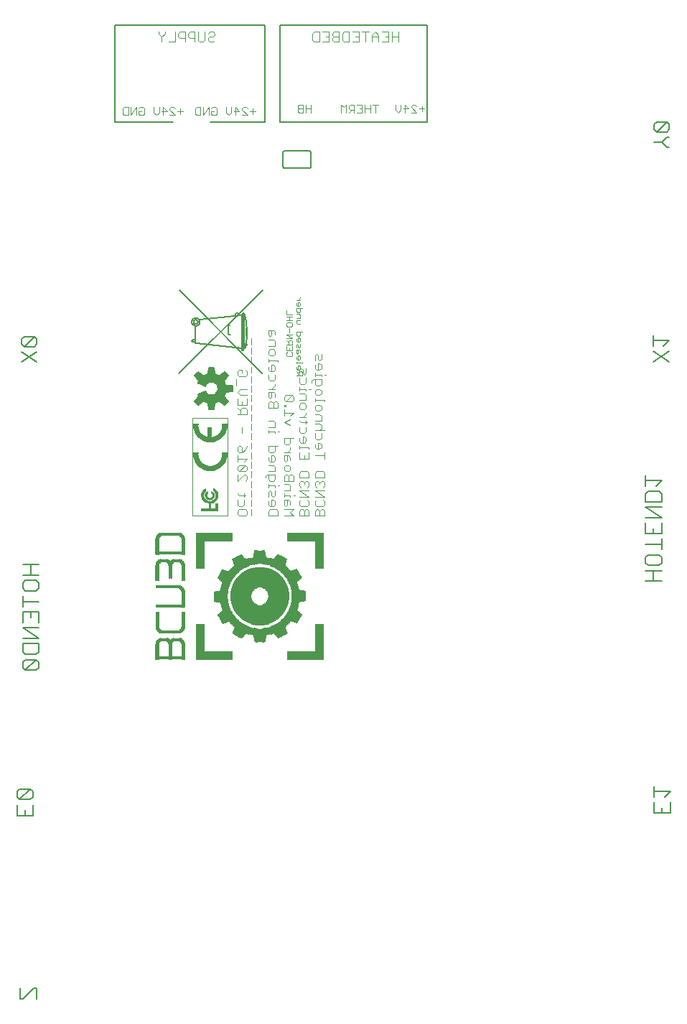
<source format=gbo>
G75*
%MOIN*%
%OFA0B0*%
%FSLAX25Y25*%
%IPPOS*%
%LPD*%
%AMOC8*
5,1,8,0,0,1.08239X$1,22.5*
%
%ADD10C,0.00400*%
%ADD11C,0.00600*%
%ADD12C,0.00300*%
%ADD13C,0.00800*%
%ADD14C,0.00200*%
%ADD15C,0.00591*%
%ADD16R,0.00083X0.07299*%
%ADD17R,0.00083X0.07216*%
%ADD18R,0.00083X0.07880*%
%ADD19R,0.00083X0.07382*%
%ADD20R,0.00083X0.01576*%
%ADD21R,0.00083X0.01576*%
%ADD22R,0.00083X0.08128*%
%ADD23R,0.00083X0.07796*%
%ADD24R,0.00083X0.08211*%
%ADD25R,0.00083X0.08377*%
%ADD26R,0.00083X0.08045*%
%ADD27R,0.00083X0.01576*%
%ADD28R,0.00083X0.01576*%
%ADD29R,0.00083X0.08543*%
%ADD30R,0.00083X0.08294*%
%ADD31R,0.00083X0.01576*%
%ADD32R,0.00083X0.01576*%
%ADD33R,0.00083X0.08543*%
%ADD34R,0.00083X0.08626*%
%ADD35R,0.00083X0.08460*%
%ADD36R,0.00083X0.08709*%
%ADD37R,0.00083X0.08792*%
%ADD38R,0.00083X0.08543*%
%ADD39R,0.00083X0.08875*%
%ADD40R,0.00083X0.08875*%
%ADD41R,0.00083X0.08709*%
%ADD42R,0.00083X0.08958*%
%ADD43R,0.00083X0.09041*%
%ADD44R,0.00083X0.08792*%
%ADD45R,0.00083X0.09041*%
%ADD46R,0.00083X0.09124*%
%ADD47R,0.00083X0.08957*%
%ADD48R,0.00083X0.09207*%
%ADD49R,0.00083X0.09206*%
%ADD50R,0.00083X0.09041*%
%ADD51R,0.00083X0.09207*%
%ADD52R,0.00083X0.09290*%
%ADD53R,0.00083X0.09289*%
%ADD54R,0.00083X0.09372*%
%ADD55R,0.00083X0.09372*%
%ADD56R,0.00083X0.09206*%
%ADD57R,0.00083X0.09456*%
%ADD58R,0.00083X0.09456*%
%ADD59R,0.00083X0.09289*%
%ADD60R,0.00083X0.09539*%
%ADD61R,0.00083X0.09538*%
%ADD62R,0.00083X0.09539*%
%ADD63R,0.00083X0.09621*%
%ADD64R,0.00083X0.09621*%
%ADD65R,0.00083X0.09704*%
%ADD66R,0.00083X0.09704*%
%ADD67R,0.00083X0.09787*%
%ADD68R,0.00083X0.09787*%
%ADD69R,0.00083X0.09787*%
%ADD70R,0.00083X0.02405*%
%ADD71R,0.00083X0.02322*%
%ADD72R,0.00083X0.02239*%
%ADD73R,0.00083X0.02406*%
%ADD74R,0.00083X0.02156*%
%ADD75R,0.00083X0.02074*%
%ADD76R,0.00083X0.02157*%
%ADD77R,0.00083X0.01991*%
%ADD78R,0.00083X0.01991*%
%ADD79R,0.00083X0.01576*%
%ADD80R,0.00083X0.01908*%
%ADD81R,0.00083X0.01991*%
%ADD82R,0.00083X0.01576*%
%ADD83R,0.00083X0.01991*%
%ADD84R,0.00083X0.01907*%
%ADD85R,0.00083X0.01908*%
%ADD86R,0.00083X0.01825*%
%ADD87R,0.00083X0.01742*%
%ADD88R,0.00083X0.01825*%
%ADD89R,0.00083X0.01742*%
%ADD90R,0.00083X0.01742*%
%ADD91R,0.00083X0.01825*%
%ADD92R,0.00083X0.01742*%
%ADD93R,0.00083X0.01742*%
%ADD94R,0.00083X0.01659*%
%ADD95R,0.00083X0.01659*%
%ADD96R,0.00083X0.01659*%
%ADD97R,0.00083X0.01659*%
%ADD98R,0.00083X0.01659*%
%ADD99R,0.00083X0.01659*%
%ADD100R,0.00083X0.01825*%
%ADD101R,0.00083X0.02074*%
%ADD102R,0.00083X0.02157*%
%ADD103R,0.00083X0.02074*%
%ADD104R,0.00083X0.02322*%
%ADD105R,0.00083X0.02654*%
%ADD106R,0.00083X0.02571*%
%ADD107R,0.00083X0.08626*%
%ADD108R,0.00083X0.09704*%
%ADD109R,0.00083X0.09621*%
%ADD110R,0.00083X0.08460*%
%ADD111R,0.00083X0.09538*%
%ADD112R,0.00083X0.08460*%
%ADD113R,0.00083X0.09538*%
%ADD114R,0.00083X0.08377*%
%ADD115R,0.00083X0.09456*%
%ADD116R,0.00083X0.08294*%
%ADD117R,0.00083X0.09372*%
%ADD118R,0.00083X0.08128*%
%ADD119R,0.00083X0.08046*%
%ADD120R,0.00083X0.08046*%
%ADD121R,0.00083X0.08294*%
%ADD122R,0.00083X0.09704*%
%ADD123R,0.00083X0.08543*%
%ADD124R,0.00083X0.02488*%
%ADD125R,0.00083X0.02406*%
%ADD126R,0.00083X0.01908*%
%ADD127R,0.00083X0.01659*%
%ADD128R,0.00083X0.01659*%
%ADD129R,0.00083X0.01742*%
%ADD130R,0.00083X0.01742*%
%ADD131R,0.00083X0.01824*%
%ADD132R,0.00083X0.01907*%
%ADD133R,0.00083X0.01908*%
%ADD134R,0.00083X0.01991*%
%ADD135R,0.00083X0.01991*%
%ADD136R,0.00083X0.02156*%
%ADD137R,0.00083X0.02239*%
%ADD138R,0.00083X0.02240*%
%ADD139R,0.00083X0.02156*%
%ADD140R,0.00083X0.02405*%
%ADD141R,0.00083X0.02489*%
%ADD142R,0.00083X0.09953*%
%ADD143R,0.00083X0.09870*%
%ADD144R,0.00083X0.09787*%
%ADD145R,0.00083X0.09704*%
%ADD146R,0.00083X0.09289*%
%ADD147R,0.00083X0.09206*%
%ADD148R,0.00083X0.09455*%
%ADD149R,0.00083X0.09124*%
%ADD150R,0.00083X0.08957*%
%ADD151R,0.00083X0.09041*%
%ADD152R,0.00083X0.08875*%
%ADD153R,0.00083X0.09206*%
%ADD154R,0.00083X0.09041*%
%ADD155R,0.00083X0.08792*%
%ADD156R,0.00083X0.08792*%
%ADD157R,0.00083X0.08626*%
%ADD158R,0.00083X0.08709*%
%ADD159R,0.00083X0.08709*%
%ADD160R,0.00083X0.08294*%
%ADD161R,0.00083X0.08211*%
%ADD162R,0.00083X0.08543*%
%ADD163R,0.00083X0.08377*%
%ADD164R,0.00083X0.07962*%
%ADD165R,0.00083X0.08294*%
%ADD166R,0.00083X0.07713*%
%ADD167R,0.00083X0.07962*%
%ADD168R,0.00083X0.07216*%
%ADD169R,0.00083X0.06967*%
%ADD170R,0.00083X0.07382*%
%ADD171R,0.00083X0.07299*%
%ADD172R,0.00083X0.16754*%
%ADD173R,0.00083X0.16754*%
%ADD174R,0.00083X0.16754*%
%ADD175R,0.00083X0.16754*%
%ADD176R,0.00083X0.03732*%
%ADD177R,0.00083X0.03732*%
%ADD178R,0.00083X0.03732*%
%ADD179R,0.00083X0.03732*%
%ADD180R,0.00083X0.04811*%
%ADD181R,0.00083X0.04811*%
%ADD182R,0.00083X0.04811*%
%ADD183R,0.00083X0.04977*%
%ADD184R,0.00083X0.04977*%
%ADD185R,0.00083X0.05059*%
%ADD186R,0.00083X0.05143*%
%ADD187R,0.00083X0.05143*%
%ADD188R,0.00083X0.05143*%
%ADD189R,0.00083X0.05308*%
%ADD190R,0.00083X0.05308*%
%ADD191R,0.00083X0.05308*%
%ADD192R,0.00083X0.00083*%
%ADD193R,0.00083X0.00083*%
%ADD194R,0.00083X0.05474*%
%ADD195R,0.00083X0.00332*%
%ADD196R,0.00083X0.00249*%
%ADD197R,0.00083X0.05474*%
%ADD198R,0.00083X0.00498*%
%ADD199R,0.00083X0.00498*%
%ADD200R,0.00083X0.05474*%
%ADD201R,0.00083X0.00664*%
%ADD202R,0.00083X0.00746*%
%ADD203R,0.00083X0.00912*%
%ADD204R,0.00083X0.00996*%
%ADD205R,0.00083X0.01161*%
%ADD206R,0.00083X0.01161*%
%ADD207R,0.00083X0.05557*%
%ADD208R,0.00083X0.01327*%
%ADD209R,0.00083X0.01327*%
%ADD210R,0.00083X0.05640*%
%ADD211R,0.00083X0.05640*%
%ADD212R,0.00083X0.05640*%
%ADD213R,0.00083X0.02157*%
%ADD214R,0.00083X0.02239*%
%ADD215R,0.00083X0.02405*%
%ADD216R,0.00083X0.02489*%
%ADD217R,0.00083X0.05806*%
%ADD218R,0.00083X0.02654*%
%ADD219R,0.00083X0.02737*%
%ADD220R,0.00083X0.05806*%
%ADD221R,0.00083X0.02820*%
%ADD222R,0.00083X0.02820*%
%ADD223R,0.00083X0.05806*%
%ADD224R,0.00083X0.03069*%
%ADD225R,0.00083X0.03069*%
%ADD226R,0.00083X0.03318*%
%ADD227R,0.00083X0.03318*%
%ADD228R,0.00083X0.03567*%
%ADD229R,0.00083X0.03483*%
%ADD230R,0.00083X0.05972*%
%ADD231R,0.00083X0.03650*%
%ADD232R,0.00083X0.06802*%
%ADD233R,0.00083X0.03898*%
%ADD234R,0.00083X0.03981*%
%ADD235R,0.00083X0.07631*%
%ADD236R,0.00083X0.04147*%
%ADD237R,0.00083X0.04230*%
%ADD238R,0.00083X0.08294*%
%ADD239R,0.00083X0.04396*%
%ADD240R,0.00083X0.04313*%
%ADD241R,0.00083X0.04562*%
%ADD242R,0.00083X0.04562*%
%ADD243R,0.00083X0.10285*%
%ADD244R,0.00083X0.05059*%
%ADD245R,0.00083X0.10783*%
%ADD246R,0.00083X0.05225*%
%ADD247R,0.00083X0.11280*%
%ADD248R,0.00083X0.05391*%
%ADD249R,0.00083X0.11778*%
%ADD250R,0.00083X0.05723*%
%ADD251R,0.00083X0.12276*%
%ADD252R,0.00083X0.05889*%
%ADD253R,0.00083X0.05889*%
%ADD254R,0.00083X0.12773*%
%ADD255R,0.00083X0.06055*%
%ADD256R,0.00083X0.25297*%
%ADD257R,0.00083X0.25380*%
%ADD258R,0.00083X0.25215*%
%ADD259R,0.00083X0.25131*%
%ADD260R,0.00083X0.25048*%
%ADD261R,0.00083X0.24883*%
%ADD262R,0.00083X0.24883*%
%ADD263R,0.00083X0.24883*%
%ADD264R,0.00083X0.24717*%
%ADD265R,0.00083X0.24717*%
%ADD266R,0.00083X0.24717*%
%ADD267R,0.00083X0.24551*%
%ADD268R,0.00083X0.24551*%
%ADD269R,0.00083X0.24385*%
%ADD270R,0.00083X0.24385*%
%ADD271R,0.00083X0.24385*%
%ADD272R,0.00083X0.24219*%
%ADD273R,0.00083X0.24219*%
%ADD274R,0.00083X0.24136*%
%ADD275R,0.00083X0.24053*%
%ADD276R,0.00083X0.23887*%
%ADD277R,0.00083X0.23887*%
%ADD278R,0.00083X0.23722*%
%ADD279R,0.00083X0.10617*%
%ADD280R,0.00083X0.10534*%
%ADD281R,0.00083X0.09953*%
%ADD282R,0.00083X0.08875*%
%ADD283R,0.00083X0.08709*%
%ADD284R,0.00083X0.08046*%
%ADD285R,0.00083X0.07880*%
%ADD286R,0.00083X0.07797*%
%ADD287R,0.00083X0.07631*%
%ADD288R,0.00083X0.07465*%
%ADD289R,0.00083X0.07216*%
%ADD290R,0.00083X0.07133*%
%ADD291R,0.00083X0.07050*%
%ADD292R,0.00083X0.06884*%
%ADD293R,0.00083X0.06719*%
%ADD294R,0.00083X0.06635*%
%ADD295R,0.00083X0.06635*%
%ADD296R,0.00083X0.06469*%
%ADD297R,0.00083X0.06469*%
%ADD298R,0.00083X0.06387*%
%ADD299R,0.00083X0.06387*%
%ADD300R,0.00083X0.06304*%
%ADD301R,0.00083X0.06220*%
%ADD302R,0.00083X0.06138*%
%ADD303R,0.00083X0.06055*%
%ADD304R,0.00083X0.04645*%
%ADD305R,0.00083X0.05557*%
%ADD306R,0.00083X0.05972*%
%ADD307R,0.00083X0.05889*%
%ADD308R,0.00083X0.06304*%
%ADD309R,0.00083X0.06967*%
%ADD310R,0.00083X0.05723*%
%ADD311R,0.00083X0.07631*%
%ADD312R,0.00083X0.05723*%
%ADD313R,0.00083X0.05557*%
%ADD314R,0.00083X0.00083*%
%ADD315R,0.00083X0.00415*%
%ADD316R,0.00083X0.00166*%
%ADD317R,0.00083X0.09953*%
%ADD318R,0.00083X0.00663*%
%ADD319R,0.00083X0.05391*%
%ADD320R,0.00083X0.10450*%
%ADD321R,0.00083X0.00995*%
%ADD322R,0.00083X0.00830*%
%ADD323R,0.00083X0.05391*%
%ADD324R,0.00083X0.10783*%
%ADD325R,0.00083X0.01244*%
%ADD326R,0.00083X0.01078*%
%ADD327R,0.00083X0.05391*%
%ADD328R,0.00083X0.11114*%
%ADD329R,0.00083X0.01493*%
%ADD330R,0.00083X0.01327*%
%ADD331R,0.00083X0.05226*%
%ADD332R,0.00083X0.11446*%
%ADD333R,0.00083X0.05226*%
%ADD334R,0.00083X0.11861*%
%ADD335R,0.00083X0.12193*%
%ADD336R,0.00083X0.02406*%
%ADD337R,0.00083X0.02240*%
%ADD338R,0.00083X0.12442*%
%ADD339R,0.00083X0.12773*%
%ADD340R,0.00083X0.02903*%
%ADD341R,0.00083X0.02820*%
%ADD342R,0.00083X0.13105*%
%ADD343R,0.00083X0.03235*%
%ADD344R,0.00083X0.02986*%
%ADD345R,0.00083X0.04976*%
%ADD346R,0.00083X0.13437*%
%ADD347R,0.00083X0.04976*%
%ADD348R,0.00083X0.13769*%
%ADD349R,0.00083X0.08543*%
%ADD350R,0.00083X0.13935*%
%ADD351R,0.00083X0.14266*%
%ADD352R,0.00083X0.08377*%
%ADD353R,0.00083X0.14432*%
%ADD354R,0.00083X0.14764*%
%ADD355R,0.00083X0.15013*%
%ADD356R,0.00083X0.08211*%
%ADD357R,0.00083X0.15261*%
%ADD358R,0.00083X0.08211*%
%ADD359R,0.00083X0.15428*%
%ADD360R,0.00083X0.15759*%
%ADD361R,0.00083X0.15925*%
%ADD362R,0.00083X0.08045*%
%ADD363R,0.00083X0.16257*%
%ADD364R,0.00083X0.07963*%
%ADD365R,0.00083X0.16423*%
%ADD366R,0.00083X0.07963*%
%ADD367R,0.00083X0.16588*%
%ADD368R,0.00083X0.16920*%
%ADD369R,0.00083X0.17086*%
%ADD370R,0.00083X0.07796*%
%ADD371R,0.00083X0.17252*%
%ADD372R,0.00083X0.17418*%
%ADD373R,0.00083X0.07797*%
%ADD374R,0.00083X0.17583*%
%ADD375R,0.00083X0.07714*%
%ADD376R,0.00083X0.17916*%
%ADD377R,0.00083X0.18081*%
%ADD378R,0.00083X0.07713*%
%ADD379R,0.00083X0.18247*%
%ADD380R,0.00083X0.07714*%
%ADD381R,0.00083X0.18413*%
%ADD382R,0.00083X0.18579*%
%ADD383R,0.00083X0.18745*%
%ADD384R,0.00083X0.18911*%
%ADD385R,0.00083X0.07548*%
%ADD386R,0.00083X0.19077*%
%ADD387R,0.00083X0.07548*%
%ADD388R,0.00083X0.19243*%
%ADD389R,0.00083X0.19409*%
%ADD390R,0.00083X0.07548*%
%ADD391R,0.00083X0.19575*%
%ADD392R,0.00083X0.07548*%
%ADD393R,0.00083X0.19740*%
%ADD394R,0.00083X0.07465*%
%ADD395R,0.00083X0.19906*%
%ADD396R,0.00083X0.07465*%
%ADD397R,0.00083X0.20072*%
%ADD398R,0.00083X0.07465*%
%ADD399R,0.00083X0.20238*%
%ADD400R,0.00083X0.20404*%
%ADD401R,0.00083X0.20404*%
%ADD402R,0.00083X0.07382*%
%ADD403R,0.00083X0.20570*%
%ADD404R,0.00083X0.20735*%
%ADD405R,0.00083X0.20902*%
%ADD406R,0.00083X0.07299*%
%ADD407R,0.00083X0.21068*%
%ADD408R,0.00083X0.07133*%
%ADD409R,0.00083X0.07216*%
%ADD410R,0.00083X0.21233*%
%ADD411R,0.00083X0.21233*%
%ADD412R,0.00083X0.06967*%
%ADD413R,0.00083X0.21399*%
%ADD414R,0.00083X0.06719*%
%ADD415R,0.00083X0.06718*%
%ADD416R,0.00083X0.21565*%
%ADD417R,0.00083X0.06469*%
%ADD418R,0.00083X0.06635*%
%ADD419R,0.00083X0.21731*%
%ADD420R,0.00083X0.06387*%
%ADD421R,0.00083X0.06470*%
%ADD422R,0.00083X0.21731*%
%ADD423R,0.00083X0.06221*%
%ADD424R,0.00083X0.21897*%
%ADD425R,0.00083X0.06221*%
%ADD426R,0.00083X0.22063*%
%ADD427R,0.00083X0.05972*%
%ADD428R,0.00083X0.22146*%
%ADD429R,0.00083X0.22228*%
%ADD430R,0.00083X0.05723*%
%ADD431R,0.00083X0.22394*%
%ADD432R,0.00083X0.05474*%
%ADD433R,0.00083X0.22561*%
%ADD434R,0.00083X0.22726*%
%ADD435R,0.00083X0.22809*%
%ADD436R,0.00083X0.04976*%
%ADD437R,0.00083X0.22892*%
%ADD438R,0.00083X0.04728*%
%ADD439R,0.00083X0.04893*%
%ADD440R,0.00083X0.23058*%
%ADD441R,0.00083X0.04644*%
%ADD442R,0.00083X0.04728*%
%ADD443R,0.00083X0.23058*%
%ADD444R,0.00083X0.04479*%
%ADD445R,0.00083X0.04645*%
%ADD446R,0.00083X0.23224*%
%ADD447R,0.00083X0.04396*%
%ADD448R,0.00083X0.04479*%
%ADD449R,0.00083X0.23390*%
%ADD450R,0.00083X0.04230*%
%ADD451R,0.00083X0.23390*%
%ADD452R,0.00083X0.04147*%
%ADD453R,0.00083X0.04147*%
%ADD454R,0.00083X0.23556*%
%ADD455R,0.00083X0.03898*%
%ADD456R,0.00083X0.04064*%
%ADD457R,0.00083X0.23556*%
%ADD458R,0.00083X0.03898*%
%ADD459R,0.00083X0.23721*%
%ADD460R,0.00083X0.03815*%
%ADD461R,0.00083X0.03815*%
%ADD462R,0.00083X0.23721*%
%ADD463R,0.00083X0.03815*%
%ADD464R,0.00083X0.24054*%
%ADD465R,0.00083X0.24054*%
%ADD466R,0.00083X0.24219*%
%ADD467R,0.00083X0.03733*%
%ADD468R,0.00083X0.03733*%
%ADD469R,0.00083X0.24385*%
%ADD470R,0.00083X0.24551*%
%ADD471R,0.00083X0.24551*%
%ADD472R,0.00083X0.24551*%
%ADD473R,0.00083X0.24717*%
%ADD474R,0.00083X0.03650*%
%ADD475R,0.00083X0.24717*%
%ADD476R,0.00083X0.03733*%
%ADD477R,0.00083X0.25049*%
%ADD478R,0.00083X0.25049*%
%ADD479R,0.00083X0.03649*%
%ADD480R,0.00083X0.25049*%
%ADD481R,0.00083X0.03649*%
%ADD482R,0.00083X0.25214*%
%ADD483R,0.00083X0.03649*%
%ADD484R,0.00083X0.25214*%
%ADD485R,0.00083X0.03650*%
%ADD486R,0.00083X0.25380*%
%ADD487R,0.00083X0.25380*%
%ADD488R,0.00083X0.25546*%
%ADD489R,0.00083X0.25546*%
%ADD490R,0.00083X0.25546*%
%ADD491R,0.00083X0.25712*%
%ADD492R,0.00083X0.03567*%
%ADD493R,0.00083X0.25712*%
%ADD494R,0.00083X0.03649*%
%ADD495R,0.00083X0.12690*%
%ADD496R,0.00083X0.12109*%
%ADD497R,0.00083X0.11612*%
%ADD498R,0.00083X0.11446*%
%ADD499R,0.00083X0.11197*%
%ADD500R,0.00083X0.11031*%
%ADD501R,0.00083X0.11115*%
%ADD502R,0.00083X0.11031*%
%ADD503R,0.00083X0.03567*%
%ADD504R,0.00083X0.10866*%
%ADD505R,0.00083X0.10617*%
%ADD506R,0.00083X0.10617*%
%ADD507R,0.00083X0.10533*%
%ADD508R,0.00083X0.03484*%
%ADD509R,0.00083X0.10451*%
%ADD510R,0.00083X0.04064*%
%ADD511R,0.00083X0.10368*%
%ADD512R,0.00083X0.04479*%
%ADD513R,0.00083X0.10368*%
%ADD514R,0.00083X0.04894*%
%ADD515R,0.00083X0.04977*%
%ADD516R,0.00083X0.10202*%
%ADD517R,0.00083X0.05806*%
%ADD518R,0.00083X0.10119*%
%ADD519R,0.00083X0.10036*%
%ADD520R,0.00083X0.06470*%
%ADD521R,0.00083X0.06221*%
%ADD522R,0.00083X0.10119*%
%ADD523R,0.00083X0.06470*%
%ADD524R,0.00083X0.10036*%
%ADD525R,0.00083X0.06470*%
%ADD526R,0.00083X0.09953*%
%ADD527R,0.00083X0.09870*%
%ADD528R,0.00083X0.09787*%
%ADD529R,0.00083X0.06304*%
%ADD530R,0.00083X0.06304*%
%ADD531R,0.00083X0.09539*%
%ADD532R,0.00083X0.06304*%
%ADD533R,0.00083X0.09539*%
%ADD534R,0.00083X0.09456*%
%ADD535R,0.00083X0.06387*%
%ADD536R,0.00083X0.09621*%
%ADD537R,0.00083X0.09870*%
%ADD538R,0.00083X0.09870*%
%ADD539R,0.00083X0.09953*%
%ADD540R,0.00083X0.06221*%
%ADD541R,0.00083X0.10036*%
%ADD542R,0.00083X0.05723*%
%ADD543R,0.00083X0.10285*%
%ADD544R,0.00083X0.04479*%
%ADD545R,0.00083X0.04894*%
%ADD546R,0.00083X0.10368*%
%ADD547R,0.00083X0.10700*%
%ADD548R,0.00083X0.03567*%
%ADD549R,0.00083X0.10866*%
%ADD550R,0.00083X0.10948*%
%ADD551R,0.00083X0.11115*%
%ADD552R,0.00083X0.11197*%
%ADD553R,0.00083X0.11363*%
%ADD554R,0.00083X0.11529*%
%ADD555R,0.00083X0.11695*%
%ADD556R,0.00083X0.12027*%
%ADD557R,0.00083X0.12441*%
%ADD558R,0.00083X0.25795*%
%ADD559R,0.00083X0.25630*%
%ADD560R,0.00083X0.25214*%
%ADD561R,0.00083X0.24883*%
%ADD562R,0.00083X0.24717*%
%ADD563R,0.00083X0.03733*%
%ADD564R,0.00083X0.24219*%
%ADD565R,0.00083X0.23887*%
%ADD566R,0.00083X0.23639*%
%ADD567R,0.00083X0.04313*%
%ADD568R,0.00083X0.04479*%
%ADD569R,0.00083X0.04396*%
%ADD570R,0.00083X0.23224*%
%ADD571R,0.00083X0.23224*%
%ADD572R,0.00083X0.04644*%
%ADD573R,0.00083X0.04893*%
%ADD574R,0.00083X0.04728*%
%ADD575R,0.00083X0.22892*%
%ADD576R,0.00083X0.04976*%
%ADD577R,0.00083X0.22726*%
%ADD578R,0.00083X0.22561*%
%ADD579R,0.00083X0.22561*%
%ADD580R,0.00083X0.05640*%
%ADD581R,0.00083X0.05474*%
%ADD582R,0.00083X0.22394*%
%ADD583R,0.00083X0.05723*%
%ADD584R,0.00083X0.22228*%
%ADD585R,0.00083X0.05972*%
%ADD586R,0.00083X0.22063*%
%ADD587R,0.00083X0.06055*%
%ADD588R,0.00083X0.21897*%
%ADD589R,0.00083X0.06884*%
%ADD590R,0.00083X0.21399*%
%ADD591R,0.00083X0.20653*%
%ADD592R,0.00083X0.07382*%
%ADD593R,0.00083X0.20570*%
%ADD594R,0.00083X0.20238*%
%ADD595R,0.00083X0.20072*%
%ADD596R,0.00083X0.19740*%
%ADD597R,0.00083X0.07548*%
%ADD598R,0.00083X0.19575*%
%ADD599R,0.00083X0.07548*%
%ADD600R,0.00083X0.19243*%
%ADD601R,0.00083X0.19077*%
%ADD602R,0.00083X0.18745*%
%ADD603R,0.00083X0.07714*%
%ADD604R,0.00083X0.18579*%
%ADD605R,0.00083X0.07713*%
%ADD606R,0.00083X0.18081*%
%ADD607R,0.00083X0.17916*%
%ADD608R,0.00083X0.17750*%
%ADD609R,0.00083X0.17501*%
%ADD610R,0.00083X0.07880*%
%ADD611R,0.00083X0.07963*%
%ADD612R,0.00083X0.07963*%
%ADD613R,0.00083X0.16423*%
%ADD614R,0.00083X0.16091*%
%ADD615R,0.00083X0.15759*%
%ADD616R,0.00083X0.15593*%
%ADD617R,0.00083X0.15261*%
%ADD618R,0.00083X0.15095*%
%ADD619R,0.00083X0.14598*%
%ADD620R,0.00083X0.14266*%
%ADD621R,0.00083X0.14100*%
%ADD622R,0.00083X0.13271*%
%ADD623R,0.00083X0.02986*%
%ADD624R,0.00083X0.12939*%
%ADD625R,0.00083X0.02737*%
%ADD626R,0.00083X0.12607*%
%ADD627R,0.00083X0.12276*%
%ADD628R,0.00083X0.11944*%
%ADD629R,0.00083X0.11612*%
%ADD630R,0.00083X0.01410*%
%ADD631R,0.00083X0.01493*%
%ADD632R,0.00083X0.01078*%
%ADD633R,0.00083X0.01244*%
%ADD634R,0.00083X0.10948*%
%ADD635R,0.00083X0.00830*%
%ADD636R,0.00083X0.00746*%
%ADD637R,0.00083X0.00166*%
%ADD638R,0.00083X0.00415*%
%ADD639R,0.00083X0.05557*%
%ADD640R,0.00083X0.07133*%
%ADD641R,0.00083X0.05806*%
%ADD642R,0.00083X0.06055*%
%ADD643R,0.00083X0.06138*%
%ADD644R,0.00083X0.03981*%
%ADD645R,0.00083X0.07465*%
%ADD646R,0.00083X0.08294*%
%ADD647R,0.00083X0.08460*%
%ADD648R,0.00083X0.10451*%
%ADD649R,0.00083X0.10617*%
%ADD650R,0.00083X0.23722*%
%ADD651R,0.00083X0.23887*%
%ADD652R,0.00083X0.24053*%
%ADD653R,0.00083X0.24717*%
%ADD654R,0.00083X0.25048*%
%ADD655R,0.00083X0.25131*%
%ADD656R,0.00083X0.25215*%
%ADD657R,0.00083X0.25297*%
%ADD658R,0.00083X0.06137*%
%ADD659R,0.00083X0.11861*%
%ADD660R,0.00083X0.05391*%
%ADD661R,0.00083X0.11363*%
%ADD662R,0.00083X0.05225*%
%ADD663R,0.00083X0.09041*%
%ADD664R,0.00083X0.04396*%
%ADD665R,0.00083X0.03981*%
%ADD666R,0.00083X0.03898*%
%ADD667R,0.00083X0.06802*%
%ADD668R,0.00083X0.03069*%
%ADD669R,0.00083X0.02903*%
%ADD670R,0.00083X0.02737*%
%ADD671R,0.00083X0.02654*%
%ADD672R,0.00083X0.01991*%
%ADD673R,0.00083X0.01161*%
%ADD674R,0.00083X0.00664*%
%ADD675R,0.00083X0.00581*%
%ADD676R,0.00083X0.00332*%
%ADD677R,0.00083X0.05226*%
%ADD678R,0.00083X0.04977*%
%ADD679C,0.00570*%
%ADD680C,0.00236*%
%ADD681C,0.00177*%
%ADD682R,0.02362X0.04921*%
%ADD683C,0.00315*%
D10*
X0150733Y0339396D02*
X0149999Y0340129D01*
X0149999Y0341597D01*
X0150733Y0342331D01*
X0153669Y0342331D01*
X0154403Y0341597D01*
X0154403Y0340129D01*
X0153669Y0339396D01*
X0150733Y0339396D01*
X0150733Y0343815D02*
X0149999Y0344549D01*
X0149999Y0346751D01*
X0150733Y0348969D02*
X0149999Y0349703D01*
X0150733Y0348969D02*
X0153669Y0348969D01*
X0152935Y0348235D02*
X0152935Y0349703D01*
X0152935Y0346751D02*
X0152935Y0344549D01*
X0152201Y0343815D01*
X0150733Y0343815D01*
X0156466Y0343815D02*
X0156466Y0346751D01*
X0156466Y0348235D02*
X0156466Y0351171D01*
X0156466Y0352655D02*
X0156466Y0355591D01*
X0156466Y0357075D02*
X0156466Y0360010D01*
X0156466Y0361494D02*
X0156466Y0364430D01*
X0156466Y0365914D02*
X0156466Y0368850D01*
X0156466Y0370334D02*
X0156466Y0373270D01*
X0156466Y0374754D02*
X0156466Y0377690D01*
X0156466Y0379173D02*
X0156466Y0382109D01*
X0156466Y0383593D02*
X0156466Y0386529D01*
X0156466Y0388013D02*
X0156466Y0390949D01*
X0156466Y0392433D02*
X0156466Y0395369D01*
X0156466Y0396853D02*
X0156466Y0399788D01*
X0156466Y0401272D02*
X0156466Y0404208D01*
X0156466Y0405692D02*
X0156466Y0408628D01*
X0156466Y0410112D02*
X0156466Y0413048D01*
X0156466Y0414532D02*
X0156466Y0417467D01*
X0156466Y0418951D02*
X0156466Y0421887D01*
X0164399Y0421151D02*
X0166601Y0421151D01*
X0167335Y0420417D01*
X0167335Y0418215D01*
X0164399Y0418215D01*
X0165133Y0416731D02*
X0164399Y0415997D01*
X0164399Y0414529D01*
X0165133Y0413795D01*
X0166601Y0413795D01*
X0167335Y0414529D01*
X0167335Y0415997D01*
X0166601Y0416731D01*
X0165133Y0416731D01*
X0164399Y0412316D02*
X0164399Y0410849D01*
X0164399Y0411582D02*
X0168803Y0411582D01*
X0168803Y0410849D01*
X0166601Y0409365D02*
X0165867Y0409365D01*
X0165867Y0406429D01*
X0165133Y0406429D02*
X0166601Y0406429D01*
X0167335Y0407163D01*
X0167335Y0408631D01*
X0166601Y0409365D01*
X0164399Y0408631D02*
X0164399Y0407163D01*
X0165133Y0406429D01*
X0164399Y0404945D02*
X0164399Y0402743D01*
X0165133Y0402009D01*
X0166601Y0402009D01*
X0167335Y0402743D01*
X0167335Y0404945D01*
X0167335Y0400528D02*
X0167335Y0399794D01*
X0165867Y0398326D01*
X0164399Y0398326D02*
X0167335Y0398326D01*
X0166601Y0396842D02*
X0164399Y0396842D01*
X0164399Y0394640D01*
X0165133Y0393906D01*
X0165867Y0394640D01*
X0165867Y0396842D01*
X0166601Y0396842D02*
X0167335Y0396108D01*
X0167335Y0394640D01*
X0167335Y0392422D02*
X0166601Y0391688D01*
X0166601Y0389486D01*
X0164399Y0389486D02*
X0164399Y0391688D01*
X0165133Y0392422D01*
X0165867Y0392422D01*
X0166601Y0391688D01*
X0167335Y0392422D02*
X0168069Y0392422D01*
X0168803Y0391688D01*
X0168803Y0389486D01*
X0164399Y0389486D01*
X0164399Y0383583D02*
X0166601Y0383583D01*
X0167335Y0382849D01*
X0167335Y0380647D01*
X0164399Y0380647D01*
X0164399Y0379168D02*
X0164399Y0377700D01*
X0164399Y0378434D02*
X0167335Y0378434D01*
X0167335Y0377700D01*
X0168803Y0378434D02*
X0169537Y0378434D01*
X0171599Y0375480D02*
X0171599Y0373278D01*
X0172333Y0372544D01*
X0173801Y0372544D01*
X0174535Y0373278D01*
X0174535Y0375480D01*
X0176003Y0375480D02*
X0171599Y0375480D01*
X0168803Y0371797D02*
X0164399Y0371797D01*
X0164399Y0369595D01*
X0165133Y0368861D01*
X0166601Y0368861D01*
X0167335Y0369595D01*
X0167335Y0371797D01*
X0166601Y0367377D02*
X0165867Y0367377D01*
X0165867Y0364441D01*
X0165133Y0364441D02*
X0166601Y0364441D01*
X0167335Y0365175D01*
X0167335Y0366643D01*
X0166601Y0367377D01*
X0164399Y0366643D02*
X0164399Y0365175D01*
X0165133Y0364441D01*
X0164399Y0362957D02*
X0166601Y0362957D01*
X0167335Y0362223D01*
X0167335Y0360021D01*
X0164399Y0360021D01*
X0164399Y0358537D02*
X0164399Y0356335D01*
X0165133Y0355601D01*
X0166601Y0355601D01*
X0167335Y0356335D01*
X0167335Y0358537D01*
X0163666Y0358537D01*
X0162932Y0357803D01*
X0162932Y0357069D01*
X0164399Y0354123D02*
X0164399Y0352655D01*
X0164399Y0353389D02*
X0167335Y0353389D01*
X0167335Y0352655D01*
X0167335Y0351171D02*
X0167335Y0348969D01*
X0166601Y0348235D01*
X0165867Y0348969D01*
X0165867Y0350437D01*
X0165133Y0351171D01*
X0164399Y0350437D01*
X0164399Y0348235D01*
X0165867Y0346751D02*
X0165867Y0343815D01*
X0165133Y0343815D02*
X0166601Y0343815D01*
X0167335Y0344549D01*
X0167335Y0346017D01*
X0166601Y0346751D01*
X0165867Y0346751D01*
X0164399Y0346017D02*
X0164399Y0344549D01*
X0165133Y0343815D01*
X0165133Y0342331D02*
X0164399Y0341597D01*
X0164399Y0339396D01*
X0168803Y0339396D01*
X0168803Y0341597D01*
X0168069Y0342331D01*
X0165133Y0342331D01*
X0171599Y0342331D02*
X0176003Y0342331D01*
X0174535Y0340863D01*
X0176003Y0339396D01*
X0171599Y0339396D01*
X0172333Y0343815D02*
X0173067Y0344549D01*
X0173067Y0346751D01*
X0173801Y0346751D02*
X0171599Y0346751D01*
X0171599Y0344549D01*
X0172333Y0343815D01*
X0174535Y0344549D02*
X0174535Y0346017D01*
X0173801Y0346751D01*
X0174535Y0348235D02*
X0174535Y0348969D01*
X0171599Y0348969D01*
X0171599Y0348235D02*
X0171599Y0349703D01*
X0171599Y0351182D02*
X0174535Y0351182D01*
X0174535Y0353383D01*
X0173801Y0354117D01*
X0171599Y0354117D01*
X0171599Y0355601D02*
X0171599Y0357803D01*
X0172333Y0358537D01*
X0173067Y0358537D01*
X0173801Y0357803D01*
X0173801Y0355601D01*
X0171599Y0355601D02*
X0176003Y0355601D01*
X0176003Y0357803D01*
X0175269Y0358537D01*
X0174535Y0358537D01*
X0173801Y0357803D01*
X0173801Y0360021D02*
X0172333Y0360021D01*
X0171599Y0360755D01*
X0171599Y0362223D01*
X0172333Y0362957D01*
X0173801Y0362957D01*
X0174535Y0362223D01*
X0174535Y0360755D01*
X0173801Y0360021D01*
X0172333Y0364441D02*
X0173067Y0365175D01*
X0173067Y0367377D01*
X0173801Y0367377D02*
X0171599Y0367377D01*
X0171599Y0365175D01*
X0172333Y0364441D01*
X0174535Y0365175D02*
X0174535Y0366643D01*
X0173801Y0367377D01*
X0173067Y0368861D02*
X0174535Y0370329D01*
X0174535Y0371063D01*
X0174535Y0368861D02*
X0171599Y0368861D01*
X0178799Y0368850D02*
X0178799Y0365914D01*
X0183203Y0365914D01*
X0183203Y0368850D01*
X0183203Y0370334D02*
X0183203Y0371068D01*
X0178799Y0371068D01*
X0178799Y0370334D02*
X0178799Y0371802D01*
X0179533Y0373280D02*
X0181001Y0373280D01*
X0181735Y0374014D01*
X0181735Y0375482D01*
X0181001Y0376216D01*
X0180267Y0376216D01*
X0180267Y0373280D01*
X0179533Y0373280D02*
X0178799Y0374014D01*
X0178799Y0375482D01*
X0179533Y0377700D02*
X0178799Y0378434D01*
X0178799Y0380636D01*
X0179533Y0382854D02*
X0178799Y0383588D01*
X0179533Y0382854D02*
X0182469Y0382854D01*
X0181735Y0382120D02*
X0181735Y0383588D01*
X0181735Y0385067D02*
X0178799Y0385067D01*
X0180267Y0385067D02*
X0181735Y0386534D01*
X0181735Y0387268D01*
X0181001Y0388750D02*
X0179533Y0388750D01*
X0178799Y0389484D01*
X0178799Y0390952D01*
X0179533Y0391685D01*
X0181001Y0391685D01*
X0181735Y0390952D01*
X0181735Y0389484D01*
X0181001Y0388750D01*
X0181735Y0393169D02*
X0178799Y0393169D01*
X0176003Y0393167D02*
X0175269Y0392433D01*
X0172333Y0392433D01*
X0175269Y0395369D01*
X0172333Y0395369D01*
X0171599Y0394635D01*
X0171599Y0393167D01*
X0172333Y0392433D01*
X0172333Y0390957D02*
X0171599Y0390957D01*
X0171599Y0390223D01*
X0172333Y0390223D01*
X0172333Y0390957D01*
X0171599Y0388739D02*
X0171599Y0385803D01*
X0171599Y0387271D02*
X0176003Y0387271D01*
X0174535Y0385803D01*
X0174535Y0384319D02*
X0171599Y0382851D01*
X0174535Y0381383D01*
X0179533Y0377700D02*
X0181001Y0377700D01*
X0181735Y0378434D01*
X0181735Y0380636D01*
X0185999Y0379173D02*
X0190403Y0379173D01*
X0188935Y0379907D02*
X0188935Y0381375D01*
X0188201Y0382109D01*
X0185999Y0382109D01*
X0185999Y0383593D02*
X0188935Y0383593D01*
X0188935Y0385795D01*
X0188201Y0386529D01*
X0185999Y0386529D01*
X0186733Y0388013D02*
X0185999Y0388747D01*
X0185999Y0390215D01*
X0186733Y0390949D01*
X0188201Y0390949D01*
X0188935Y0390215D01*
X0188935Y0388747D01*
X0188201Y0388013D01*
X0186733Y0388013D01*
X0185999Y0392433D02*
X0185999Y0393901D01*
X0185999Y0393167D02*
X0190403Y0393167D01*
X0190403Y0392433D01*
X0188201Y0395379D02*
X0186733Y0395379D01*
X0185999Y0396113D01*
X0185999Y0397581D01*
X0186733Y0398315D01*
X0188201Y0398315D01*
X0188935Y0397581D01*
X0188935Y0396113D01*
X0188201Y0395379D01*
X0188201Y0399799D02*
X0186733Y0399799D01*
X0185999Y0400533D01*
X0185999Y0402735D01*
X0185266Y0402735D02*
X0188935Y0402735D01*
X0188935Y0400533D01*
X0188201Y0399799D01*
X0184532Y0401267D02*
X0184532Y0402001D01*
X0185266Y0402735D01*
X0185999Y0404219D02*
X0185999Y0405687D01*
X0185999Y0404953D02*
X0188935Y0404953D01*
X0188935Y0404219D01*
X0190403Y0404953D02*
X0191137Y0404953D01*
X0188201Y0407165D02*
X0188935Y0407899D01*
X0188935Y0409367D01*
X0188201Y0410101D01*
X0187467Y0410101D01*
X0187467Y0407165D01*
X0186733Y0407165D02*
X0188201Y0407165D01*
X0186733Y0407165D02*
X0185999Y0407899D01*
X0185999Y0409367D01*
X0185999Y0411585D02*
X0185999Y0413787D01*
X0186733Y0414521D01*
X0187467Y0413787D01*
X0187467Y0412319D01*
X0188201Y0411585D01*
X0188935Y0412319D01*
X0188935Y0414521D01*
X0181735Y0407891D02*
X0181735Y0405689D01*
X0181001Y0404955D01*
X0180267Y0405689D01*
X0180267Y0407157D01*
X0179533Y0407891D01*
X0178799Y0407157D01*
X0178799Y0404955D01*
X0178799Y0403472D02*
X0178799Y0401270D01*
X0179533Y0400536D01*
X0181001Y0400536D01*
X0181735Y0401270D01*
X0181735Y0403472D01*
X0181735Y0398323D02*
X0178799Y0398323D01*
X0178799Y0397589D02*
X0178799Y0399057D01*
X0178799Y0396105D02*
X0181001Y0396105D01*
X0181735Y0395371D01*
X0181735Y0393169D01*
X0181735Y0397589D02*
X0181735Y0398323D01*
X0183203Y0398323D02*
X0183937Y0398323D01*
X0176003Y0394635D02*
X0175269Y0395369D01*
X0176003Y0394635D02*
X0176003Y0393167D01*
X0185999Y0377690D02*
X0185999Y0375488D01*
X0186733Y0374754D01*
X0188201Y0374754D01*
X0188935Y0375488D01*
X0188935Y0377690D01*
X0188201Y0379173D02*
X0188935Y0379907D01*
X0188201Y0373270D02*
X0187467Y0373270D01*
X0187467Y0370334D01*
X0186733Y0370334D02*
X0188201Y0370334D01*
X0188935Y0371068D01*
X0188935Y0372536D01*
X0188201Y0373270D01*
X0185999Y0372536D02*
X0185999Y0371068D01*
X0186733Y0370334D01*
X0185999Y0367382D02*
X0190403Y0367382D01*
X0190403Y0365914D02*
X0190403Y0368850D01*
X0189669Y0360010D02*
X0186733Y0360010D01*
X0185999Y0359276D01*
X0185999Y0357075D01*
X0190403Y0357075D01*
X0190403Y0359276D01*
X0189669Y0360010D01*
X0189669Y0355591D02*
X0188935Y0355591D01*
X0188201Y0354857D01*
X0187467Y0355591D01*
X0186733Y0355591D01*
X0185999Y0354857D01*
X0185999Y0353389D01*
X0186733Y0352655D01*
X0185999Y0351171D02*
X0190403Y0351171D01*
X0189669Y0352655D02*
X0190403Y0353389D01*
X0190403Y0354857D01*
X0189669Y0355591D01*
X0188201Y0354857D02*
X0188201Y0354123D01*
X0185999Y0351171D02*
X0190403Y0348235D01*
X0185999Y0348235D01*
X0186733Y0346751D02*
X0185999Y0346017D01*
X0185999Y0344549D01*
X0186733Y0343815D01*
X0189669Y0343815D01*
X0190403Y0344549D01*
X0190403Y0346017D01*
X0189669Y0346751D01*
X0189669Y0342331D02*
X0188935Y0342331D01*
X0188201Y0341597D01*
X0188201Y0339396D01*
X0188201Y0341597D02*
X0187467Y0342331D01*
X0186733Y0342331D01*
X0185999Y0341597D01*
X0185999Y0339396D01*
X0190403Y0339396D01*
X0190403Y0341597D01*
X0189669Y0342331D01*
X0183203Y0341597D02*
X0182469Y0342331D01*
X0181735Y0342331D01*
X0181001Y0341597D01*
X0181001Y0339396D01*
X0181001Y0341597D02*
X0180267Y0342331D01*
X0179533Y0342331D01*
X0178799Y0341597D01*
X0178799Y0339396D01*
X0183203Y0339396D01*
X0183203Y0341597D01*
X0182469Y0343815D02*
X0179533Y0343815D01*
X0178799Y0344549D01*
X0178799Y0346017D01*
X0179533Y0346751D01*
X0178799Y0348235D02*
X0183203Y0348235D01*
X0178799Y0351171D01*
X0183203Y0351171D01*
X0182469Y0352655D02*
X0183203Y0353389D01*
X0183203Y0354857D01*
X0182469Y0355591D01*
X0181735Y0355591D01*
X0181001Y0354857D01*
X0180267Y0355591D01*
X0179533Y0355591D01*
X0178799Y0354857D01*
X0178799Y0353389D01*
X0179533Y0352655D01*
X0181001Y0354123D02*
X0181001Y0354857D01*
X0178799Y0357075D02*
X0178799Y0359276D01*
X0179533Y0360010D01*
X0182469Y0360010D01*
X0183203Y0359276D01*
X0183203Y0357075D01*
X0178799Y0357075D01*
X0181001Y0365914D02*
X0181001Y0367382D01*
X0169537Y0353389D02*
X0168803Y0353389D01*
X0176003Y0348969D02*
X0176737Y0348969D01*
X0182469Y0346751D02*
X0183203Y0346017D01*
X0183203Y0344549D01*
X0182469Y0343815D01*
X0156466Y0342331D02*
X0156466Y0339396D01*
X0153669Y0355601D02*
X0154403Y0356335D01*
X0154403Y0357803D01*
X0153669Y0358537D01*
X0152935Y0358537D01*
X0149999Y0355601D01*
X0149999Y0358537D01*
X0150733Y0360021D02*
X0153669Y0362957D01*
X0150733Y0362957D01*
X0149999Y0362223D01*
X0149999Y0360755D01*
X0150733Y0360021D01*
X0153669Y0360021D01*
X0154403Y0360755D01*
X0154403Y0362223D01*
X0153669Y0362957D01*
X0152935Y0364441D02*
X0154403Y0365909D01*
X0149999Y0365909D01*
X0149999Y0364441D02*
X0149999Y0367377D01*
X0150733Y0368861D02*
X0149999Y0369595D01*
X0149999Y0371063D01*
X0150733Y0371797D01*
X0151467Y0371797D01*
X0152201Y0371063D01*
X0152201Y0368861D01*
X0150733Y0368861D01*
X0152201Y0368861D02*
X0153669Y0370329D01*
X0154403Y0371797D01*
X0152201Y0377700D02*
X0152201Y0380636D01*
X0151467Y0386540D02*
X0151467Y0388742D01*
X0152201Y0389476D01*
X0153669Y0389476D01*
X0154403Y0388742D01*
X0154403Y0386540D01*
X0149999Y0386540D01*
X0151467Y0388008D02*
X0149999Y0389476D01*
X0149999Y0390960D02*
X0149999Y0393895D01*
X0151467Y0395379D02*
X0149999Y0396847D01*
X0151467Y0398315D01*
X0154403Y0398315D01*
X0154403Y0395379D02*
X0151467Y0395379D01*
X0152201Y0392427D02*
X0152201Y0390960D01*
X0154403Y0390960D02*
X0149999Y0390960D01*
X0154403Y0390960D02*
X0154403Y0393895D01*
X0149266Y0399799D02*
X0149266Y0402735D01*
X0150733Y0404219D02*
X0149999Y0404953D01*
X0149999Y0406421D01*
X0150733Y0407155D01*
X0152201Y0407155D01*
X0152201Y0405687D01*
X0153669Y0404219D02*
X0150733Y0404219D01*
X0153669Y0404219D02*
X0154403Y0404953D01*
X0154403Y0406421D01*
X0153669Y0407155D01*
X0165133Y0422635D02*
X0164399Y0423369D01*
X0164399Y0425570D01*
X0166601Y0425570D01*
X0167335Y0424836D01*
X0167335Y0423369D01*
X0165867Y0423369D02*
X0165867Y0425570D01*
X0165867Y0423369D02*
X0165133Y0422635D01*
X0185661Y0559492D02*
X0184893Y0560260D01*
X0184893Y0563329D01*
X0185661Y0564096D01*
X0187963Y0564096D01*
X0187963Y0559492D01*
X0185661Y0559492D01*
X0189497Y0559492D02*
X0192566Y0559492D01*
X0192566Y0564096D01*
X0189497Y0564096D01*
X0191032Y0561794D02*
X0192566Y0561794D01*
X0194101Y0561027D02*
X0194101Y0560260D01*
X0194868Y0559492D01*
X0197170Y0559492D01*
X0197170Y0564096D01*
X0194868Y0564096D01*
X0194101Y0563329D01*
X0194101Y0562562D01*
X0194868Y0561794D01*
X0197170Y0561794D01*
X0198705Y0560260D02*
X0198705Y0563329D01*
X0199472Y0564096D01*
X0201774Y0564096D01*
X0201774Y0559492D01*
X0199472Y0559492D01*
X0198705Y0560260D01*
X0194868Y0561794D02*
X0194101Y0561027D01*
X0203309Y0559492D02*
X0206378Y0559492D01*
X0206378Y0564096D01*
X0203309Y0564096D01*
X0204844Y0561794D02*
X0206378Y0561794D01*
X0207913Y0564096D02*
X0210982Y0564096D01*
X0209448Y0564096D02*
X0209448Y0559492D01*
X0212517Y0559492D02*
X0212517Y0562562D01*
X0214051Y0564096D01*
X0215586Y0562562D01*
X0215586Y0559492D01*
X0217121Y0559492D02*
X0220190Y0559492D01*
X0220190Y0564096D01*
X0217121Y0564096D01*
X0218655Y0561794D02*
X0220190Y0561794D01*
X0221725Y0561794D02*
X0224794Y0561794D01*
X0224794Y0559492D02*
X0224794Y0564096D01*
X0221725Y0564096D02*
X0221725Y0559492D01*
X0215586Y0561794D02*
X0212517Y0561794D01*
X0139454Y0562562D02*
X0138686Y0561794D01*
X0137152Y0561794D01*
X0136385Y0561027D01*
X0136385Y0560260D01*
X0137152Y0559492D01*
X0138686Y0559492D01*
X0139454Y0560260D01*
X0139454Y0562562D02*
X0139454Y0563329D01*
X0138686Y0564096D01*
X0137152Y0564096D01*
X0136385Y0563329D01*
X0134850Y0564096D02*
X0134850Y0560260D01*
X0134083Y0559492D01*
X0132548Y0559492D01*
X0131781Y0560260D01*
X0131781Y0564096D01*
X0130246Y0564096D02*
X0127944Y0564096D01*
X0127177Y0563329D01*
X0127177Y0561794D01*
X0127944Y0561027D01*
X0130246Y0561027D01*
X0130246Y0559492D02*
X0130246Y0564096D01*
X0125642Y0564096D02*
X0123340Y0564096D01*
X0122573Y0563329D01*
X0122573Y0561794D01*
X0123340Y0561027D01*
X0125642Y0561027D01*
X0125642Y0559492D02*
X0125642Y0564096D01*
X0121038Y0564096D02*
X0121038Y0559492D01*
X0117969Y0559492D01*
X0114900Y0559492D02*
X0114900Y0561794D01*
X0113365Y0563329D01*
X0113365Y0564096D01*
X0114900Y0561794D02*
X0116434Y0563329D01*
X0116434Y0564096D01*
D11*
X0049196Y0120057D02*
X0049196Y0115120D01*
X0050431Y0115120D01*
X0055368Y0120057D01*
X0056603Y0120057D01*
X0056603Y0115120D01*
X0055066Y0200320D02*
X0047659Y0200320D01*
X0047659Y0205257D01*
X0048894Y0207686D02*
X0053831Y0212624D01*
X0048894Y0212624D01*
X0047659Y0211389D01*
X0047659Y0208921D01*
X0048894Y0207686D01*
X0053831Y0207686D01*
X0055066Y0208921D01*
X0055066Y0211389D01*
X0053831Y0212624D01*
X0055066Y0205257D02*
X0055066Y0200320D01*
X0051362Y0200320D02*
X0051362Y0202789D01*
X0051582Y0267696D02*
X0050347Y0268931D01*
X0050347Y0271400D01*
X0051582Y0272634D01*
X0056519Y0272634D01*
X0051582Y0267696D01*
X0056519Y0267696D01*
X0057754Y0268931D01*
X0057754Y0271400D01*
X0056519Y0272634D01*
X0056519Y0275063D02*
X0051582Y0275063D01*
X0050347Y0276297D01*
X0050347Y0280000D01*
X0057754Y0280000D01*
X0057754Y0276297D01*
X0056519Y0275063D01*
X0057754Y0282429D02*
X0050347Y0282429D01*
X0050347Y0287367D02*
X0057754Y0282429D01*
X0057754Y0287367D02*
X0050347Y0287367D01*
X0050347Y0289795D02*
X0050347Y0294733D01*
X0057754Y0294733D01*
X0057754Y0289795D01*
X0054051Y0292264D02*
X0054051Y0294733D01*
X0050347Y0297162D02*
X0050347Y0302099D01*
X0050347Y0299630D02*
X0057754Y0299630D01*
X0056519Y0304528D02*
X0051582Y0304528D01*
X0050347Y0305762D01*
X0050347Y0308231D01*
X0051582Y0309465D01*
X0056519Y0309465D01*
X0057754Y0308231D01*
X0057754Y0305762D01*
X0056519Y0304528D01*
X0057754Y0311894D02*
X0050347Y0311894D01*
X0054051Y0311894D02*
X0054051Y0316832D01*
X0057754Y0316832D02*
X0050347Y0316832D01*
X0049796Y0410920D02*
X0056802Y0415591D01*
X0055635Y0417918D02*
X0056802Y0419086D01*
X0056802Y0421421D01*
X0055635Y0422589D01*
X0050964Y0417918D01*
X0049796Y0419086D01*
X0049796Y0421421D01*
X0050964Y0422589D01*
X0055635Y0422589D01*
X0055635Y0417918D02*
X0050964Y0417918D01*
X0049796Y0415591D02*
X0056802Y0410920D01*
X0171133Y0501820D02*
X0171133Y0507820D01*
X0171135Y0507880D01*
X0171140Y0507941D01*
X0171149Y0508000D01*
X0171162Y0508059D01*
X0171178Y0508118D01*
X0171198Y0508175D01*
X0171221Y0508230D01*
X0171248Y0508285D01*
X0171277Y0508337D01*
X0171310Y0508388D01*
X0171346Y0508437D01*
X0171384Y0508483D01*
X0171426Y0508527D01*
X0171470Y0508569D01*
X0171516Y0508607D01*
X0171565Y0508643D01*
X0171616Y0508676D01*
X0171668Y0508705D01*
X0171723Y0508732D01*
X0171778Y0508755D01*
X0171835Y0508775D01*
X0171894Y0508791D01*
X0171953Y0508804D01*
X0172012Y0508813D01*
X0172073Y0508818D01*
X0172133Y0508820D01*
X0183133Y0508820D01*
X0183193Y0508818D01*
X0183254Y0508813D01*
X0183313Y0508804D01*
X0183372Y0508791D01*
X0183431Y0508775D01*
X0183488Y0508755D01*
X0183543Y0508732D01*
X0183598Y0508705D01*
X0183650Y0508676D01*
X0183701Y0508643D01*
X0183750Y0508607D01*
X0183796Y0508569D01*
X0183840Y0508527D01*
X0183882Y0508483D01*
X0183920Y0508437D01*
X0183956Y0508388D01*
X0183989Y0508337D01*
X0184018Y0508285D01*
X0184045Y0508230D01*
X0184068Y0508175D01*
X0184088Y0508118D01*
X0184104Y0508059D01*
X0184117Y0508000D01*
X0184126Y0507941D01*
X0184131Y0507880D01*
X0184133Y0507820D01*
X0184133Y0501820D01*
X0184131Y0501760D01*
X0184126Y0501699D01*
X0184117Y0501640D01*
X0184104Y0501581D01*
X0184088Y0501522D01*
X0184068Y0501465D01*
X0184045Y0501410D01*
X0184018Y0501355D01*
X0183989Y0501303D01*
X0183956Y0501252D01*
X0183920Y0501203D01*
X0183882Y0501157D01*
X0183840Y0501113D01*
X0183796Y0501071D01*
X0183750Y0501033D01*
X0183701Y0500997D01*
X0183650Y0500964D01*
X0183598Y0500935D01*
X0183543Y0500908D01*
X0183488Y0500885D01*
X0183431Y0500865D01*
X0183372Y0500849D01*
X0183313Y0500836D01*
X0183254Y0500827D01*
X0183193Y0500822D01*
X0183133Y0500820D01*
X0172133Y0500820D01*
X0172073Y0500822D01*
X0172012Y0500827D01*
X0171953Y0500836D01*
X0171894Y0500849D01*
X0171835Y0500865D01*
X0171778Y0500885D01*
X0171723Y0500908D01*
X0171668Y0500935D01*
X0171616Y0500964D01*
X0171565Y0500997D01*
X0171516Y0501033D01*
X0171470Y0501071D01*
X0171426Y0501113D01*
X0171384Y0501157D01*
X0171346Y0501203D01*
X0171310Y0501252D01*
X0171277Y0501303D01*
X0171248Y0501355D01*
X0171221Y0501410D01*
X0171198Y0501465D01*
X0171178Y0501522D01*
X0171162Y0501581D01*
X0171149Y0501640D01*
X0171140Y0501699D01*
X0171135Y0501760D01*
X0171133Y0501820D01*
X0339522Y0358134D02*
X0339522Y0353196D01*
X0339522Y0355665D02*
X0346929Y0355665D01*
X0344460Y0353196D01*
X0345694Y0350768D02*
X0346929Y0349533D01*
X0346929Y0345830D01*
X0339522Y0345830D01*
X0339522Y0349533D01*
X0340757Y0350768D01*
X0345694Y0350768D01*
X0346929Y0343401D02*
X0339522Y0343401D01*
X0346929Y0338464D01*
X0339522Y0338464D01*
X0339522Y0336035D02*
X0339522Y0331098D01*
X0346929Y0331098D01*
X0346929Y0336035D01*
X0343225Y0333566D02*
X0343225Y0331098D01*
X0346929Y0328669D02*
X0346929Y0323731D01*
X0346929Y0326200D02*
X0339522Y0326200D01*
X0340757Y0321303D02*
X0345694Y0321303D01*
X0346929Y0320068D01*
X0346929Y0317599D01*
X0345694Y0316365D01*
X0340757Y0316365D01*
X0339522Y0317599D01*
X0339522Y0320068D01*
X0340757Y0321303D01*
X0339522Y0313936D02*
X0346929Y0313936D01*
X0343225Y0313936D02*
X0343225Y0308999D01*
X0339522Y0308999D02*
X0346929Y0308999D01*
X0343533Y0213824D02*
X0343533Y0208886D01*
X0343533Y0206457D02*
X0343533Y0201520D01*
X0350940Y0201520D01*
X0350940Y0206457D01*
X0348471Y0208886D02*
X0350940Y0211355D01*
X0343533Y0211355D01*
X0347236Y0203989D02*
X0347236Y0201520D01*
X0350340Y0410920D02*
X0342933Y0415857D01*
X0342933Y0418286D02*
X0342933Y0423224D01*
X0342933Y0420755D02*
X0350340Y0420755D01*
X0347871Y0418286D01*
X0350340Y0415857D02*
X0342933Y0410920D01*
X0349372Y0510520D02*
X0347036Y0512855D01*
X0343533Y0512855D01*
X0347036Y0512855D02*
X0349372Y0515191D01*
X0350539Y0515191D01*
X0349372Y0517518D02*
X0350539Y0518686D01*
X0350539Y0521021D01*
X0349372Y0522189D01*
X0344701Y0517518D01*
X0343533Y0518686D01*
X0343533Y0521021D01*
X0344701Y0522189D01*
X0349372Y0522189D01*
X0349372Y0517518D02*
X0344701Y0517518D01*
X0349372Y0510520D02*
X0350539Y0510520D01*
D12*
X0236883Y0528422D02*
X0234415Y0528422D01*
X0233200Y0529656D02*
X0232583Y0530273D01*
X0231349Y0530273D01*
X0230731Y0529656D01*
X0230731Y0529039D01*
X0233200Y0526570D01*
X0230731Y0526570D01*
X0229517Y0528422D02*
X0227048Y0528422D01*
X0225834Y0527804D02*
X0225834Y0530273D01*
X0227665Y0530273D02*
X0227665Y0526570D01*
X0225834Y0527804D02*
X0224600Y0526570D01*
X0223365Y0527804D01*
X0223365Y0530273D01*
X0227665Y0530273D02*
X0229517Y0528422D01*
X0235649Y0529656D02*
X0235649Y0527187D01*
X0215283Y0530273D02*
X0212815Y0530273D01*
X0211600Y0530273D02*
X0211600Y0526570D01*
X0211600Y0528422D02*
X0209131Y0528422D01*
X0207917Y0528422D02*
X0206683Y0528422D01*
X0207917Y0530273D02*
X0205448Y0530273D01*
X0204234Y0530273D02*
X0202382Y0530273D01*
X0201765Y0529656D01*
X0201765Y0528422D01*
X0202382Y0527804D01*
X0204234Y0527804D01*
X0204234Y0526570D02*
X0204234Y0530273D01*
X0203000Y0527804D02*
X0201765Y0526570D01*
X0200551Y0526570D02*
X0200551Y0530273D01*
X0199316Y0529039D01*
X0198082Y0530273D01*
X0198082Y0526570D01*
X0205448Y0526570D02*
X0207917Y0526570D01*
X0207917Y0530273D01*
X0209131Y0530273D02*
X0209131Y0526570D01*
X0214049Y0526570D02*
X0214049Y0530273D01*
X0184083Y0530273D02*
X0184083Y0526570D01*
X0184083Y0528422D02*
X0181615Y0528422D01*
X0180400Y0528422D02*
X0178549Y0528422D01*
X0177931Y0527804D01*
X0177931Y0527187D01*
X0178549Y0526570D01*
X0180400Y0526570D01*
X0180400Y0530273D01*
X0178549Y0530273D01*
X0177931Y0529656D01*
X0177931Y0529039D01*
X0178549Y0528422D01*
X0181615Y0530273D02*
X0181615Y0526570D01*
X0158283Y0527222D02*
X0155815Y0527222D01*
X0154600Y0528456D02*
X0153983Y0529073D01*
X0152749Y0529073D01*
X0152131Y0528456D01*
X0152131Y0527839D01*
X0154600Y0525370D01*
X0152131Y0525370D01*
X0150917Y0527222D02*
X0148448Y0527222D01*
X0147234Y0526604D02*
X0146000Y0525370D01*
X0144765Y0526604D01*
X0144765Y0529073D01*
X0147234Y0529073D02*
X0147234Y0526604D01*
X0149065Y0525370D02*
X0149065Y0529073D01*
X0150917Y0527222D01*
X0157049Y0528456D02*
X0157049Y0525987D01*
X0140283Y0525987D02*
X0139666Y0525370D01*
X0138432Y0525370D01*
X0137815Y0525987D01*
X0137815Y0527222D01*
X0139049Y0527222D01*
X0140283Y0528456D02*
X0140283Y0525987D01*
X0140283Y0528456D02*
X0139666Y0529073D01*
X0138432Y0529073D01*
X0137815Y0528456D01*
X0136600Y0529073D02*
X0134131Y0525370D01*
X0134131Y0529073D01*
X0132917Y0529073D02*
X0132917Y0525370D01*
X0131065Y0525370D01*
X0130448Y0525987D01*
X0130448Y0528456D01*
X0131065Y0529073D01*
X0132917Y0529073D01*
X0136600Y0529073D02*
X0136600Y0525370D01*
X0124683Y0527222D02*
X0122215Y0527222D01*
X0121000Y0528456D02*
X0120383Y0529073D01*
X0119149Y0529073D01*
X0118531Y0528456D01*
X0118531Y0527839D01*
X0121000Y0525370D01*
X0118531Y0525370D01*
X0117317Y0527222D02*
X0115465Y0529073D01*
X0115465Y0525370D01*
X0114848Y0527222D02*
X0117317Y0527222D01*
X0113634Y0526604D02*
X0113634Y0529073D01*
X0113634Y0526604D02*
X0112400Y0525370D01*
X0111165Y0526604D01*
X0111165Y0529073D01*
X0106683Y0528456D02*
X0106683Y0525987D01*
X0106066Y0525370D01*
X0104832Y0525370D01*
X0104215Y0525987D01*
X0104215Y0527222D01*
X0105449Y0527222D01*
X0106683Y0528456D02*
X0106066Y0529073D01*
X0104832Y0529073D01*
X0104215Y0528456D01*
X0103000Y0529073D02*
X0100531Y0525370D01*
X0100531Y0529073D01*
X0099317Y0529073D02*
X0097465Y0529073D01*
X0096848Y0528456D01*
X0096848Y0525987D01*
X0097465Y0525370D01*
X0099317Y0525370D01*
X0099317Y0529073D01*
X0103000Y0529073D02*
X0103000Y0525370D01*
X0123449Y0525987D02*
X0123449Y0528456D01*
D13*
X0120033Y0522220D02*
X0093033Y0522220D01*
X0093033Y0567220D01*
X0162633Y0567220D01*
X0162633Y0522220D01*
X0137433Y0522220D01*
X0169833Y0522220D02*
X0238233Y0522220D01*
X0238233Y0567220D01*
X0169833Y0567220D01*
X0169833Y0522220D01*
D14*
X0179152Y0440884D02*
X0179152Y0440417D01*
X0178217Y0439483D01*
X0178217Y0438589D02*
X0178217Y0436720D01*
X0177750Y0436720D02*
X0178685Y0436720D01*
X0179152Y0437187D01*
X0179152Y0438121D01*
X0178685Y0438589D01*
X0178217Y0438589D01*
X0177283Y0438121D02*
X0177283Y0437187D01*
X0177750Y0436720D01*
X0177283Y0435826D02*
X0177283Y0434425D01*
X0177750Y0433958D01*
X0178685Y0433958D01*
X0179152Y0434425D01*
X0179152Y0435826D01*
X0180086Y0435826D02*
X0177283Y0435826D01*
X0177283Y0433064D02*
X0178685Y0433064D01*
X0179152Y0432597D01*
X0179152Y0431196D01*
X0177283Y0431196D01*
X0177283Y0430301D02*
X0179152Y0430301D01*
X0179152Y0428433D02*
X0177750Y0428433D01*
X0177283Y0428900D01*
X0177283Y0430301D01*
X0175586Y0430045D02*
X0172783Y0430045D01*
X0173250Y0429151D02*
X0175119Y0429151D01*
X0175586Y0428683D01*
X0175586Y0427749D01*
X0175119Y0427282D01*
X0173250Y0427282D01*
X0172783Y0427749D01*
X0172783Y0428683D01*
X0173250Y0429151D01*
X0174185Y0430045D02*
X0174185Y0431913D01*
X0175586Y0431913D02*
X0172783Y0431913D01*
X0172783Y0432807D02*
X0172783Y0434675D01*
X0172783Y0432807D02*
X0175586Y0432807D01*
X0174185Y0426388D02*
X0174185Y0424520D01*
X0175586Y0423626D02*
X0172783Y0423626D01*
X0175586Y0421758D01*
X0172783Y0421758D01*
X0172783Y0420863D02*
X0173717Y0419929D01*
X0173717Y0420396D02*
X0173717Y0418995D01*
X0172783Y0418995D02*
X0175586Y0418995D01*
X0175586Y0420396D01*
X0175119Y0420863D01*
X0174185Y0420863D01*
X0173717Y0420396D01*
X0172783Y0418101D02*
X0172783Y0416233D01*
X0175586Y0416233D01*
X0175586Y0418101D01*
X0174185Y0417167D02*
X0174185Y0416233D01*
X0175119Y0415339D02*
X0175586Y0414872D01*
X0175586Y0413938D01*
X0175119Y0413470D01*
X0173250Y0413470D01*
X0172783Y0413938D01*
X0172783Y0414872D01*
X0173250Y0415339D01*
X0177283Y0415089D02*
X0177750Y0414621D01*
X0178217Y0415089D01*
X0178217Y0416490D01*
X0178685Y0416490D02*
X0177283Y0416490D01*
X0177283Y0415089D01*
X0178217Y0413727D02*
X0178217Y0411859D01*
X0177750Y0411859D02*
X0178685Y0411859D01*
X0179152Y0412326D01*
X0179152Y0413260D01*
X0178685Y0413727D01*
X0178217Y0413727D01*
X0177283Y0413260D02*
X0177283Y0412326D01*
X0177750Y0411859D01*
X0177283Y0410952D02*
X0177283Y0410018D01*
X0177283Y0410485D02*
X0180086Y0410485D01*
X0180086Y0410018D01*
X0179152Y0408656D02*
X0178685Y0409123D01*
X0178217Y0409123D01*
X0178217Y0407255D01*
X0177750Y0407255D02*
X0178685Y0407255D01*
X0179152Y0407722D01*
X0179152Y0408656D01*
X0177283Y0408656D02*
X0177283Y0407722D01*
X0177750Y0407255D01*
X0177283Y0406361D02*
X0178217Y0405427D01*
X0178217Y0405894D02*
X0178217Y0404493D01*
X0177283Y0404493D02*
X0180086Y0404493D01*
X0180086Y0405894D01*
X0179619Y0406361D01*
X0178685Y0406361D01*
X0178217Y0405894D01*
X0179152Y0415089D02*
X0179152Y0416023D01*
X0178685Y0416490D01*
X0178685Y0417384D02*
X0179152Y0417851D01*
X0179152Y0419252D01*
X0178685Y0420146D02*
X0179152Y0420613D01*
X0179152Y0421547D01*
X0178685Y0422014D01*
X0178217Y0422014D01*
X0178217Y0420146D01*
X0177750Y0420146D02*
X0178685Y0420146D01*
X0177750Y0420146D02*
X0177283Y0420613D01*
X0177283Y0421547D01*
X0177750Y0422909D02*
X0178685Y0422909D01*
X0179152Y0423376D01*
X0179152Y0424777D01*
X0180086Y0424777D02*
X0177283Y0424777D01*
X0177283Y0423376D01*
X0177750Y0422909D01*
X0177750Y0419252D02*
X0178217Y0418785D01*
X0178217Y0417851D01*
X0178685Y0417384D01*
X0177283Y0417384D02*
X0177283Y0418785D01*
X0177750Y0419252D01*
X0177283Y0439483D02*
X0179152Y0439483D01*
D15*
X0145655Y0404530D02*
X0143638Y0402056D01*
X0144151Y0401060D01*
X0144493Y0399992D01*
X0147669Y0399670D01*
X0147669Y0397271D01*
X0144493Y0396948D01*
X0144151Y0395881D01*
X0143638Y0394885D01*
X0145655Y0392410D01*
X0143959Y0390714D01*
X0141485Y0392732D01*
X0140489Y0392219D01*
X0139422Y0391877D01*
X0139099Y0388701D01*
X0136700Y0388701D01*
X0136377Y0391877D01*
X0135310Y0392219D01*
X0134314Y0392732D01*
X0131840Y0390714D01*
X0130144Y0392410D01*
X0132161Y0394885D01*
X0131648Y0395881D01*
X0135058Y0397293D01*
X0135342Y0396761D01*
X0135724Y0396295D01*
X0136191Y0395913D01*
X0136722Y0395628D01*
X0137299Y0395453D01*
X0137899Y0395394D01*
X0138528Y0395459D01*
X0139129Y0395651D01*
X0139679Y0395962D01*
X0140154Y0396378D01*
X0140534Y0396883D01*
X0140803Y0397454D01*
X0140949Y0398069D01*
X0140967Y0398700D01*
X0140855Y0399322D01*
X0140619Y0399908D01*
X0140268Y0400433D01*
X0139817Y0400875D01*
X0139286Y0401216D01*
X0138696Y0401441D01*
X0138072Y0401541D01*
X0137441Y0401512D01*
X0136830Y0401354D01*
X0136263Y0401075D01*
X0135766Y0400686D01*
X0135358Y0400203D01*
X0135058Y0399648D01*
X0131648Y0401060D01*
X0132161Y0402056D01*
X0130144Y0404530D01*
X0131840Y0406226D01*
X0134314Y0404209D01*
X0135310Y0404722D01*
X0136377Y0405064D01*
X0136700Y0408240D01*
X0139099Y0408240D01*
X0139422Y0405064D01*
X0140489Y0404722D01*
X0141485Y0404209D01*
X0143959Y0406226D01*
X0145655Y0404530D01*
X0145616Y0404482D02*
X0141821Y0404482D01*
X0140954Y0404482D02*
X0134845Y0404482D01*
X0133978Y0404482D02*
X0130182Y0404482D01*
X0130663Y0403893D02*
X0145136Y0403893D01*
X0144656Y0403304D02*
X0131143Y0403304D01*
X0131623Y0402715D02*
X0144175Y0402715D01*
X0143695Y0402126D02*
X0132104Y0402126D01*
X0131893Y0401537D02*
X0137982Y0401537D01*
X0138098Y0401537D02*
X0143905Y0401537D01*
X0144187Y0400948D02*
X0139704Y0400948D01*
X0140317Y0400359D02*
X0144375Y0400359D01*
X0146684Y0399770D02*
X0140674Y0399770D01*
X0140880Y0399181D02*
X0147669Y0399181D01*
X0147669Y0398592D02*
X0140964Y0398592D01*
X0140933Y0398003D02*
X0147669Y0398003D01*
X0147669Y0397414D02*
X0140784Y0397414D01*
X0140490Y0396825D02*
X0144453Y0396825D01*
X0144265Y0396236D02*
X0139992Y0396236D01*
X0139115Y0395647D02*
X0144030Y0395647D01*
X0143727Y0395057D02*
X0132072Y0395057D01*
X0131822Y0394468D02*
X0143977Y0394468D01*
X0144458Y0393879D02*
X0131341Y0393879D01*
X0130861Y0393290D02*
X0144938Y0393290D01*
X0145418Y0392701D02*
X0141523Y0392701D01*
X0141426Y0392701D02*
X0134373Y0392701D01*
X0134276Y0392701D02*
X0130381Y0392701D01*
X0130442Y0392112D02*
X0133554Y0392112D01*
X0132831Y0391523D02*
X0131031Y0391523D01*
X0131620Y0390934D02*
X0132109Y0390934D01*
X0135643Y0392112D02*
X0140156Y0392112D01*
X0139386Y0391523D02*
X0136413Y0391523D01*
X0136473Y0390934D02*
X0139326Y0390934D01*
X0139266Y0390345D02*
X0136533Y0390345D01*
X0136593Y0389756D02*
X0139206Y0389756D01*
X0139146Y0389167D02*
X0136653Y0389167D01*
X0136689Y0395647D02*
X0131768Y0395647D01*
X0132505Y0396236D02*
X0135797Y0396236D01*
X0135308Y0396825D02*
X0133927Y0396825D01*
X0134762Y0399770D02*
X0135124Y0399770D01*
X0135490Y0400359D02*
X0133340Y0400359D01*
X0131918Y0400948D02*
X0136101Y0400948D01*
X0136378Y0405072D02*
X0139421Y0405072D01*
X0139361Y0405661D02*
X0136438Y0405661D01*
X0136498Y0406250D02*
X0139301Y0406250D01*
X0139241Y0406839D02*
X0136558Y0406839D01*
X0136617Y0407428D02*
X0139181Y0407428D01*
X0139122Y0408017D02*
X0136677Y0408017D01*
X0133256Y0405072D02*
X0130685Y0405072D01*
X0131274Y0405661D02*
X0132533Y0405661D01*
X0142543Y0405072D02*
X0145114Y0405072D01*
X0144525Y0405661D02*
X0143266Y0405661D01*
X0142245Y0392112D02*
X0145357Y0392112D01*
X0144768Y0391523D02*
X0142968Y0391523D01*
X0143690Y0390934D02*
X0144179Y0390934D01*
D16*
X0112233Y0312806D03*
X0112233Y0276228D03*
X0174855Y0294061D03*
D17*
X0112233Y0325040D03*
D18*
X0112316Y0325288D03*
X0112316Y0313096D03*
X0125670Y0313096D03*
X0125670Y0325288D03*
X0149972Y0316497D03*
X0171123Y0316497D03*
X0175021Y0294351D03*
X0171123Y0287549D03*
X0149972Y0287549D03*
X0112316Y0276518D03*
D19*
X0112316Y0291116D03*
X0169298Y0286223D03*
X0169298Y0317823D03*
D20*
X0123265Y0330680D03*
X0123265Y0297586D03*
X0123348Y0297586D03*
X0123514Y0297586D03*
X0123596Y0297586D03*
X0123845Y0297586D03*
X0124011Y0297586D03*
X0123099Y0297586D03*
X0123016Y0297586D03*
X0122767Y0297586D03*
X0122601Y0297586D03*
X0122352Y0297586D03*
X0122104Y0297586D03*
X0121938Y0297586D03*
X0121689Y0297586D03*
X0121606Y0297586D03*
X0121440Y0297586D03*
X0121357Y0297586D03*
X0121108Y0297586D03*
X0120942Y0297586D03*
X0120693Y0297586D03*
X0120445Y0297586D03*
X0120196Y0297586D03*
X0120030Y0297586D03*
X0119781Y0297586D03*
X0119698Y0297586D03*
X0119532Y0297586D03*
X0119449Y0297586D03*
X0119201Y0297586D03*
X0119035Y0297586D03*
X0118786Y0297586D03*
X0118537Y0297586D03*
X0118288Y0297586D03*
X0118122Y0297586D03*
X0117873Y0297586D03*
X0117790Y0297586D03*
X0117625Y0297586D03*
X0117542Y0297586D03*
X0117293Y0297586D03*
X0117127Y0297586D03*
X0116878Y0297586D03*
X0116629Y0297586D03*
X0116463Y0297586D03*
X0116215Y0297586D03*
X0116132Y0297586D03*
X0115966Y0297586D03*
X0115883Y0297586D03*
X0115717Y0297586D03*
X0115634Y0297586D03*
X0115385Y0297586D03*
X0115219Y0297586D03*
X0114970Y0297586D03*
X0114722Y0297586D03*
X0114556Y0297586D03*
X0114307Y0297586D03*
X0114224Y0297586D03*
X0114058Y0297586D03*
X0113975Y0297586D03*
X0113726Y0297586D03*
X0113560Y0297586D03*
X0113312Y0297586D03*
X0113063Y0297586D03*
X0112814Y0297586D03*
X0112648Y0297586D03*
X0112399Y0297586D03*
X0112316Y0297586D03*
X0113975Y0273366D03*
X0114058Y0273366D03*
X0114224Y0273366D03*
X0114307Y0273366D03*
X0114556Y0273366D03*
X0114722Y0273366D03*
X0114970Y0273366D03*
X0115219Y0273366D03*
X0115385Y0273366D03*
X0115634Y0273366D03*
X0115717Y0273366D03*
X0115883Y0273366D03*
X0115966Y0273366D03*
X0116132Y0273366D03*
X0116215Y0273366D03*
X0116463Y0273366D03*
X0116629Y0273366D03*
X0116878Y0273366D03*
X0117127Y0273366D03*
X0117293Y0273366D03*
X0117542Y0273366D03*
X0117625Y0273366D03*
X0117790Y0273366D03*
X0117873Y0273366D03*
X0118122Y0273366D03*
X0119781Y0273366D03*
X0120030Y0273366D03*
X0120196Y0273366D03*
X0120445Y0273366D03*
X0120693Y0273366D03*
X0120942Y0273366D03*
X0121108Y0273366D03*
X0121357Y0273366D03*
X0121440Y0273366D03*
X0121606Y0273366D03*
X0121689Y0273366D03*
X0121938Y0273366D03*
X0122104Y0273366D03*
X0122352Y0273366D03*
X0122601Y0273366D03*
X0122767Y0273366D03*
X0123016Y0273366D03*
X0123099Y0273366D03*
X0123265Y0273366D03*
X0123348Y0273366D03*
X0123514Y0273366D03*
X0123596Y0273366D03*
X0123845Y0273366D03*
X0124011Y0273366D03*
D21*
X0123099Y0281910D03*
X0122767Y0281993D03*
X0122601Y0281993D03*
X0122352Y0281993D03*
X0122104Y0281993D03*
X0121938Y0281993D03*
X0121689Y0281993D03*
X0121606Y0281993D03*
X0121440Y0281993D03*
X0121357Y0281993D03*
X0121108Y0281993D03*
X0121108Y0285559D03*
X0120942Y0285559D03*
X0120693Y0285559D03*
X0120445Y0285559D03*
X0120196Y0285559D03*
X0120030Y0285559D03*
X0119781Y0285559D03*
X0119698Y0285559D03*
X0119532Y0285559D03*
X0119449Y0285559D03*
X0119201Y0285559D03*
X0119035Y0285559D03*
X0118786Y0285559D03*
X0118537Y0285559D03*
X0118288Y0285559D03*
X0118122Y0285559D03*
X0117873Y0285559D03*
X0117790Y0285559D03*
X0117625Y0285559D03*
X0117542Y0285559D03*
X0117293Y0285559D03*
X0117127Y0285559D03*
X0116878Y0285559D03*
X0116629Y0285559D03*
X0116463Y0285559D03*
X0116215Y0285559D03*
X0116132Y0285559D03*
X0115966Y0285559D03*
X0115883Y0285559D03*
X0115717Y0285559D03*
X0115634Y0285559D03*
X0115385Y0285559D03*
X0115219Y0285559D03*
X0115219Y0281993D03*
X0115385Y0281993D03*
X0115634Y0281993D03*
X0115717Y0281993D03*
X0115883Y0281993D03*
X0115966Y0281993D03*
X0116132Y0281993D03*
X0116215Y0281993D03*
X0116463Y0281993D03*
X0116629Y0281993D03*
X0116878Y0281993D03*
X0117127Y0281910D03*
X0121357Y0285559D03*
X0121440Y0285559D03*
X0121606Y0285559D03*
X0121689Y0285559D03*
X0121938Y0285559D03*
X0122104Y0285559D03*
X0122352Y0285559D03*
X0122601Y0285559D03*
X0122767Y0285559D03*
X0123099Y0306295D03*
X0122767Y0306378D03*
X0122601Y0306378D03*
X0122352Y0306378D03*
X0122104Y0306378D03*
X0121938Y0306378D03*
X0121689Y0306378D03*
X0121606Y0306378D03*
X0121440Y0306378D03*
X0121357Y0306378D03*
X0121108Y0306378D03*
X0120942Y0306378D03*
X0120693Y0306378D03*
X0120445Y0306378D03*
X0120196Y0306378D03*
X0120030Y0306378D03*
X0119781Y0306378D03*
X0119698Y0306378D03*
X0119532Y0306378D03*
X0119449Y0306378D03*
X0119201Y0306378D03*
X0119035Y0306378D03*
X0118786Y0306378D03*
X0118537Y0306378D03*
X0118288Y0306378D03*
X0118122Y0306378D03*
X0117873Y0306378D03*
X0117790Y0306378D03*
X0117625Y0306378D03*
X0117542Y0306378D03*
X0117293Y0306378D03*
X0117127Y0306378D03*
X0116878Y0306378D03*
X0116629Y0306378D03*
X0116463Y0306378D03*
X0116215Y0306378D03*
X0116132Y0306378D03*
X0115966Y0306378D03*
X0115883Y0306378D03*
X0115717Y0306378D03*
X0115634Y0306378D03*
X0115385Y0306378D03*
X0115219Y0306378D03*
X0114970Y0306378D03*
X0114722Y0306378D03*
X0114556Y0306378D03*
X0114307Y0306378D03*
X0114224Y0306378D03*
X0114058Y0306378D03*
X0113975Y0306378D03*
X0113726Y0306378D03*
X0113560Y0306378D03*
X0113312Y0306378D03*
X0113063Y0306378D03*
X0112814Y0306378D03*
X0112648Y0306378D03*
X0112399Y0306378D03*
X0112316Y0306378D03*
X0114722Y0318487D03*
X0115219Y0318570D03*
X0115385Y0318570D03*
X0115634Y0318570D03*
X0115717Y0318570D03*
X0115883Y0318570D03*
X0115966Y0318570D03*
X0116132Y0318570D03*
X0116215Y0318570D03*
X0116463Y0318570D03*
X0116629Y0318570D03*
X0116878Y0318570D03*
X0116878Y0322137D03*
X0116629Y0322137D03*
X0116463Y0322137D03*
X0116215Y0322137D03*
X0116132Y0322137D03*
X0115966Y0322137D03*
X0115883Y0322137D03*
X0115717Y0322137D03*
X0115634Y0322137D03*
X0115385Y0322137D03*
X0115219Y0322137D03*
X0114970Y0322137D03*
X0114722Y0322137D03*
X0114556Y0322137D03*
X0114307Y0322137D03*
X0114224Y0322137D03*
X0114058Y0322137D03*
X0113975Y0322137D03*
X0117127Y0322137D03*
X0117293Y0322137D03*
X0117542Y0322137D03*
X0117625Y0322137D03*
X0117790Y0322137D03*
X0117873Y0322137D03*
X0118122Y0322137D03*
X0118288Y0322137D03*
X0118537Y0322137D03*
X0118786Y0322137D03*
X0119035Y0322137D03*
X0119201Y0322137D03*
X0119449Y0322137D03*
X0119532Y0322137D03*
X0119698Y0322137D03*
X0119781Y0322137D03*
X0120030Y0322137D03*
X0120196Y0322137D03*
X0120445Y0322137D03*
X0120693Y0322137D03*
X0120942Y0322137D03*
X0121108Y0322137D03*
X0121357Y0322137D03*
X0121440Y0322137D03*
X0121606Y0322137D03*
X0121689Y0322137D03*
X0121938Y0322137D03*
X0122104Y0322137D03*
X0122352Y0322137D03*
X0122601Y0322137D03*
X0122767Y0322137D03*
X0123016Y0322137D03*
X0123099Y0322137D03*
X0123265Y0322137D03*
X0123348Y0322137D03*
X0123514Y0322137D03*
X0123596Y0322137D03*
X0123845Y0322137D03*
X0124011Y0322137D03*
X0122767Y0318570D03*
X0122601Y0318570D03*
X0122352Y0318570D03*
X0122104Y0318570D03*
X0121938Y0318570D03*
X0121689Y0318570D03*
X0121606Y0318570D03*
X0121440Y0318570D03*
X0121357Y0318570D03*
X0121108Y0318570D03*
X0121108Y0330763D03*
X0120942Y0330763D03*
X0120693Y0330763D03*
X0120445Y0330763D03*
X0120196Y0330763D03*
X0120030Y0330763D03*
X0119781Y0330763D03*
X0119698Y0330763D03*
X0119532Y0330763D03*
X0119449Y0330763D03*
X0119201Y0330763D03*
X0119035Y0330763D03*
X0118786Y0330763D03*
X0118537Y0330763D03*
X0118288Y0330763D03*
X0118122Y0330763D03*
X0117873Y0330763D03*
X0117790Y0330763D03*
X0117625Y0330763D03*
X0117542Y0330763D03*
X0117293Y0330763D03*
X0117127Y0330763D03*
X0116878Y0330763D03*
X0116629Y0330763D03*
X0116463Y0330763D03*
X0116215Y0330763D03*
X0116132Y0330763D03*
X0115966Y0330763D03*
X0115883Y0330763D03*
X0115717Y0330763D03*
X0115634Y0330763D03*
X0115385Y0330763D03*
X0115219Y0330763D03*
X0114970Y0330763D03*
X0121357Y0330763D03*
X0121440Y0330763D03*
X0121606Y0330763D03*
X0121689Y0330763D03*
X0121938Y0330763D03*
X0122104Y0330763D03*
X0122352Y0330763D03*
X0122601Y0330763D03*
X0122767Y0330763D03*
X0123016Y0330763D03*
X0141595Y0293107D03*
X0179500Y0310939D03*
D22*
X0149557Y0316123D03*
X0147650Y0302023D03*
X0112399Y0313220D03*
X0112399Y0276643D03*
D23*
X0112399Y0290909D03*
X0125670Y0276477D03*
X0150221Y0287342D03*
X0170874Y0287342D03*
X0170874Y0316704D03*
X0150470Y0316870D03*
X0150221Y0316704D03*
D24*
X0171703Y0315999D03*
X0171703Y0288047D03*
X0119201Y0314423D03*
X0118786Y0314423D03*
X0112399Y0325454D03*
D25*
X0112482Y0325537D03*
X0112482Y0313345D03*
X0119366Y0314506D03*
X0112482Y0276767D03*
X0172035Y0288296D03*
X0172035Y0315750D03*
D26*
X0149640Y0316248D03*
X0149640Y0287798D03*
X0112482Y0290784D03*
D27*
X0112482Y0297586D03*
X0112731Y0297586D03*
X0112980Y0297586D03*
X0113146Y0297586D03*
X0113395Y0297586D03*
X0113643Y0297586D03*
X0113892Y0297586D03*
X0114390Y0297586D03*
X0114639Y0297586D03*
X0114887Y0297586D03*
X0115053Y0297586D03*
X0115302Y0297586D03*
X0115551Y0297586D03*
X0116298Y0297586D03*
X0116546Y0297586D03*
X0116795Y0297586D03*
X0116961Y0297586D03*
X0117210Y0297586D03*
X0117459Y0297586D03*
X0117956Y0297586D03*
X0118205Y0297586D03*
X0118454Y0297586D03*
X0118703Y0297586D03*
X0118869Y0297586D03*
X0119118Y0297586D03*
X0119366Y0297586D03*
X0119864Y0297586D03*
X0120113Y0297586D03*
X0120362Y0297586D03*
X0120528Y0297586D03*
X0120776Y0297586D03*
X0121025Y0297586D03*
X0121274Y0297586D03*
X0121772Y0297586D03*
X0122021Y0297586D03*
X0122269Y0297586D03*
X0122435Y0297586D03*
X0122684Y0297586D03*
X0122933Y0297586D03*
X0123679Y0297586D03*
X0123928Y0297586D03*
X0124177Y0297586D03*
X0124177Y0273366D03*
X0123928Y0273366D03*
X0123679Y0273366D03*
X0122933Y0273366D03*
X0122684Y0273366D03*
X0122435Y0273366D03*
X0122269Y0273366D03*
X0122021Y0273366D03*
X0121772Y0273366D03*
X0121274Y0273366D03*
X0121025Y0273366D03*
X0120776Y0273366D03*
X0120528Y0273366D03*
X0120362Y0273366D03*
X0120113Y0273366D03*
X0119864Y0273366D03*
X0117956Y0273366D03*
X0117459Y0273366D03*
X0117210Y0273366D03*
X0116961Y0273366D03*
X0116795Y0273366D03*
X0116546Y0273366D03*
X0116298Y0273366D03*
X0115551Y0273366D03*
X0115302Y0273366D03*
X0115053Y0273366D03*
X0114887Y0273366D03*
X0114639Y0273366D03*
X0114390Y0273366D03*
X0113892Y0273366D03*
D28*
X0114887Y0281910D03*
X0115302Y0281993D03*
X0115551Y0281993D03*
X0116298Y0281993D03*
X0116546Y0281993D03*
X0116795Y0281993D03*
X0117210Y0281910D03*
X0120776Y0281910D03*
X0121274Y0281993D03*
X0121772Y0281993D03*
X0122021Y0281993D03*
X0122269Y0281993D03*
X0122435Y0281993D03*
X0122684Y0281993D03*
X0122684Y0285559D03*
X0122435Y0285559D03*
X0122269Y0285559D03*
X0122021Y0285559D03*
X0121772Y0285559D03*
X0121274Y0285559D03*
X0121025Y0285559D03*
X0120776Y0285559D03*
X0120528Y0285559D03*
X0120362Y0285559D03*
X0120113Y0285559D03*
X0119864Y0285559D03*
X0119366Y0285559D03*
X0119118Y0285559D03*
X0118869Y0285559D03*
X0118703Y0285559D03*
X0118454Y0285559D03*
X0118205Y0285559D03*
X0117956Y0285559D03*
X0117459Y0285559D03*
X0117210Y0285559D03*
X0116961Y0285559D03*
X0116795Y0285559D03*
X0116546Y0285559D03*
X0116298Y0285559D03*
X0115551Y0285559D03*
X0115302Y0285559D03*
X0122933Y0285559D03*
X0122684Y0306378D03*
X0122435Y0306378D03*
X0122269Y0306378D03*
X0122021Y0306378D03*
X0121772Y0306378D03*
X0121274Y0306378D03*
X0121025Y0306378D03*
X0120776Y0306378D03*
X0120528Y0306378D03*
X0120362Y0306378D03*
X0120113Y0306378D03*
X0119864Y0306378D03*
X0119366Y0306378D03*
X0119118Y0306378D03*
X0118869Y0306378D03*
X0118703Y0306378D03*
X0118454Y0306378D03*
X0118205Y0306378D03*
X0117956Y0306378D03*
X0117459Y0306378D03*
X0117210Y0306378D03*
X0116961Y0306378D03*
X0116795Y0306378D03*
X0116546Y0306378D03*
X0116298Y0306378D03*
X0115551Y0306378D03*
X0115302Y0306378D03*
X0115053Y0306378D03*
X0114887Y0306378D03*
X0114639Y0306378D03*
X0114390Y0306378D03*
X0113892Y0306378D03*
X0113643Y0306378D03*
X0113395Y0306378D03*
X0113146Y0306378D03*
X0112980Y0306378D03*
X0112731Y0306378D03*
X0112482Y0306378D03*
X0115053Y0318570D03*
X0115302Y0318570D03*
X0115551Y0318570D03*
X0116298Y0318570D03*
X0116546Y0318570D03*
X0116795Y0318570D03*
X0116961Y0318570D03*
X0117210Y0318487D03*
X0120776Y0318487D03*
X0121025Y0318570D03*
X0121274Y0318570D03*
X0121772Y0318570D03*
X0122021Y0318570D03*
X0122269Y0318570D03*
X0122435Y0318570D03*
X0122684Y0318570D03*
X0122933Y0318570D03*
X0122933Y0322137D03*
X0122684Y0322137D03*
X0122435Y0322137D03*
X0122269Y0322137D03*
X0122021Y0322137D03*
X0121772Y0322137D03*
X0121274Y0322137D03*
X0121025Y0322137D03*
X0120776Y0322137D03*
X0120528Y0322137D03*
X0120362Y0322137D03*
X0120113Y0322137D03*
X0119864Y0322137D03*
X0119366Y0322137D03*
X0119118Y0322137D03*
X0118869Y0322137D03*
X0118703Y0322137D03*
X0118454Y0322137D03*
X0118205Y0322137D03*
X0117956Y0322137D03*
X0117459Y0322137D03*
X0117210Y0322137D03*
X0116961Y0322137D03*
X0116795Y0322137D03*
X0116546Y0322137D03*
X0116298Y0322137D03*
X0115551Y0322137D03*
X0115302Y0322137D03*
X0115053Y0322137D03*
X0114887Y0322137D03*
X0114639Y0322137D03*
X0114390Y0322137D03*
X0113892Y0322137D03*
X0115053Y0330763D03*
X0115302Y0330763D03*
X0115551Y0330763D03*
X0116298Y0330763D03*
X0116546Y0330763D03*
X0116795Y0330763D03*
X0116961Y0330763D03*
X0117210Y0330763D03*
X0117459Y0330763D03*
X0117956Y0330763D03*
X0118205Y0330763D03*
X0118454Y0330763D03*
X0118703Y0330763D03*
X0118869Y0330763D03*
X0119118Y0330763D03*
X0119366Y0330763D03*
X0119864Y0330763D03*
X0120113Y0330763D03*
X0120362Y0330763D03*
X0120528Y0330763D03*
X0120776Y0330763D03*
X0121025Y0330763D03*
X0121274Y0330763D03*
X0121772Y0330763D03*
X0122021Y0330763D03*
X0122269Y0330763D03*
X0122435Y0330763D03*
X0122684Y0330763D03*
X0122933Y0330763D03*
X0123679Y0322137D03*
X0123928Y0322137D03*
X0124177Y0322137D03*
X0141512Y0310774D03*
X0148396Y0285310D03*
X0172698Y0318736D03*
X0179583Y0293273D03*
D29*
X0172284Y0288545D03*
X0148811Y0315501D03*
X0125421Y0313428D03*
X0112565Y0313428D03*
X0112565Y0276850D03*
X0125421Y0276850D03*
D30*
X0112565Y0290660D03*
D31*
X0112565Y0297586D03*
X0112897Y0297586D03*
X0113229Y0297586D03*
X0113477Y0297586D03*
X0113809Y0297586D03*
X0114473Y0297586D03*
X0114805Y0297586D03*
X0115136Y0297586D03*
X0115468Y0297586D03*
X0116380Y0297586D03*
X0116712Y0297586D03*
X0117044Y0297586D03*
X0117376Y0297586D03*
X0118039Y0297586D03*
X0118371Y0297586D03*
X0118620Y0297586D03*
X0118952Y0297586D03*
X0119283Y0297586D03*
X0119947Y0297586D03*
X0120279Y0297586D03*
X0120611Y0297586D03*
X0120859Y0297586D03*
X0121191Y0297586D03*
X0121855Y0297586D03*
X0122186Y0297586D03*
X0122518Y0297586D03*
X0122850Y0297586D03*
X0123762Y0297586D03*
X0124094Y0297586D03*
X0124094Y0273366D03*
X0123762Y0273366D03*
X0122850Y0273366D03*
X0122518Y0273366D03*
X0122186Y0273366D03*
X0121855Y0273366D03*
X0121191Y0273366D03*
X0120859Y0273366D03*
X0120611Y0273366D03*
X0120279Y0273366D03*
X0119947Y0273366D03*
X0118039Y0273366D03*
X0117376Y0273366D03*
X0117044Y0273366D03*
X0116712Y0273366D03*
X0116380Y0273366D03*
X0115468Y0273366D03*
X0115136Y0273366D03*
X0114805Y0273366D03*
X0114473Y0273366D03*
X0113809Y0273366D03*
D32*
X0114805Y0281910D03*
X0115136Y0281993D03*
X0115468Y0281993D03*
X0116380Y0281993D03*
X0116712Y0281993D03*
X0116712Y0285559D03*
X0116380Y0285559D03*
X0117044Y0285559D03*
X0117376Y0285559D03*
X0118039Y0285559D03*
X0118371Y0285559D03*
X0118620Y0285559D03*
X0118952Y0285559D03*
X0119283Y0285559D03*
X0119947Y0285559D03*
X0120279Y0285559D03*
X0120611Y0285559D03*
X0120859Y0285559D03*
X0121191Y0285559D03*
X0121855Y0285559D03*
X0122186Y0285559D03*
X0122518Y0285559D03*
X0122850Y0285559D03*
X0122850Y0281993D03*
X0122518Y0281993D03*
X0122186Y0281993D03*
X0121855Y0281993D03*
X0121191Y0281993D03*
X0120859Y0281910D03*
X0115468Y0285559D03*
X0115136Y0285559D03*
X0114805Y0285642D03*
X0114805Y0306378D03*
X0115136Y0306378D03*
X0115468Y0306378D03*
X0116380Y0306378D03*
X0116712Y0306378D03*
X0117044Y0306378D03*
X0117376Y0306378D03*
X0118039Y0306378D03*
X0118371Y0306378D03*
X0118620Y0306378D03*
X0118952Y0306378D03*
X0119283Y0306378D03*
X0119947Y0306378D03*
X0120279Y0306378D03*
X0120611Y0306378D03*
X0120859Y0306378D03*
X0121191Y0306378D03*
X0121855Y0306378D03*
X0122186Y0306378D03*
X0122518Y0306378D03*
X0122850Y0306378D03*
X0114473Y0306378D03*
X0113809Y0306378D03*
X0113477Y0306378D03*
X0113229Y0306378D03*
X0112897Y0306378D03*
X0112565Y0306378D03*
X0115136Y0318570D03*
X0115468Y0318570D03*
X0116380Y0318570D03*
X0116712Y0318570D03*
X0116712Y0322137D03*
X0116380Y0322137D03*
X0117044Y0322137D03*
X0117376Y0322137D03*
X0118039Y0322137D03*
X0118371Y0322137D03*
X0118620Y0322137D03*
X0118952Y0322137D03*
X0119283Y0322137D03*
X0119947Y0322137D03*
X0120279Y0322137D03*
X0120611Y0322137D03*
X0120859Y0322137D03*
X0121191Y0322137D03*
X0121855Y0322137D03*
X0122186Y0322137D03*
X0122518Y0322137D03*
X0122850Y0322137D03*
X0123762Y0322137D03*
X0124094Y0322137D03*
X0122850Y0318570D03*
X0122518Y0318570D03*
X0122186Y0318570D03*
X0121855Y0318570D03*
X0121191Y0318570D03*
X0115468Y0322137D03*
X0115136Y0322137D03*
X0114805Y0322137D03*
X0114473Y0322137D03*
X0113809Y0322137D03*
X0115136Y0330763D03*
X0115468Y0330763D03*
X0116380Y0330763D03*
X0116712Y0330763D03*
X0117044Y0330763D03*
X0117376Y0330763D03*
X0118039Y0330763D03*
X0118371Y0330763D03*
X0118620Y0330763D03*
X0118952Y0330763D03*
X0119283Y0330763D03*
X0119947Y0330763D03*
X0120279Y0330763D03*
X0120611Y0330763D03*
X0120859Y0330763D03*
X0121191Y0330763D03*
X0121855Y0330763D03*
X0122186Y0330763D03*
X0122518Y0330763D03*
X0122850Y0330763D03*
D33*
X0125421Y0325620D03*
X0118371Y0314589D03*
X0112565Y0325620D03*
D34*
X0125255Y0290494D03*
X0112648Y0276892D03*
D35*
X0112648Y0290577D03*
X0145991Y0294392D03*
D36*
X0175187Y0294683D03*
X0112648Y0313511D03*
X0112648Y0325703D03*
D37*
X0112731Y0313552D03*
X0125338Y0301194D03*
X0112731Y0276974D03*
D38*
X0112731Y0290535D03*
X0125338Y0290535D03*
X0172201Y0288462D03*
D39*
X0112731Y0325786D03*
D40*
X0112814Y0277016D03*
X0125172Y0277016D03*
X0175187Y0309446D03*
D41*
X0112814Y0290453D03*
D42*
X0112814Y0313635D03*
X0112814Y0325828D03*
X0125172Y0325828D03*
X0125172Y0313635D03*
D43*
X0112897Y0313676D03*
X0112897Y0277099D03*
D44*
X0112897Y0290411D03*
D45*
X0112897Y0325869D03*
D46*
X0112980Y0313718D03*
X0113146Y0290245D03*
X0112980Y0277140D03*
X0145825Y0309156D03*
D47*
X0142673Y0302023D03*
X0112980Y0290328D03*
D48*
X0112980Y0325952D03*
D49*
X0113063Y0277182D03*
X0119035Y0277182D03*
X0124924Y0277182D03*
D50*
X0113063Y0290287D03*
X0125172Y0301318D03*
D51*
X0124924Y0313760D03*
X0124924Y0325952D03*
X0113063Y0313760D03*
D52*
X0113063Y0325994D03*
X0173279Y0302023D03*
D53*
X0145825Y0294807D03*
X0124841Y0277223D03*
X0119118Y0277223D03*
X0118869Y0277223D03*
X0113146Y0277223D03*
X0113146Y0313801D03*
X0124841Y0313801D03*
D54*
X0124841Y0326035D03*
X0113146Y0326035D03*
X0113395Y0290121D03*
X0124592Y0290121D03*
D55*
X0124758Y0277265D03*
X0113229Y0277265D03*
X0113229Y0313842D03*
X0124758Y0313842D03*
X0124758Y0326035D03*
D56*
X0113229Y0290204D03*
X0118952Y0277182D03*
D57*
X0119283Y0277306D03*
X0113477Y0290079D03*
X0113229Y0326076D03*
X0160672Y0310815D03*
X0160672Y0293231D03*
D58*
X0160755Y0293231D03*
X0160921Y0293231D03*
X0160506Y0293231D03*
X0160423Y0293231D03*
X0160257Y0293231D03*
X0160174Y0293231D03*
X0160257Y0310815D03*
X0160423Y0310815D03*
X0160506Y0310815D03*
X0160755Y0310815D03*
X0160921Y0310815D03*
X0124675Y0313884D03*
X0124675Y0326076D03*
X0113312Y0313884D03*
X0113560Y0290079D03*
X0113312Y0277306D03*
X0124675Y0277306D03*
X0124509Y0290079D03*
D59*
X0124675Y0290162D03*
X0125006Y0301443D03*
X0113312Y0290162D03*
X0175270Y0309239D03*
D60*
X0161418Y0310773D03*
X0161169Y0310773D03*
X0160174Y0310773D03*
X0160008Y0310773D03*
X0159925Y0310773D03*
X0159677Y0310773D03*
X0159677Y0293273D03*
X0159925Y0293273D03*
X0160008Y0293273D03*
X0161169Y0293273D03*
X0161418Y0293273D03*
X0113312Y0326118D03*
D61*
X0113395Y0313925D03*
X0124592Y0313925D03*
X0124343Y0290038D03*
X0124592Y0277348D03*
X0119366Y0277348D03*
X0113395Y0277348D03*
X0113643Y0290038D03*
X0161750Y0293356D03*
D62*
X0161252Y0293273D03*
X0161086Y0293273D03*
X0159842Y0293273D03*
X0159842Y0310773D03*
X0161086Y0310773D03*
X0161252Y0310773D03*
X0124592Y0326118D03*
X0113395Y0326118D03*
D63*
X0113477Y0326159D03*
X0113477Y0313967D03*
X0113809Y0289996D03*
X0113477Y0277389D03*
X0124426Y0277389D03*
X0142756Y0302023D03*
X0147899Y0302023D03*
X0159428Y0293314D03*
X0161667Y0293314D03*
D64*
X0161584Y0293314D03*
X0161833Y0293397D03*
X0161916Y0293397D03*
X0159511Y0293314D03*
X0159262Y0293397D03*
X0159262Y0310649D03*
X0159511Y0310732D03*
X0161584Y0310732D03*
X0161833Y0310649D03*
X0161916Y0310649D03*
X0124509Y0313967D03*
X0124509Y0326159D03*
X0124675Y0301609D03*
X0124260Y0289996D03*
X0124509Y0277389D03*
X0119532Y0277389D03*
X0113560Y0277389D03*
X0113726Y0289996D03*
D65*
X0118288Y0277431D03*
X0119698Y0277431D03*
X0113560Y0314008D03*
X0113560Y0326201D03*
X0159013Y0310608D03*
X0162082Y0310608D03*
X0162165Y0310608D03*
X0162165Y0293439D03*
X0162082Y0293439D03*
X0159013Y0293439D03*
D66*
X0158930Y0293439D03*
X0175353Y0295097D03*
X0124343Y0277431D03*
X0113643Y0277431D03*
X0113643Y0314008D03*
X0124343Y0314008D03*
X0124343Y0326201D03*
D67*
X0113643Y0326242D03*
X0158681Y0310483D03*
X0162497Y0310483D03*
X0162497Y0293563D03*
D68*
X0158847Y0293480D03*
X0158847Y0310566D03*
X0124509Y0301691D03*
X0124260Y0277472D03*
X0113726Y0277472D03*
D69*
X0113726Y0314050D03*
X0113726Y0326242D03*
X0124260Y0326242D03*
X0124260Y0314050D03*
X0145742Y0308907D03*
X0158598Y0310483D03*
X0158598Y0293563D03*
D70*
X0113809Y0281163D03*
X0113809Y0330016D03*
D71*
X0113809Y0317782D03*
D72*
X0113892Y0317907D03*
X0119864Y0317907D03*
X0119864Y0281329D03*
X0113892Y0281329D03*
D73*
X0113892Y0286305D03*
X0124177Y0317741D03*
D74*
X0113892Y0330141D03*
D75*
X0113975Y0330265D03*
X0124011Y0330265D03*
X0113975Y0318073D03*
X0124011Y0305797D03*
X0114058Y0286057D03*
X0113975Y0281412D03*
X0124011Y0281412D03*
X0141678Y0310856D03*
D76*
X0124011Y0318031D03*
X0113975Y0286181D03*
D77*
X0114058Y0281536D03*
X0120030Y0281536D03*
X0123845Y0330389D03*
D78*
X0114058Y0330307D03*
X0114058Y0318114D03*
X0120030Y0318114D03*
X0114224Y0285932D03*
X0147069Y0302023D03*
D79*
X0123431Y0297586D03*
X0123182Y0297586D03*
X0121523Y0297586D03*
X0119615Y0297586D03*
X0117708Y0297586D03*
X0116049Y0297586D03*
X0115800Y0297586D03*
X0114141Y0297586D03*
X0114141Y0273366D03*
X0115800Y0273366D03*
X0116049Y0273366D03*
X0117708Y0273366D03*
X0121523Y0273366D03*
X0123182Y0273366D03*
X0123431Y0273366D03*
D80*
X0114141Y0281578D03*
X0114141Y0318155D03*
D81*
X0114141Y0286015D03*
X0141761Y0293065D03*
D82*
X0123182Y0285642D03*
X0121523Y0285559D03*
X0119615Y0285559D03*
X0117708Y0285559D03*
X0116049Y0285559D03*
X0115800Y0285559D03*
X0115800Y0281993D03*
X0116049Y0281993D03*
X0121523Y0281993D03*
X0123182Y0281910D03*
X0123182Y0306295D03*
X0121523Y0306378D03*
X0119615Y0306378D03*
X0117708Y0306378D03*
X0116049Y0306378D03*
X0115800Y0306378D03*
X0114141Y0306378D03*
X0115800Y0318570D03*
X0116049Y0318570D03*
X0116049Y0322137D03*
X0115800Y0322137D03*
X0114141Y0322137D03*
X0117708Y0322137D03*
X0119615Y0322137D03*
X0121523Y0322137D03*
X0123182Y0322137D03*
X0123431Y0322137D03*
X0121523Y0318570D03*
X0121523Y0330763D03*
X0119615Y0330763D03*
X0117708Y0330763D03*
X0116049Y0330763D03*
X0115800Y0330763D03*
D83*
X0114141Y0330389D03*
D84*
X0123845Y0285974D03*
X0114224Y0281661D03*
D85*
X0117873Y0281578D03*
X0114307Y0285891D03*
X0123845Y0281578D03*
X0123845Y0305963D03*
X0123845Y0318155D03*
X0120196Y0318238D03*
X0117873Y0318155D03*
X0117790Y0318238D03*
X0114224Y0318238D03*
X0114224Y0330431D03*
X0172616Y0318653D03*
D86*
X0179500Y0293231D03*
X0172781Y0285435D03*
X0148313Y0318611D03*
X0141595Y0310815D03*
X0141678Y0293065D03*
X0120196Y0281619D03*
X0117790Y0281619D03*
X0114307Y0281702D03*
X0114307Y0318280D03*
X0114307Y0330473D03*
X0123596Y0330555D03*
D87*
X0120528Y0318404D03*
X0117459Y0318404D03*
X0117459Y0281827D03*
X0120362Y0281744D03*
X0120528Y0281827D03*
X0114390Y0281744D03*
D88*
X0114390Y0285849D03*
X0123679Y0285849D03*
X0123679Y0281702D03*
X0123679Y0318280D03*
X0123679Y0330473D03*
X0114390Y0330555D03*
X0179417Y0310981D03*
D89*
X0120362Y0318321D03*
X0114390Y0318321D03*
D90*
X0114473Y0318404D03*
X0114473Y0330597D03*
X0114473Y0281827D03*
D91*
X0114473Y0285766D03*
X0120279Y0281702D03*
X0120279Y0318280D03*
D92*
X0120445Y0318404D03*
X0117542Y0318404D03*
X0123514Y0318404D03*
X0123514Y0306212D03*
X0123596Y0306129D03*
X0123596Y0285808D03*
X0123514Y0281827D03*
X0123596Y0281744D03*
X0117625Y0281744D03*
X0117542Y0281744D03*
X0114556Y0281827D03*
X0123514Y0330597D03*
D93*
X0123596Y0318321D03*
X0117625Y0318321D03*
X0114556Y0285725D03*
X0123514Y0285725D03*
D94*
X0123099Y0285600D03*
X0123016Y0285600D03*
X0120445Y0281785D03*
X0114970Y0285600D03*
X0123265Y0306253D03*
X0123348Y0306253D03*
X0123348Y0318446D03*
X0123265Y0318446D03*
X0120693Y0318446D03*
X0117293Y0318446D03*
X0114556Y0318446D03*
X0114556Y0330638D03*
X0114722Y0330721D03*
X0123099Y0330721D03*
X0123348Y0330638D03*
D95*
X0114887Y0318529D03*
X0122933Y0306336D03*
X0114639Y0285683D03*
X0115053Y0281951D03*
X0114639Y0281868D03*
X0116961Y0281951D03*
X0121025Y0281951D03*
X0122933Y0281951D03*
D96*
X0118205Y0273408D03*
X0115053Y0285600D03*
X0114887Y0285600D03*
X0114639Y0318446D03*
X0114639Y0330638D03*
X0114887Y0330721D03*
D97*
X0114970Y0318529D03*
X0117127Y0318529D03*
X0120942Y0318529D03*
X0123016Y0318529D03*
X0123099Y0318529D03*
X0123016Y0306336D03*
X0123265Y0285683D03*
X0123348Y0285683D03*
X0123016Y0281951D03*
X0123265Y0281868D03*
X0123348Y0281868D03*
X0120942Y0281951D03*
X0120693Y0281868D03*
X0117293Y0281868D03*
X0114970Y0281951D03*
X0114722Y0281868D03*
X0114722Y0285683D03*
D98*
X0117044Y0281951D03*
X0117376Y0281868D03*
X0120611Y0281868D03*
X0120859Y0318529D03*
X0117044Y0318529D03*
X0114805Y0318529D03*
D99*
X0117376Y0318446D03*
X0120611Y0318446D03*
X0114805Y0330721D03*
D100*
X0117708Y0318280D03*
X0117708Y0281702D03*
D101*
X0117956Y0281495D03*
X0117956Y0318073D03*
X0148396Y0318487D03*
X0172698Y0285559D03*
X0179417Y0293190D03*
D102*
X0179334Y0293148D03*
X0172533Y0318529D03*
X0118039Y0281370D03*
D103*
X0119947Y0281412D03*
X0119947Y0317989D03*
X0118039Y0317989D03*
D104*
X0118122Y0317865D03*
X0118122Y0281287D03*
D105*
X0118205Y0281039D03*
D106*
X0118205Y0317658D03*
D107*
X0118288Y0314630D03*
X0119698Y0314630D03*
D108*
X0124426Y0314008D03*
X0124426Y0326201D03*
X0118371Y0277431D03*
X0159096Y0293439D03*
X0159096Y0310608D03*
X0178339Y0301982D03*
D109*
X0161750Y0310649D03*
X0161501Y0310732D03*
X0159594Y0310732D03*
X0159345Y0310649D03*
X0159179Y0310649D03*
X0159179Y0293397D03*
X0159345Y0293397D03*
X0159594Y0293314D03*
X0161501Y0293314D03*
X0118454Y0277389D03*
D110*
X0118454Y0314547D03*
D111*
X0118537Y0277348D03*
X0119449Y0277348D03*
D112*
X0119449Y0314547D03*
X0119532Y0314547D03*
X0118537Y0314547D03*
X0148977Y0315626D03*
X0148977Y0288421D03*
X0172118Y0315626D03*
D113*
X0161667Y0310691D03*
X0159428Y0310691D03*
X0124758Y0301567D03*
X0124426Y0290038D03*
X0118620Y0277348D03*
D114*
X0125421Y0290618D03*
X0118620Y0314506D03*
X0171952Y0315833D03*
X0171952Y0288213D03*
D115*
X0160838Y0293231D03*
X0160589Y0293231D03*
X0160589Y0310815D03*
X0160838Y0310815D03*
X0118703Y0277306D03*
D116*
X0118703Y0314464D03*
X0173445Y0302023D03*
D117*
X0124924Y0301484D03*
X0119201Y0277265D03*
X0118786Y0277265D03*
D118*
X0125587Y0276643D03*
X0125587Y0313220D03*
X0119118Y0314381D03*
X0118869Y0314381D03*
X0125587Y0325413D03*
D119*
X0118952Y0314340D03*
D120*
X0119035Y0314340D03*
X0149557Y0287881D03*
X0175021Y0309778D03*
D121*
X0119283Y0314464D03*
D122*
X0119615Y0277431D03*
X0161999Y0310608D03*
D123*
X0119615Y0314589D03*
D124*
X0119781Y0281122D03*
X0174026Y0302023D03*
D125*
X0172616Y0285642D03*
X0119781Y0317741D03*
D126*
X0120113Y0318155D03*
X0120113Y0281578D03*
D127*
X0123182Y0318529D03*
D128*
X0123431Y0330638D03*
X0123182Y0330721D03*
D129*
X0123431Y0318404D03*
X0123431Y0306212D03*
X0123431Y0281827D03*
D130*
X0123431Y0285725D03*
D131*
X0123679Y0306087D03*
D132*
X0123762Y0306046D03*
X0123762Y0281661D03*
D133*
X0123762Y0285891D03*
X0123762Y0318238D03*
X0123762Y0330431D03*
X0148479Y0285393D03*
D134*
X0123928Y0281536D03*
D135*
X0123928Y0286015D03*
X0123928Y0305922D03*
X0123928Y0318114D03*
X0123928Y0330307D03*
D136*
X0124011Y0286098D03*
D137*
X0124094Y0281329D03*
X0124094Y0305714D03*
X0124094Y0317907D03*
D138*
X0124094Y0286223D03*
D139*
X0124094Y0330141D03*
D140*
X0124177Y0330016D03*
X0124177Y0305548D03*
X0124177Y0281163D03*
D141*
X0124177Y0286347D03*
X0148645Y0285600D03*
X0172450Y0318446D03*
X0179168Y0311064D03*
D142*
X0124260Y0301774D03*
D143*
X0124343Y0301733D03*
X0158681Y0293522D03*
X0175353Y0309032D03*
D144*
X0162331Y0310566D03*
X0158764Y0310566D03*
X0158764Y0293480D03*
X0162331Y0293480D03*
X0124426Y0301691D03*
D145*
X0124592Y0301650D03*
D146*
X0124758Y0290162D03*
D147*
X0124841Y0290204D03*
D148*
X0124841Y0301525D03*
D149*
X0124924Y0290245D03*
X0125006Y0277140D03*
X0147816Y0302023D03*
X0125006Y0313718D03*
X0125006Y0325910D03*
X0175270Y0294890D03*
D150*
X0125255Y0301277D03*
X0125006Y0290328D03*
D151*
X0125089Y0277099D03*
X0125089Y0313676D03*
D152*
X0125089Y0290370D03*
D153*
X0125089Y0301401D03*
D154*
X0125089Y0325869D03*
D155*
X0125255Y0313552D03*
X0125172Y0290411D03*
X0125255Y0276974D03*
D156*
X0125255Y0325745D03*
X0173362Y0302023D03*
D157*
X0147733Y0302023D03*
X0125338Y0276892D03*
D158*
X0125338Y0313511D03*
X0125338Y0325703D03*
D159*
X0125421Y0301152D03*
D160*
X0125504Y0276726D03*
X0145991Y0309571D03*
X0149226Y0315874D03*
X0149309Y0315958D03*
X0171869Y0315874D03*
X0171869Y0288172D03*
X0149309Y0288089D03*
X0149226Y0288172D03*
D161*
X0125504Y0290701D03*
D162*
X0125504Y0301069D03*
D163*
X0125504Y0313345D03*
X0125504Y0325537D03*
X0149060Y0315750D03*
X0149060Y0288296D03*
X0172118Y0288379D03*
X0178504Y0301982D03*
D164*
X0125587Y0290826D03*
D165*
X0125587Y0300945D03*
X0171786Y0288089D03*
X0171786Y0315958D03*
D166*
X0150470Y0287135D03*
X0125670Y0290950D03*
D167*
X0125670Y0300779D03*
D168*
X0125753Y0325040D03*
X0125753Y0276186D03*
D169*
X0125753Y0291241D03*
D170*
X0125753Y0300572D03*
X0151714Y0286305D03*
X0152046Y0286057D03*
X0151714Y0317741D03*
X0169049Y0317990D03*
D171*
X0146240Y0309985D03*
X0125753Y0312806D03*
D172*
X0131144Y0323090D03*
X0131476Y0323090D03*
X0131808Y0323090D03*
X0132140Y0323090D03*
X0132803Y0323090D03*
X0133135Y0323090D03*
X0133384Y0323090D03*
X0133715Y0323090D03*
X0134047Y0323090D03*
X0134711Y0323090D03*
X0134711Y0280956D03*
X0134047Y0280956D03*
X0133715Y0280956D03*
X0133384Y0280956D03*
X0133135Y0280956D03*
X0132803Y0280956D03*
X0132140Y0280956D03*
X0131808Y0280956D03*
X0131476Y0280956D03*
X0131144Y0280956D03*
X0186384Y0280956D03*
X0186716Y0280956D03*
X0187048Y0280956D03*
X0187296Y0280956D03*
X0187628Y0280956D03*
X0188292Y0280956D03*
X0188623Y0280956D03*
X0188955Y0280956D03*
X0189287Y0280956D03*
X0189287Y0323090D03*
X0188955Y0323090D03*
X0188623Y0323090D03*
X0188292Y0323090D03*
X0187628Y0323090D03*
X0187296Y0323090D03*
X0187048Y0323090D03*
X0186716Y0323090D03*
X0186384Y0323090D03*
D173*
X0186467Y0323090D03*
X0186633Y0323090D03*
X0186882Y0323090D03*
X0187130Y0323090D03*
X0187379Y0323090D03*
X0187545Y0323090D03*
X0187794Y0323090D03*
X0187877Y0323090D03*
X0188043Y0323090D03*
X0188126Y0323090D03*
X0188375Y0323090D03*
X0188541Y0323090D03*
X0188789Y0323090D03*
X0189038Y0323090D03*
X0189204Y0323090D03*
X0189453Y0323090D03*
X0189536Y0323090D03*
X0189702Y0323090D03*
X0189785Y0323090D03*
X0189951Y0323090D03*
X0171206Y0302023D03*
X0186467Y0280956D03*
X0186633Y0280956D03*
X0186882Y0280956D03*
X0187130Y0280956D03*
X0187379Y0280956D03*
X0187545Y0280956D03*
X0187794Y0280956D03*
X0187877Y0280956D03*
X0188043Y0280956D03*
X0188126Y0280956D03*
X0188375Y0280956D03*
X0188541Y0280956D03*
X0188789Y0280956D03*
X0189038Y0280956D03*
X0189204Y0280956D03*
X0189453Y0280956D03*
X0189536Y0280956D03*
X0189702Y0280956D03*
X0189785Y0280956D03*
X0189951Y0280956D03*
X0134794Y0280956D03*
X0134545Y0280956D03*
X0134462Y0280956D03*
X0134296Y0280956D03*
X0134213Y0280956D03*
X0133964Y0280956D03*
X0133798Y0280956D03*
X0133550Y0280956D03*
X0133301Y0280956D03*
X0133052Y0280956D03*
X0132886Y0280956D03*
X0132637Y0280956D03*
X0132554Y0280956D03*
X0132388Y0280956D03*
X0132305Y0280956D03*
X0132057Y0280956D03*
X0131891Y0280956D03*
X0131642Y0280956D03*
X0131393Y0280956D03*
X0131227Y0280956D03*
X0131227Y0323090D03*
X0131393Y0323090D03*
X0131642Y0323090D03*
X0131891Y0323090D03*
X0132057Y0323090D03*
X0132305Y0323090D03*
X0132388Y0323090D03*
X0132554Y0323090D03*
X0132637Y0323090D03*
X0132886Y0323090D03*
X0133052Y0323090D03*
X0133301Y0323090D03*
X0133550Y0323090D03*
X0133798Y0323090D03*
X0133964Y0323090D03*
X0134213Y0323090D03*
X0134296Y0323090D03*
X0134462Y0323090D03*
X0134545Y0323090D03*
X0134794Y0323090D03*
D174*
X0134628Y0323090D03*
X0134130Y0323090D03*
X0133881Y0323090D03*
X0133633Y0323090D03*
X0133467Y0323090D03*
X0133218Y0323090D03*
X0132969Y0323090D03*
X0132720Y0323090D03*
X0132222Y0323090D03*
X0131974Y0323090D03*
X0131725Y0323090D03*
X0131559Y0323090D03*
X0131310Y0323090D03*
X0131310Y0280956D03*
X0131559Y0280956D03*
X0131725Y0280956D03*
X0131974Y0280956D03*
X0132222Y0280956D03*
X0132720Y0280956D03*
X0132969Y0280956D03*
X0133218Y0280956D03*
X0133467Y0280956D03*
X0133633Y0280956D03*
X0133881Y0280956D03*
X0134130Y0280956D03*
X0134628Y0280956D03*
X0186301Y0280956D03*
X0186550Y0280956D03*
X0186799Y0280956D03*
X0186965Y0280956D03*
X0187213Y0280956D03*
X0187462Y0280956D03*
X0187711Y0280956D03*
X0188209Y0280956D03*
X0188458Y0280956D03*
X0188706Y0280956D03*
X0188872Y0280956D03*
X0189121Y0280956D03*
X0189370Y0280956D03*
X0189370Y0323090D03*
X0189121Y0323090D03*
X0188872Y0323090D03*
X0188706Y0323090D03*
X0188458Y0323090D03*
X0188209Y0323090D03*
X0187711Y0323090D03*
X0187462Y0323090D03*
X0187213Y0323090D03*
X0186965Y0323090D03*
X0186799Y0323090D03*
X0186550Y0323090D03*
X0186301Y0323090D03*
D175*
X0187960Y0323090D03*
X0189619Y0323090D03*
X0189868Y0323090D03*
X0189868Y0280956D03*
X0189619Y0280956D03*
X0187960Y0280956D03*
X0134379Y0280956D03*
X0132471Y0280956D03*
X0132471Y0323090D03*
X0134379Y0323090D03*
D176*
X0134877Y0329601D03*
X0135125Y0329601D03*
X0135291Y0329601D03*
X0135540Y0329601D03*
X0135789Y0329601D03*
X0136038Y0329601D03*
X0136536Y0329601D03*
X0136784Y0329601D03*
X0137033Y0329601D03*
X0137199Y0329601D03*
X0137448Y0329601D03*
X0137697Y0329601D03*
X0138443Y0329601D03*
X0138692Y0329601D03*
X0138941Y0329601D03*
X0139107Y0329601D03*
X0139356Y0329601D03*
X0139604Y0329601D03*
X0140102Y0329601D03*
X0140351Y0329601D03*
X0140600Y0329601D03*
X0140848Y0329601D03*
X0141014Y0329601D03*
X0141263Y0329601D03*
X0141512Y0329601D03*
X0142010Y0329601D03*
X0142259Y0329601D03*
X0142507Y0329601D03*
X0142673Y0329601D03*
X0142922Y0329601D03*
X0143171Y0329601D03*
X0143420Y0329601D03*
X0143917Y0329601D03*
X0144166Y0329601D03*
X0144415Y0329601D03*
X0144581Y0329601D03*
X0144830Y0329601D03*
X0145079Y0329601D03*
X0145825Y0329601D03*
X0146074Y0329601D03*
X0146323Y0329601D03*
X0146489Y0329601D03*
X0146737Y0329601D03*
X0146986Y0329601D03*
X0147484Y0329601D03*
X0147733Y0329601D03*
X0154368Y0317492D03*
X0154866Y0317658D03*
X0165565Y0317907D03*
X0166063Y0317741D03*
X0166312Y0317658D03*
X0166727Y0317492D03*
X0173445Y0329601D03*
X0173694Y0329601D03*
X0173943Y0329601D03*
X0174109Y0329601D03*
X0174357Y0329601D03*
X0174606Y0329601D03*
X0175353Y0329601D03*
X0175601Y0329601D03*
X0175850Y0329601D03*
X0176016Y0329601D03*
X0176265Y0329601D03*
X0176514Y0329601D03*
X0177011Y0329601D03*
X0177260Y0329601D03*
X0177509Y0329601D03*
X0177758Y0329601D03*
X0177924Y0329601D03*
X0178173Y0329601D03*
X0178421Y0329601D03*
X0178919Y0329601D03*
X0179168Y0329601D03*
X0179417Y0329601D03*
X0179583Y0329601D03*
X0179832Y0329601D03*
X0180080Y0329601D03*
X0180329Y0329601D03*
X0180827Y0329601D03*
X0181076Y0329601D03*
X0181324Y0329601D03*
X0181490Y0329601D03*
X0181739Y0329601D03*
X0181988Y0329601D03*
X0182735Y0329601D03*
X0182983Y0329601D03*
X0183232Y0329601D03*
X0183398Y0329601D03*
X0183647Y0329601D03*
X0183896Y0329601D03*
X0184393Y0329601D03*
X0184642Y0329601D03*
X0184891Y0329601D03*
X0185140Y0329601D03*
X0185306Y0329601D03*
X0185555Y0329601D03*
X0185803Y0329601D03*
X0166727Y0286554D03*
X0166312Y0286388D03*
X0166063Y0286305D03*
X0173445Y0274445D03*
X0173694Y0274445D03*
X0173943Y0274445D03*
X0174109Y0274445D03*
X0174357Y0274445D03*
X0174606Y0274445D03*
X0175353Y0274445D03*
X0175601Y0274445D03*
X0175850Y0274445D03*
X0176016Y0274445D03*
X0176265Y0274445D03*
X0176514Y0274445D03*
X0177011Y0274445D03*
X0177260Y0274445D03*
X0177509Y0274445D03*
X0177758Y0274445D03*
X0177924Y0274445D03*
X0178173Y0274445D03*
X0178421Y0274445D03*
X0178919Y0274445D03*
X0179168Y0274445D03*
X0179417Y0274445D03*
X0179583Y0274445D03*
X0179832Y0274445D03*
X0180080Y0274445D03*
X0180329Y0274445D03*
X0180827Y0274445D03*
X0181076Y0274445D03*
X0181324Y0274445D03*
X0181490Y0274445D03*
X0181739Y0274445D03*
X0181988Y0274445D03*
X0182735Y0274445D03*
X0182983Y0274445D03*
X0183232Y0274445D03*
X0183398Y0274445D03*
X0183647Y0274445D03*
X0183896Y0274445D03*
X0184393Y0274445D03*
X0184642Y0274445D03*
X0184891Y0274445D03*
X0185140Y0274445D03*
X0185306Y0274445D03*
X0185555Y0274445D03*
X0185803Y0274445D03*
X0154866Y0286388D03*
X0154368Y0286554D03*
X0147733Y0274445D03*
X0147484Y0274445D03*
X0146986Y0274445D03*
X0146737Y0274445D03*
X0146489Y0274445D03*
X0146323Y0274445D03*
X0146074Y0274445D03*
X0145825Y0274445D03*
X0145079Y0274445D03*
X0144830Y0274445D03*
X0144581Y0274445D03*
X0144415Y0274445D03*
X0144166Y0274445D03*
X0143917Y0274445D03*
X0143420Y0274445D03*
X0143171Y0274445D03*
X0142922Y0274445D03*
X0142673Y0274445D03*
X0142507Y0274445D03*
X0142259Y0274445D03*
X0142010Y0274445D03*
X0141512Y0274445D03*
X0141263Y0274445D03*
X0141014Y0274445D03*
X0140848Y0274445D03*
X0140600Y0274445D03*
X0140351Y0274445D03*
X0140102Y0274445D03*
X0139604Y0274445D03*
X0139356Y0274445D03*
X0139107Y0274445D03*
X0138941Y0274445D03*
X0138692Y0274445D03*
X0138443Y0274445D03*
X0137697Y0274445D03*
X0137448Y0274445D03*
X0137199Y0274445D03*
X0137033Y0274445D03*
X0136784Y0274445D03*
X0136536Y0274445D03*
X0136038Y0274445D03*
X0135789Y0274445D03*
X0135540Y0274445D03*
X0135291Y0274445D03*
X0135125Y0274445D03*
X0134877Y0274445D03*
D177*
X0134960Y0274445D03*
X0135208Y0274445D03*
X0135457Y0274445D03*
X0135706Y0274445D03*
X0135872Y0274445D03*
X0136121Y0274445D03*
X0136204Y0274445D03*
X0136370Y0274445D03*
X0136453Y0274445D03*
X0136701Y0274445D03*
X0136867Y0274445D03*
X0137116Y0274445D03*
X0137365Y0274445D03*
X0137531Y0274445D03*
X0137780Y0274445D03*
X0137863Y0274445D03*
X0138028Y0274445D03*
X0138111Y0274445D03*
X0138277Y0274445D03*
X0138360Y0274445D03*
X0138609Y0274445D03*
X0138775Y0274445D03*
X0139024Y0274445D03*
X0139273Y0274445D03*
X0139439Y0274445D03*
X0139687Y0274445D03*
X0139770Y0274445D03*
X0139936Y0274445D03*
X0140019Y0274445D03*
X0140268Y0274445D03*
X0140434Y0274445D03*
X0140683Y0274445D03*
X0140931Y0274445D03*
X0141180Y0274445D03*
X0141346Y0274445D03*
X0141595Y0274445D03*
X0141678Y0274445D03*
X0141844Y0274445D03*
X0141927Y0274445D03*
X0142176Y0274445D03*
X0142341Y0274445D03*
X0142590Y0274445D03*
X0142839Y0274445D03*
X0143088Y0274445D03*
X0143254Y0274445D03*
X0143503Y0274445D03*
X0143586Y0274445D03*
X0143752Y0274445D03*
X0143834Y0274445D03*
X0144083Y0274445D03*
X0144249Y0274445D03*
X0144498Y0274445D03*
X0144747Y0274445D03*
X0144913Y0274445D03*
X0145162Y0274445D03*
X0145244Y0274445D03*
X0145410Y0274445D03*
X0145493Y0274445D03*
X0145659Y0274445D03*
X0145742Y0274445D03*
X0145991Y0274445D03*
X0146157Y0274445D03*
X0146406Y0274445D03*
X0146654Y0274445D03*
X0146820Y0274445D03*
X0147069Y0274445D03*
X0147152Y0274445D03*
X0147318Y0274445D03*
X0147401Y0274445D03*
X0147650Y0274445D03*
X0147816Y0274445D03*
X0154700Y0286388D03*
X0154783Y0286388D03*
X0155032Y0286305D03*
X0155446Y0286140D03*
X0165648Y0286140D03*
X0166229Y0286388D03*
X0166395Y0286388D03*
X0173279Y0274445D03*
X0173362Y0274445D03*
X0173611Y0274445D03*
X0173777Y0274445D03*
X0174026Y0274445D03*
X0174274Y0274445D03*
X0174440Y0274445D03*
X0174689Y0274445D03*
X0174772Y0274445D03*
X0174938Y0274445D03*
X0175021Y0274445D03*
X0175187Y0274445D03*
X0175270Y0274445D03*
X0175519Y0274445D03*
X0175684Y0274445D03*
X0175933Y0274445D03*
X0176182Y0274445D03*
X0176348Y0274445D03*
X0176597Y0274445D03*
X0176680Y0274445D03*
X0176846Y0274445D03*
X0176929Y0274445D03*
X0177177Y0274445D03*
X0177343Y0274445D03*
X0177592Y0274445D03*
X0177841Y0274445D03*
X0178090Y0274445D03*
X0178256Y0274445D03*
X0178504Y0274445D03*
X0178587Y0274445D03*
X0178753Y0274445D03*
X0178836Y0274445D03*
X0179085Y0274445D03*
X0179251Y0274445D03*
X0179500Y0274445D03*
X0179749Y0274445D03*
X0179997Y0274445D03*
X0180163Y0274445D03*
X0180412Y0274445D03*
X0180495Y0274445D03*
X0180661Y0274445D03*
X0180744Y0274445D03*
X0180993Y0274445D03*
X0181159Y0274445D03*
X0181407Y0274445D03*
X0181656Y0274445D03*
X0181822Y0274445D03*
X0182071Y0274445D03*
X0182154Y0274445D03*
X0182320Y0274445D03*
X0182403Y0274445D03*
X0182569Y0274445D03*
X0182652Y0274445D03*
X0182900Y0274445D03*
X0183066Y0274445D03*
X0183315Y0274445D03*
X0183564Y0274445D03*
X0183730Y0274445D03*
X0183979Y0274445D03*
X0184062Y0274445D03*
X0184227Y0274445D03*
X0184310Y0274445D03*
X0184559Y0274445D03*
X0184725Y0274445D03*
X0184974Y0274445D03*
X0185223Y0274445D03*
X0185472Y0274445D03*
X0185638Y0274445D03*
X0185886Y0274445D03*
X0185969Y0274445D03*
X0186135Y0274445D03*
X0186218Y0274445D03*
X0166395Y0317658D03*
X0166229Y0317658D03*
X0165648Y0317907D03*
X0173279Y0329601D03*
X0173362Y0329601D03*
X0173611Y0329601D03*
X0173777Y0329601D03*
X0174026Y0329601D03*
X0174274Y0329601D03*
X0174440Y0329601D03*
X0174689Y0329601D03*
X0174772Y0329601D03*
X0174938Y0329601D03*
X0175021Y0329601D03*
X0175187Y0329601D03*
X0175270Y0329601D03*
X0175519Y0329601D03*
X0175684Y0329601D03*
X0175933Y0329601D03*
X0176182Y0329601D03*
X0176348Y0329601D03*
X0176597Y0329601D03*
X0176680Y0329601D03*
X0176846Y0329601D03*
X0176929Y0329601D03*
X0177177Y0329601D03*
X0177343Y0329601D03*
X0177592Y0329601D03*
X0177841Y0329601D03*
X0178090Y0329601D03*
X0178256Y0329601D03*
X0178504Y0329601D03*
X0178587Y0329601D03*
X0178753Y0329601D03*
X0178836Y0329601D03*
X0179085Y0329601D03*
X0179251Y0329601D03*
X0179500Y0329601D03*
X0179749Y0329601D03*
X0179997Y0329601D03*
X0180163Y0329601D03*
X0180412Y0329601D03*
X0180495Y0329601D03*
X0180661Y0329601D03*
X0180744Y0329601D03*
X0180993Y0329601D03*
X0181159Y0329601D03*
X0181407Y0329601D03*
X0181656Y0329601D03*
X0181822Y0329601D03*
X0182071Y0329601D03*
X0182154Y0329601D03*
X0182320Y0329601D03*
X0182403Y0329601D03*
X0182569Y0329601D03*
X0182652Y0329601D03*
X0182900Y0329601D03*
X0183066Y0329601D03*
X0183315Y0329601D03*
X0183564Y0329601D03*
X0183730Y0329601D03*
X0183979Y0329601D03*
X0184062Y0329601D03*
X0184227Y0329601D03*
X0184310Y0329601D03*
X0184559Y0329601D03*
X0184725Y0329601D03*
X0184974Y0329601D03*
X0185223Y0329601D03*
X0185472Y0329601D03*
X0185638Y0329601D03*
X0185886Y0329601D03*
X0185969Y0329601D03*
X0186135Y0329601D03*
X0186218Y0329601D03*
X0155032Y0317741D03*
X0154783Y0317658D03*
X0154700Y0317658D03*
X0147816Y0329601D03*
X0147650Y0329601D03*
X0147401Y0329601D03*
X0147318Y0329601D03*
X0147152Y0329601D03*
X0147069Y0329601D03*
X0146820Y0329601D03*
X0146654Y0329601D03*
X0146406Y0329601D03*
X0146157Y0329601D03*
X0145991Y0329601D03*
X0145742Y0329601D03*
X0145659Y0329601D03*
X0145493Y0329601D03*
X0145410Y0329601D03*
X0145244Y0329601D03*
X0145162Y0329601D03*
X0144913Y0329601D03*
X0144747Y0329601D03*
X0144498Y0329601D03*
X0144249Y0329601D03*
X0144083Y0329601D03*
X0143834Y0329601D03*
X0143752Y0329601D03*
X0143586Y0329601D03*
X0143503Y0329601D03*
X0143254Y0329601D03*
X0143088Y0329601D03*
X0142839Y0329601D03*
X0142590Y0329601D03*
X0142341Y0329601D03*
X0142176Y0329601D03*
X0141927Y0329601D03*
X0141844Y0329601D03*
X0141678Y0329601D03*
X0141595Y0329601D03*
X0141346Y0329601D03*
X0141180Y0329601D03*
X0140931Y0329601D03*
X0140683Y0329601D03*
X0140434Y0329601D03*
X0140268Y0329601D03*
X0140019Y0329601D03*
X0139936Y0329601D03*
X0139770Y0329601D03*
X0139687Y0329601D03*
X0139439Y0329601D03*
X0139273Y0329601D03*
X0139024Y0329601D03*
X0138775Y0329601D03*
X0138609Y0329601D03*
X0138360Y0329601D03*
X0138277Y0329601D03*
X0138111Y0329601D03*
X0138028Y0329601D03*
X0137863Y0329601D03*
X0137780Y0329601D03*
X0137531Y0329601D03*
X0137365Y0329601D03*
X0137116Y0329601D03*
X0136867Y0329601D03*
X0136701Y0329601D03*
X0136453Y0329601D03*
X0136370Y0329601D03*
X0136204Y0329601D03*
X0136121Y0329601D03*
X0135872Y0329601D03*
X0135706Y0329601D03*
X0135457Y0329601D03*
X0135208Y0329601D03*
X0134960Y0329601D03*
D178*
X0135043Y0329601D03*
X0135374Y0329601D03*
X0135623Y0329601D03*
X0135955Y0329601D03*
X0136618Y0329601D03*
X0136950Y0329601D03*
X0137282Y0329601D03*
X0137614Y0329601D03*
X0138526Y0329601D03*
X0138858Y0329601D03*
X0139190Y0329601D03*
X0139521Y0329601D03*
X0140185Y0329601D03*
X0140517Y0329601D03*
X0140766Y0329601D03*
X0141097Y0329601D03*
X0141429Y0329601D03*
X0142093Y0329601D03*
X0142424Y0329601D03*
X0142756Y0329601D03*
X0143005Y0329601D03*
X0143337Y0329601D03*
X0144000Y0329601D03*
X0144332Y0329601D03*
X0144664Y0329601D03*
X0144996Y0329601D03*
X0145908Y0329601D03*
X0146240Y0329601D03*
X0146572Y0329601D03*
X0146903Y0329601D03*
X0147567Y0329601D03*
X0154949Y0317741D03*
X0155529Y0317907D03*
X0166146Y0317741D03*
X0173528Y0329601D03*
X0173860Y0329601D03*
X0174191Y0329601D03*
X0174523Y0329601D03*
X0175436Y0329601D03*
X0175767Y0329601D03*
X0176099Y0329601D03*
X0176431Y0329601D03*
X0177094Y0329601D03*
X0177426Y0329601D03*
X0177675Y0329601D03*
X0178007Y0329601D03*
X0178339Y0329601D03*
X0179002Y0329601D03*
X0179334Y0329601D03*
X0179666Y0329601D03*
X0179914Y0329601D03*
X0180246Y0329601D03*
X0180910Y0329601D03*
X0181242Y0329601D03*
X0181573Y0329601D03*
X0181905Y0329601D03*
X0182817Y0329601D03*
X0183149Y0329601D03*
X0183481Y0329601D03*
X0183813Y0329601D03*
X0184476Y0329601D03*
X0184808Y0329601D03*
X0185057Y0329601D03*
X0185389Y0329601D03*
X0185720Y0329601D03*
X0166146Y0286305D03*
X0173528Y0274445D03*
X0173860Y0274445D03*
X0174191Y0274445D03*
X0174523Y0274445D03*
X0175436Y0274445D03*
X0175767Y0274445D03*
X0176099Y0274445D03*
X0176431Y0274445D03*
X0177094Y0274445D03*
X0177426Y0274445D03*
X0177675Y0274445D03*
X0178007Y0274445D03*
X0178339Y0274445D03*
X0179002Y0274445D03*
X0179334Y0274445D03*
X0179666Y0274445D03*
X0179914Y0274445D03*
X0180246Y0274445D03*
X0180910Y0274445D03*
X0181242Y0274445D03*
X0181573Y0274445D03*
X0181905Y0274445D03*
X0182817Y0274445D03*
X0183149Y0274445D03*
X0183481Y0274445D03*
X0183813Y0274445D03*
X0184476Y0274445D03*
X0184808Y0274445D03*
X0185057Y0274445D03*
X0185389Y0274445D03*
X0185720Y0274445D03*
X0154949Y0286305D03*
X0147567Y0274445D03*
X0146903Y0274445D03*
X0146572Y0274445D03*
X0146240Y0274445D03*
X0145908Y0274445D03*
X0144996Y0274445D03*
X0144664Y0274445D03*
X0144332Y0274445D03*
X0144000Y0274445D03*
X0143337Y0274445D03*
X0143005Y0274445D03*
X0142756Y0274445D03*
X0142424Y0274445D03*
X0142093Y0274445D03*
X0141429Y0274445D03*
X0141097Y0274445D03*
X0140766Y0274445D03*
X0140517Y0274445D03*
X0140185Y0274445D03*
X0139521Y0274445D03*
X0139190Y0274445D03*
X0138858Y0274445D03*
X0138526Y0274445D03*
X0137614Y0274445D03*
X0137282Y0274445D03*
X0136950Y0274445D03*
X0136618Y0274445D03*
X0135955Y0274445D03*
X0135623Y0274445D03*
X0135374Y0274445D03*
X0135043Y0274445D03*
X0142424Y0292775D03*
D179*
X0141761Y0274445D03*
X0143669Y0274445D03*
X0145327Y0274445D03*
X0145576Y0274445D03*
X0147235Y0274445D03*
X0139853Y0274445D03*
X0138194Y0274445D03*
X0137946Y0274445D03*
X0136287Y0274445D03*
X0136287Y0329601D03*
X0137946Y0329601D03*
X0138194Y0329601D03*
X0139853Y0329601D03*
X0141761Y0329601D03*
X0143669Y0329601D03*
X0145327Y0329601D03*
X0145576Y0329601D03*
X0147235Y0329601D03*
X0174855Y0329601D03*
X0175104Y0329601D03*
X0176763Y0329601D03*
X0178670Y0329601D03*
X0180578Y0329601D03*
X0182237Y0329601D03*
X0182486Y0329601D03*
X0184145Y0329601D03*
X0186052Y0329601D03*
X0178670Y0311271D03*
X0178670Y0274445D03*
X0176763Y0274445D03*
X0175104Y0274445D03*
X0174855Y0274445D03*
X0180578Y0274445D03*
X0182237Y0274445D03*
X0182486Y0274445D03*
X0184145Y0274445D03*
X0186052Y0274445D03*
D180*
X0181739Y0302106D03*
X0181490Y0302106D03*
X0139604Y0301940D03*
X0139356Y0301940D03*
D181*
X0139439Y0301940D03*
X0142839Y0292568D03*
X0178256Y0311478D03*
X0181656Y0302106D03*
D182*
X0181573Y0302106D03*
X0178339Y0292734D03*
X0142756Y0311313D03*
X0139521Y0301940D03*
D183*
X0139687Y0301940D03*
X0139770Y0301940D03*
X0139936Y0301940D03*
X0140019Y0301940D03*
X0181159Y0302106D03*
D184*
X0139853Y0301940D03*
D185*
X0140102Y0301982D03*
X0142922Y0292526D03*
X0153207Y0317575D03*
X0178173Y0311520D03*
D186*
X0180910Y0302106D03*
X0172533Y0313469D03*
X0172533Y0290577D03*
X0148479Y0290660D03*
X0140517Y0301940D03*
X0140185Y0301940D03*
X0148479Y0313386D03*
D187*
X0148562Y0313469D03*
X0140434Y0301940D03*
X0140268Y0301940D03*
X0148562Y0290577D03*
X0167805Y0317616D03*
X0172616Y0313386D03*
X0180661Y0302106D03*
X0180744Y0302106D03*
X0172616Y0290660D03*
D188*
X0172450Y0290494D03*
X0180827Y0302106D03*
X0172450Y0313552D03*
X0148645Y0313552D03*
X0140351Y0301940D03*
X0148645Y0290494D03*
D189*
X0153207Y0286347D03*
X0140848Y0301940D03*
X0140600Y0301940D03*
X0142922Y0311396D03*
X0148230Y0313054D03*
X0180329Y0302106D03*
X0178173Y0292650D03*
D190*
X0180163Y0302106D03*
X0180412Y0302106D03*
X0180495Y0302106D03*
X0167888Y0317699D03*
X0157852Y0319358D03*
X0140931Y0301940D03*
X0140683Y0301940D03*
D191*
X0140766Y0301940D03*
X0168054Y0286430D03*
X0172864Y0290909D03*
X0180246Y0302106D03*
D192*
X0180163Y0293522D03*
X0140931Y0310525D03*
D193*
X0141014Y0293356D03*
X0180080Y0310691D03*
D194*
X0179832Y0302106D03*
X0167971Y0317699D03*
X0147982Y0312806D03*
X0141263Y0301940D03*
X0141014Y0301940D03*
X0147982Y0291241D03*
D195*
X0141014Y0310566D03*
X0180080Y0293480D03*
D196*
X0141097Y0293356D03*
D197*
X0141097Y0301940D03*
X0178007Y0311561D03*
X0179914Y0302106D03*
D198*
X0179914Y0310732D03*
X0141097Y0310566D03*
D199*
X0141180Y0293314D03*
X0148065Y0284937D03*
X0173030Y0319109D03*
D200*
X0173113Y0312806D03*
X0179749Y0302106D03*
X0179997Y0302106D03*
X0173113Y0291241D03*
X0153124Y0286347D03*
X0143088Y0292485D03*
X0141346Y0301940D03*
X0141180Y0301940D03*
X0148065Y0312889D03*
D201*
X0141180Y0310649D03*
D202*
X0141263Y0293273D03*
X0179832Y0310773D03*
D203*
X0179832Y0293356D03*
X0141263Y0310691D03*
D204*
X0141346Y0293231D03*
D205*
X0141346Y0310732D03*
D206*
X0141429Y0293231D03*
X0179666Y0310815D03*
D207*
X0179666Y0302065D03*
X0147899Y0312681D03*
X0141429Y0301982D03*
X0147899Y0291365D03*
D208*
X0141429Y0310732D03*
X0179666Y0293314D03*
D209*
X0179583Y0310898D03*
X0141512Y0293148D03*
D210*
X0147733Y0291572D03*
X0141512Y0301940D03*
X0147733Y0312474D03*
X0168220Y0286430D03*
X0179417Y0302106D03*
X0179583Y0302106D03*
D211*
X0179500Y0302106D03*
X0173362Y0312474D03*
X0173362Y0291572D03*
X0152875Y0317616D03*
X0143088Y0311479D03*
X0141844Y0301940D03*
X0141678Y0301940D03*
X0141595Y0301940D03*
D212*
X0141761Y0301940D03*
D213*
X0141761Y0310898D03*
D214*
X0141844Y0293024D03*
X0179251Y0311022D03*
D215*
X0179251Y0293107D03*
X0141844Y0310939D03*
D216*
X0141927Y0292982D03*
D217*
X0141927Y0301940D03*
X0142176Y0301940D03*
X0152792Y0317699D03*
X0168303Y0286347D03*
X0173611Y0291904D03*
X0178836Y0302106D03*
X0179085Y0302106D03*
X0173611Y0312142D03*
D218*
X0148562Y0318280D03*
X0141927Y0310981D03*
D219*
X0142010Y0292941D03*
D220*
X0147484Y0291904D03*
X0142259Y0301940D03*
X0142010Y0301940D03*
X0147484Y0312142D03*
X0178919Y0302106D03*
X0179168Y0302106D03*
D221*
X0142010Y0310981D03*
D222*
X0142093Y0292899D03*
X0179002Y0311147D03*
D223*
X0179002Y0302106D03*
X0142093Y0301940D03*
D224*
X0142093Y0311023D03*
X0172284Y0318238D03*
X0179002Y0293024D03*
D225*
X0142176Y0292858D03*
D226*
X0142176Y0311064D03*
X0178836Y0311230D03*
D227*
X0172201Y0318197D03*
X0178919Y0292982D03*
X0148894Y0285849D03*
X0142259Y0292817D03*
D228*
X0156027Y0285974D03*
X0156276Y0285891D03*
X0156773Y0285808D03*
X0157022Y0285725D03*
X0157271Y0285642D03*
X0157437Y0285642D03*
X0157686Y0285559D03*
X0163658Y0285642D03*
X0164155Y0285725D03*
X0164404Y0285808D03*
X0164819Y0285891D03*
X0165068Y0285974D03*
X0165068Y0318073D03*
X0164404Y0318238D03*
X0164155Y0318321D03*
X0163658Y0318404D03*
X0157437Y0318404D03*
X0157271Y0318404D03*
X0157022Y0318321D03*
X0156773Y0318238D03*
X0156027Y0318073D03*
X0142259Y0311105D03*
D229*
X0142341Y0292816D03*
X0178753Y0311230D03*
D230*
X0178753Y0302106D03*
X0173777Y0292153D03*
X0147318Y0292153D03*
X0142341Y0301940D03*
D231*
X0147152Y0302023D03*
X0142341Y0311147D03*
X0155446Y0317865D03*
X0155944Y0318031D03*
X0156110Y0318114D03*
X0164985Y0318114D03*
X0165234Y0318031D03*
X0165731Y0317865D03*
X0165980Y0317782D03*
X0165980Y0286264D03*
X0165731Y0286181D03*
X0165234Y0286015D03*
X0164985Y0285932D03*
X0156110Y0285932D03*
X0155944Y0286015D03*
D232*
X0142424Y0302023D03*
D233*
X0142424Y0311188D03*
X0153953Y0317326D03*
X0167141Y0286720D03*
D234*
X0142507Y0292734D03*
D235*
X0142507Y0302023D03*
X0150802Y0317119D03*
X0150802Y0286927D03*
D236*
X0142507Y0311230D03*
D237*
X0142590Y0292692D03*
X0167390Y0286637D03*
X0178504Y0311354D03*
D238*
X0142590Y0302023D03*
D239*
X0142590Y0311271D03*
X0153788Y0286554D03*
X0178504Y0292775D03*
D240*
X0142673Y0292650D03*
D241*
X0142673Y0311271D03*
X0178421Y0292775D03*
D242*
X0178339Y0311437D03*
X0142756Y0292609D03*
D243*
X0142839Y0302023D03*
X0157852Y0293895D03*
X0157852Y0310151D03*
X0178256Y0302023D03*
D244*
X0180993Y0302065D03*
X0178256Y0292692D03*
X0172367Y0290370D03*
X0167888Y0286471D03*
X0148728Y0290370D03*
X0142839Y0311354D03*
X0148728Y0313676D03*
X0172367Y0313676D03*
D245*
X0178173Y0302023D03*
X0157271Y0294309D03*
X0157271Y0309737D03*
X0142922Y0302023D03*
D246*
X0143005Y0292526D03*
X0153290Y0286388D03*
X0172864Y0313096D03*
D247*
X0172864Y0302023D03*
X0143005Y0302023D03*
D248*
X0143005Y0311437D03*
D249*
X0143088Y0302023D03*
X0156691Y0294973D03*
X0156691Y0309073D03*
D250*
X0143171Y0292443D03*
X0173445Y0291697D03*
X0177924Y0311603D03*
X0173445Y0312349D03*
D251*
X0177924Y0302023D03*
X0143171Y0302023D03*
D252*
X0143171Y0311520D03*
X0168220Y0317741D03*
X0173694Y0312018D03*
X0177924Y0292526D03*
X0173694Y0292029D03*
D253*
X0143254Y0292360D03*
D254*
X0143254Y0302023D03*
X0177841Y0302023D03*
D255*
X0152792Y0286223D03*
X0143254Y0311520D03*
D256*
X0143337Y0301982D03*
X0177675Y0302065D03*
D257*
X0165317Y0302023D03*
X0155778Y0302023D03*
X0143420Y0301940D03*
D258*
X0143503Y0301940D03*
X0143586Y0301940D03*
X0177592Y0302106D03*
D259*
X0143669Y0301899D03*
D260*
X0143752Y0301940D03*
X0143834Y0301940D03*
X0177343Y0302106D03*
D261*
X0177011Y0302106D03*
X0143917Y0301940D03*
D262*
X0144000Y0301940D03*
X0155281Y0302023D03*
X0177094Y0302106D03*
D263*
X0177177Y0302106D03*
X0165897Y0302023D03*
X0155198Y0302023D03*
X0144083Y0301940D03*
D264*
X0144166Y0301940D03*
D265*
X0144249Y0301940D03*
X0176846Y0302106D03*
X0176929Y0302106D03*
D266*
X0144332Y0301940D03*
D267*
X0144415Y0301940D03*
X0144581Y0301940D03*
X0176514Y0302106D03*
D268*
X0176597Y0302106D03*
X0176680Y0302106D03*
X0144498Y0301940D03*
D269*
X0144664Y0301940D03*
X0166478Y0302023D03*
X0176431Y0302106D03*
D270*
X0176348Y0302106D03*
X0166395Y0302023D03*
X0154700Y0302023D03*
X0144747Y0301940D03*
D271*
X0144830Y0301940D03*
X0176265Y0302106D03*
D272*
X0176182Y0302106D03*
X0144913Y0301940D03*
D273*
X0144996Y0301940D03*
X0176099Y0302106D03*
D274*
X0176016Y0302064D03*
X0145079Y0301899D03*
D275*
X0145162Y0301940D03*
X0145244Y0301940D03*
X0175933Y0302106D03*
D276*
X0145327Y0301940D03*
D277*
X0145410Y0301940D03*
X0145493Y0301940D03*
X0154202Y0302023D03*
X0166892Y0302023D03*
X0175684Y0302106D03*
D278*
X0145576Y0301940D03*
D279*
X0145659Y0295388D03*
D280*
X0145659Y0308534D03*
D281*
X0145742Y0295056D03*
X0158349Y0293646D03*
X0158349Y0310400D03*
D282*
X0145908Y0294600D03*
D283*
X0145908Y0309363D03*
D284*
X0146074Y0294268D03*
X0171537Y0287881D03*
X0171537Y0316165D03*
D285*
X0171040Y0316579D03*
X0150055Y0316579D03*
X0146074Y0309695D03*
X0150055Y0287467D03*
X0171040Y0287467D03*
D286*
X0146157Y0294144D03*
D287*
X0150885Y0286845D03*
X0146157Y0309820D03*
X0150885Y0317201D03*
X0170210Y0317201D03*
X0178587Y0302023D03*
X0170210Y0286845D03*
D288*
X0146240Y0293978D03*
D289*
X0146323Y0293853D03*
D290*
X0152212Y0286098D03*
X0146323Y0310151D03*
X0168883Y0317948D03*
D291*
X0174689Y0310359D03*
X0174689Y0293687D03*
X0152129Y0317824D03*
X0146406Y0310359D03*
X0146406Y0293687D03*
D292*
X0146489Y0293522D03*
X0146489Y0310525D03*
X0152212Y0317823D03*
X0168883Y0286223D03*
X0174606Y0293522D03*
X0174606Y0310525D03*
D293*
X0174523Y0310691D03*
X0174523Y0293356D03*
X0146572Y0293356D03*
X0146572Y0310691D03*
D294*
X0146654Y0293231D03*
X0174440Y0293231D03*
D295*
X0174440Y0310815D03*
X0146654Y0310815D03*
D296*
X0146737Y0310981D03*
X0146737Y0293065D03*
X0174357Y0293065D03*
X0173694Y0302023D03*
X0174357Y0310981D03*
D297*
X0174274Y0311147D03*
X0174274Y0292899D03*
X0146820Y0292899D03*
D298*
X0152626Y0286223D03*
X0158598Y0283983D03*
X0158847Y0283983D03*
X0159013Y0283983D03*
X0159262Y0283983D03*
X0161833Y0283983D03*
X0161916Y0283983D03*
X0162082Y0283983D03*
X0162165Y0283983D03*
X0162414Y0283983D03*
X0146820Y0311105D03*
X0158598Y0320063D03*
X0158847Y0320063D03*
X0159013Y0320063D03*
X0159262Y0320063D03*
X0161833Y0320063D03*
X0161916Y0320063D03*
X0162082Y0320063D03*
X0162165Y0320063D03*
X0162414Y0320063D03*
D299*
X0162331Y0320063D03*
X0159096Y0320063D03*
X0158764Y0320063D03*
X0146903Y0311271D03*
X0146903Y0292775D03*
X0158764Y0283983D03*
X0159096Y0283983D03*
X0162331Y0283983D03*
X0174191Y0292775D03*
X0174191Y0311271D03*
D300*
X0174109Y0311396D03*
X0174109Y0292650D03*
X0146986Y0292650D03*
X0146986Y0311396D03*
D301*
X0147069Y0311520D03*
X0147069Y0292526D03*
X0174026Y0292526D03*
X0174026Y0311520D03*
D302*
X0152626Y0317699D03*
X0147152Y0311644D03*
X0147152Y0292402D03*
D303*
X0147235Y0292277D03*
X0147235Y0311769D03*
D304*
X0147235Y0302023D03*
X0167473Y0317533D03*
D305*
X0147318Y0301982D03*
X0153041Y0286306D03*
D306*
X0147318Y0311893D03*
X0168303Y0317782D03*
X0173777Y0311893D03*
X0177841Y0311644D03*
D307*
X0152875Y0286305D03*
X0147401Y0292029D03*
X0147401Y0312018D03*
D308*
X0147401Y0302023D03*
X0159511Y0283942D03*
X0159677Y0283942D03*
X0159925Y0283942D03*
X0160008Y0283942D03*
X0160174Y0283942D03*
X0160257Y0283942D03*
X0160423Y0283942D03*
X0160506Y0283942D03*
X0160755Y0283942D03*
X0160921Y0283942D03*
X0161169Y0283942D03*
X0161418Y0283942D03*
X0161584Y0283942D03*
X0161584Y0320105D03*
X0161418Y0320105D03*
X0161169Y0320105D03*
X0160921Y0320105D03*
X0160755Y0320105D03*
X0160506Y0320105D03*
X0160423Y0320105D03*
X0160257Y0320105D03*
X0160174Y0320105D03*
X0160008Y0320105D03*
X0159925Y0320105D03*
X0159677Y0320105D03*
X0159511Y0320105D03*
D309*
X0147484Y0302023D03*
D310*
X0147567Y0312267D03*
X0147567Y0291780D03*
X0158101Y0284398D03*
X0173528Y0291780D03*
X0173528Y0312267D03*
D311*
X0170293Y0317119D03*
X0173528Y0302023D03*
X0170293Y0286927D03*
X0150719Y0317036D03*
X0147567Y0302023D03*
D312*
X0147650Y0312349D03*
X0147650Y0291697D03*
D313*
X0147816Y0291448D03*
X0147816Y0312598D03*
X0173279Y0312598D03*
X0173279Y0291448D03*
D314*
X0173279Y0284895D03*
X0147816Y0319151D03*
D315*
X0147899Y0319068D03*
D316*
X0147982Y0284854D03*
D317*
X0147982Y0302023D03*
D318*
X0147982Y0318943D03*
D319*
X0153041Y0317575D03*
X0163077Y0319399D03*
X0173030Y0312930D03*
X0173030Y0291116D03*
X0158018Y0284647D03*
X0148065Y0291116D03*
D320*
X0148065Y0302023D03*
X0173030Y0302023D03*
D321*
X0179749Y0310815D03*
X0173030Y0285186D03*
X0148065Y0318860D03*
D322*
X0148147Y0285020D03*
D323*
X0148147Y0291033D03*
X0148147Y0313013D03*
X0163243Y0284647D03*
D324*
X0148147Y0302023D03*
D325*
X0148147Y0318819D03*
D326*
X0148230Y0285144D03*
D327*
X0148230Y0290950D03*
X0172947Y0291033D03*
X0180080Y0302064D03*
X0172947Y0313013D03*
D328*
X0148230Y0302023D03*
D329*
X0148230Y0318695D03*
D330*
X0148313Y0285186D03*
D331*
X0148313Y0290867D03*
X0148313Y0313179D03*
X0153124Y0317575D03*
X0172781Y0313179D03*
X0172781Y0290867D03*
D332*
X0148313Y0302023D03*
D333*
X0148396Y0290784D03*
X0148396Y0313262D03*
X0167971Y0286471D03*
X0172698Y0290784D03*
X0172698Y0313262D03*
D334*
X0148396Y0301982D03*
D335*
X0148479Y0301982D03*
D336*
X0148479Y0318404D03*
D337*
X0148562Y0285476D03*
D338*
X0148562Y0302023D03*
D339*
X0148645Y0302023D03*
D340*
X0148645Y0318238D03*
D341*
X0148728Y0285684D03*
X0172367Y0318363D03*
D342*
X0148728Y0302023D03*
D343*
X0148728Y0318155D03*
X0172367Y0285891D03*
D344*
X0148811Y0285766D03*
D345*
X0148811Y0290328D03*
X0153290Y0317533D03*
X0172284Y0313718D03*
X0173860Y0302023D03*
D346*
X0172284Y0302023D03*
X0148811Y0302023D03*
D347*
X0148894Y0290245D03*
D348*
X0148894Y0302023D03*
X0172201Y0302023D03*
D349*
X0148894Y0315584D03*
D350*
X0148977Y0302023D03*
D351*
X0149060Y0302023D03*
D352*
X0149143Y0315833D03*
X0149143Y0288213D03*
D353*
X0149143Y0302023D03*
D354*
X0149226Y0302023D03*
X0171869Y0302023D03*
D355*
X0149309Y0301982D03*
D356*
X0149392Y0315999D03*
X0149392Y0288047D03*
D357*
X0149392Y0302023D03*
D358*
X0149475Y0316082D03*
X0171620Y0316082D03*
X0171620Y0287964D03*
X0149475Y0287964D03*
D359*
X0149475Y0302023D03*
D360*
X0149557Y0302023D03*
D361*
X0149640Y0302023D03*
D362*
X0149723Y0316331D03*
X0171371Y0316331D03*
X0171454Y0316248D03*
X0171454Y0287798D03*
X0171371Y0287715D03*
X0149723Y0287715D03*
D363*
X0149723Y0302023D03*
X0171371Y0302023D03*
D364*
X0149806Y0287674D03*
X0149806Y0316372D03*
D365*
X0149806Y0302023D03*
D366*
X0149889Y0316455D03*
X0149889Y0287591D03*
D367*
X0149889Y0302023D03*
D368*
X0149972Y0302023D03*
X0171123Y0302023D03*
D369*
X0171040Y0302023D03*
X0150055Y0302023D03*
D370*
X0150138Y0316621D03*
X0170957Y0316621D03*
X0150138Y0287425D03*
D371*
X0150138Y0302023D03*
X0170957Y0302023D03*
D372*
X0150221Y0302023D03*
D373*
X0150304Y0316787D03*
X0170791Y0316787D03*
X0170791Y0287259D03*
X0150304Y0287259D03*
D374*
X0150304Y0302023D03*
D375*
X0150387Y0316828D03*
X0150387Y0287218D03*
X0150719Y0286969D03*
D376*
X0150387Y0302023D03*
D377*
X0150470Y0302023D03*
D378*
X0150553Y0316911D03*
X0170542Y0316911D03*
X0170542Y0287135D03*
X0150553Y0287135D03*
D379*
X0150553Y0302023D03*
X0170542Y0302023D03*
D380*
X0174938Y0309944D03*
X0170708Y0316828D03*
X0170459Y0316994D03*
X0150636Y0316994D03*
X0150636Y0287052D03*
X0170459Y0287052D03*
X0170708Y0287218D03*
D381*
X0170459Y0302023D03*
X0150636Y0302023D03*
D382*
X0150719Y0302023D03*
D383*
X0150802Y0302023D03*
D384*
X0150885Y0302023D03*
X0170210Y0302023D03*
D385*
X0174938Y0294185D03*
X0169795Y0286554D03*
X0151133Y0286720D03*
X0150968Y0286803D03*
X0150968Y0317243D03*
X0151133Y0317326D03*
X0169795Y0317492D03*
X0169961Y0317326D03*
D386*
X0150968Y0302023D03*
D387*
X0151050Y0317326D03*
X0151050Y0286720D03*
D388*
X0151050Y0302023D03*
D389*
X0151133Y0302023D03*
X0169961Y0302023D03*
D390*
X0151216Y0286637D03*
X0151216Y0317409D03*
D391*
X0151216Y0302023D03*
D392*
X0151299Y0317492D03*
X0170127Y0317243D03*
X0170127Y0286803D03*
X0151299Y0286554D03*
D393*
X0151299Y0302023D03*
D394*
X0151382Y0317533D03*
X0169713Y0317533D03*
X0169713Y0286513D03*
X0151382Y0286513D03*
D395*
X0151382Y0302023D03*
X0169713Y0302023D03*
D396*
X0169547Y0317616D03*
X0169464Y0317699D03*
X0169215Y0317865D03*
X0151880Y0317865D03*
X0151631Y0317699D03*
X0151465Y0317616D03*
X0151465Y0286430D03*
X0151631Y0286347D03*
X0151880Y0286181D03*
X0169215Y0286181D03*
X0169464Y0286347D03*
X0169547Y0286430D03*
X0169961Y0286679D03*
D397*
X0151465Y0302023D03*
D398*
X0151548Y0317616D03*
X0169630Y0317616D03*
X0169630Y0286430D03*
X0151548Y0286430D03*
D399*
X0151548Y0302023D03*
D400*
X0151631Y0302023D03*
X0169464Y0302023D03*
D401*
X0151714Y0302023D03*
D402*
X0151797Y0317823D03*
X0169132Y0317907D03*
X0151963Y0286140D03*
X0151797Y0286223D03*
D403*
X0151797Y0302023D03*
D404*
X0151880Y0302023D03*
X0169215Y0302023D03*
D405*
X0169132Y0302023D03*
X0151963Y0302023D03*
D406*
X0151963Y0317865D03*
X0169132Y0286181D03*
D407*
X0169049Y0302023D03*
X0152046Y0302023D03*
D408*
X0152046Y0317865D03*
X0169049Y0286181D03*
D409*
X0174772Y0293853D03*
X0174772Y0310193D03*
X0168966Y0317989D03*
X0152129Y0286057D03*
D410*
X0152129Y0302023D03*
X0168966Y0302023D03*
D411*
X0152212Y0302023D03*
D412*
X0152295Y0286098D03*
X0168966Y0286181D03*
D413*
X0168800Y0302023D03*
X0152295Y0302023D03*
D414*
X0152295Y0317824D03*
X0168800Y0286223D03*
D415*
X0152378Y0286140D03*
X0168717Y0317907D03*
D416*
X0168717Y0302023D03*
X0152378Y0302023D03*
D417*
X0152378Y0317782D03*
X0168717Y0286264D03*
D418*
X0152460Y0286181D03*
X0168634Y0317865D03*
D419*
X0168634Y0302023D03*
X0152460Y0302023D03*
D420*
X0152460Y0317741D03*
X0158681Y0320063D03*
X0158930Y0320063D03*
X0159179Y0320063D03*
X0159345Y0320063D03*
X0161750Y0320063D03*
X0162248Y0320063D03*
X0168468Y0317823D03*
X0168634Y0286305D03*
X0162497Y0283983D03*
X0162248Y0283983D03*
X0159179Y0283983D03*
X0158930Y0283983D03*
X0158681Y0283983D03*
D421*
X0158515Y0284024D03*
X0158349Y0284024D03*
X0158266Y0284024D03*
X0162579Y0284024D03*
X0162828Y0284024D03*
X0152543Y0286181D03*
X0168551Y0317865D03*
X0162828Y0320022D03*
X0162579Y0320022D03*
X0158515Y0320022D03*
X0158349Y0320022D03*
X0158266Y0320022D03*
D422*
X0152543Y0302023D03*
D423*
X0152543Y0317741D03*
X0158018Y0319814D03*
X0168551Y0286306D03*
X0163077Y0284232D03*
D424*
X0168551Y0302023D03*
X0152626Y0302023D03*
D425*
X0152709Y0286223D03*
D426*
X0152709Y0302023D03*
D427*
X0152709Y0317699D03*
D428*
X0152792Y0301982D03*
D429*
X0152875Y0302023D03*
X0168303Y0302023D03*
D430*
X0152958Y0286305D03*
D431*
X0152958Y0302023D03*
D432*
X0152958Y0317616D03*
D433*
X0153041Y0302023D03*
X0153124Y0302023D03*
D434*
X0153207Y0302023D03*
D435*
X0153290Y0301982D03*
D436*
X0153373Y0286430D03*
X0167805Y0286513D03*
D437*
X0167805Y0302023D03*
X0153373Y0302023D03*
D438*
X0153373Y0317492D03*
D439*
X0153456Y0286471D03*
D440*
X0153456Y0302023D03*
D441*
X0153456Y0317450D03*
D442*
X0167556Y0317575D03*
X0153539Y0286471D03*
D443*
X0153539Y0302023D03*
X0167639Y0302023D03*
D444*
X0167556Y0286596D03*
X0157852Y0285103D03*
X0153539Y0317450D03*
D445*
X0153622Y0286513D03*
D446*
X0153622Y0302023D03*
D447*
X0153622Y0317409D03*
D448*
X0153705Y0286513D03*
D449*
X0153705Y0302023D03*
D450*
X0153705Y0317409D03*
D451*
X0153788Y0302023D03*
X0167307Y0302023D03*
X0167390Y0302023D03*
D452*
X0178587Y0292816D03*
X0167307Y0286679D03*
X0153788Y0317368D03*
D453*
X0167224Y0317450D03*
X0153871Y0286596D03*
D454*
X0153871Y0302023D03*
X0167224Y0302023D03*
D455*
X0167224Y0286720D03*
X0153871Y0317326D03*
D456*
X0167141Y0317409D03*
X0157769Y0285310D03*
X0153953Y0286637D03*
D457*
X0153953Y0302023D03*
D458*
X0154036Y0286637D03*
X0167058Y0317409D03*
D459*
X0167058Y0302023D03*
X0154036Y0302023D03*
D460*
X0154036Y0317367D03*
X0154202Y0317450D03*
X0154451Y0317534D03*
X0166644Y0317534D03*
X0166892Y0317450D03*
X0167058Y0286679D03*
X0166892Y0286596D03*
X0166644Y0286513D03*
X0154451Y0286513D03*
X0154202Y0286596D03*
D461*
X0154119Y0286679D03*
X0166975Y0286679D03*
X0166975Y0317367D03*
X0154119Y0317367D03*
D462*
X0154119Y0302023D03*
D463*
X0154285Y0317450D03*
X0166810Y0317450D03*
X0166810Y0286596D03*
X0154285Y0286596D03*
D464*
X0154285Y0302023D03*
X0166810Y0302023D03*
D465*
X0166727Y0302023D03*
X0154368Y0302023D03*
D466*
X0154451Y0302023D03*
X0154534Y0302023D03*
X0166644Y0302023D03*
D467*
X0165897Y0317824D03*
X0155198Y0317824D03*
X0154534Y0317575D03*
X0154534Y0286471D03*
X0155198Y0286223D03*
X0165897Y0286223D03*
X0178753Y0292858D03*
D468*
X0165814Y0286223D03*
X0154617Y0286471D03*
X0154617Y0317575D03*
X0165814Y0317824D03*
D469*
X0154617Y0302023D03*
D470*
X0154783Y0302023D03*
X0166229Y0302023D03*
D471*
X0166312Y0302023D03*
X0154866Y0302023D03*
D472*
X0154949Y0302023D03*
D473*
X0155032Y0302023D03*
X0165980Y0302023D03*
D474*
X0165317Y0318031D03*
X0164819Y0318114D03*
X0163409Y0318529D03*
X0156276Y0318114D03*
X0155778Y0318031D03*
X0155363Y0317865D03*
X0155115Y0317782D03*
X0155115Y0286264D03*
X0155363Y0286181D03*
X0155778Y0286015D03*
X0165317Y0286015D03*
D475*
X0166063Y0302023D03*
X0155115Y0302023D03*
D476*
X0155281Y0317824D03*
X0166478Y0317575D03*
X0166478Y0286471D03*
X0155281Y0286223D03*
D477*
X0155363Y0302023D03*
D478*
X0155446Y0302023D03*
X0165648Y0302023D03*
X0165731Y0302023D03*
D479*
X0165482Y0317948D03*
X0164570Y0318197D03*
X0157520Y0318446D03*
X0155529Y0286098D03*
X0163575Y0285600D03*
X0164570Y0285849D03*
X0165482Y0286098D03*
D480*
X0155529Y0302023D03*
D481*
X0155612Y0317948D03*
X0164653Y0318197D03*
X0165565Y0286098D03*
X0164653Y0285849D03*
X0155612Y0286098D03*
D482*
X0155612Y0302023D03*
X0165565Y0302023D03*
D483*
X0165400Y0317948D03*
X0156442Y0318197D03*
X0155695Y0317948D03*
X0155695Y0286098D03*
X0156442Y0285849D03*
X0165400Y0286098D03*
D484*
X0165400Y0302023D03*
X0155695Y0302023D03*
D485*
X0155861Y0318031D03*
X0156193Y0318114D03*
X0156856Y0318280D03*
X0164238Y0318280D03*
X0164902Y0318114D03*
X0165151Y0318031D03*
X0165151Y0286015D03*
X0164902Y0285932D03*
X0164238Y0285766D03*
X0156856Y0285766D03*
X0156193Y0285932D03*
X0155861Y0286015D03*
D486*
X0155861Y0302023D03*
X0165151Y0302023D03*
D487*
X0165234Y0302023D03*
X0155944Y0302023D03*
D488*
X0156027Y0302023D03*
X0165068Y0302023D03*
D489*
X0164985Y0302023D03*
X0156110Y0302023D03*
D490*
X0156193Y0302023D03*
D491*
X0156276Y0302023D03*
X0164819Y0302023D03*
D492*
X0164736Y0318156D03*
X0164487Y0318238D03*
X0164321Y0318238D03*
X0164072Y0318321D03*
X0163989Y0318321D03*
X0163824Y0318404D03*
X0163741Y0318404D03*
X0163492Y0318404D03*
X0157354Y0318404D03*
X0157105Y0318321D03*
X0156939Y0318321D03*
X0156691Y0318238D03*
X0156608Y0318238D03*
X0156359Y0318156D03*
X0156359Y0285891D03*
X0156608Y0285808D03*
X0156691Y0285808D03*
X0156939Y0285725D03*
X0157105Y0285725D03*
X0157354Y0285642D03*
X0163741Y0285642D03*
X0163824Y0285642D03*
X0163989Y0285725D03*
X0164072Y0285725D03*
X0164321Y0285808D03*
X0164487Y0285808D03*
X0164736Y0285891D03*
X0178836Y0292941D03*
D493*
X0164736Y0302023D03*
X0156442Y0302023D03*
X0156359Y0302023D03*
D494*
X0156525Y0318197D03*
X0156525Y0285849D03*
D495*
X0156525Y0295429D03*
X0156525Y0308617D03*
D496*
X0156608Y0308907D03*
X0156608Y0295139D03*
D497*
X0156773Y0294807D03*
X0156773Y0309239D03*
D498*
X0156856Y0309322D03*
X0156856Y0294724D03*
D499*
X0156939Y0294600D03*
X0156939Y0309447D03*
D500*
X0157022Y0294517D03*
D501*
X0157022Y0309488D03*
D502*
X0157105Y0309612D03*
X0157105Y0294434D03*
D503*
X0157188Y0285725D03*
X0157520Y0285642D03*
X0157188Y0318321D03*
X0163575Y0318404D03*
D504*
X0157188Y0309695D03*
X0157188Y0294351D03*
D505*
X0157354Y0294226D03*
X0157354Y0309820D03*
D506*
X0157437Y0309903D03*
X0163658Y0309903D03*
X0163658Y0294144D03*
X0157437Y0294144D03*
D507*
X0157520Y0294102D03*
X0163575Y0294102D03*
X0163575Y0309944D03*
X0157520Y0309944D03*
D508*
X0157603Y0285600D03*
D509*
X0157603Y0294061D03*
X0163492Y0294061D03*
X0163492Y0309985D03*
X0157603Y0309985D03*
D510*
X0157603Y0318653D03*
X0163326Y0318736D03*
X0163492Y0285310D03*
D511*
X0163409Y0294019D03*
X0157686Y0294019D03*
X0157686Y0310027D03*
X0163409Y0310027D03*
D512*
X0157686Y0318943D03*
X0163409Y0285103D03*
D513*
X0157769Y0293936D03*
X0157769Y0310110D03*
D514*
X0157769Y0319151D03*
D515*
X0163160Y0319192D03*
X0172201Y0313801D03*
X0181076Y0302106D03*
X0181324Y0302106D03*
X0157935Y0284854D03*
D516*
X0157935Y0293853D03*
X0163160Y0293853D03*
X0163160Y0310193D03*
X0157935Y0310193D03*
D517*
X0157935Y0319607D03*
X0163160Y0284439D03*
D518*
X0163077Y0293812D03*
X0158018Y0293812D03*
X0158018Y0310235D03*
X0163077Y0310235D03*
X0173113Y0302023D03*
D519*
X0162911Y0293687D03*
X0158101Y0293770D03*
X0158101Y0310276D03*
X0162911Y0310359D03*
D520*
X0162662Y0320022D03*
X0158101Y0320022D03*
X0162662Y0284024D03*
X0162911Y0284024D03*
D521*
X0158184Y0284149D03*
D522*
X0158184Y0293729D03*
X0158184Y0310317D03*
D523*
X0158184Y0320022D03*
X0162497Y0320022D03*
X0162745Y0320022D03*
X0162745Y0284024D03*
X0162994Y0284024D03*
D524*
X0162828Y0293687D03*
X0158266Y0293687D03*
X0158266Y0310359D03*
X0162828Y0310359D03*
D525*
X0158432Y0320022D03*
X0158432Y0284024D03*
D526*
X0158432Y0293646D03*
X0158432Y0310400D03*
D527*
X0158515Y0310442D03*
X0162579Y0310442D03*
X0162579Y0293604D03*
X0158515Y0293604D03*
D528*
X0162248Y0293480D03*
X0162248Y0310566D03*
X0158930Y0310566D03*
D529*
X0159594Y0320105D03*
X0159842Y0320105D03*
X0160589Y0320105D03*
X0160838Y0320105D03*
X0161086Y0320105D03*
X0161252Y0320105D03*
X0161501Y0320105D03*
X0161501Y0283942D03*
X0161252Y0283942D03*
X0161086Y0283942D03*
X0160838Y0283942D03*
X0160589Y0283942D03*
X0159842Y0283942D03*
X0159594Y0283942D03*
X0159345Y0283942D03*
X0161750Y0283942D03*
D530*
X0161667Y0283942D03*
X0161335Y0283942D03*
X0161004Y0283942D03*
X0160672Y0283942D03*
X0159759Y0283942D03*
X0159428Y0283942D03*
X0159428Y0320105D03*
X0159759Y0320105D03*
X0160672Y0320105D03*
X0161004Y0320105D03*
X0161335Y0320105D03*
X0161667Y0320105D03*
D531*
X0161335Y0310773D03*
X0161004Y0310773D03*
X0159759Y0310773D03*
X0159759Y0293273D03*
X0161004Y0293273D03*
X0161335Y0293273D03*
D532*
X0160340Y0283942D03*
X0160091Y0283942D03*
X0160091Y0320105D03*
X0160340Y0320105D03*
D533*
X0160091Y0310773D03*
X0160091Y0293273D03*
D534*
X0160340Y0293231D03*
X0160340Y0310815D03*
D535*
X0161999Y0320063D03*
X0161999Y0283983D03*
D536*
X0161999Y0293397D03*
X0173196Y0302023D03*
D537*
X0162414Y0293522D03*
X0162414Y0310525D03*
D538*
X0162662Y0310442D03*
X0162662Y0293604D03*
D539*
X0162745Y0293646D03*
X0162745Y0310400D03*
D540*
X0168385Y0317824D03*
X0162911Y0319897D03*
D541*
X0162994Y0310276D03*
X0162994Y0293770D03*
D542*
X0162994Y0319648D03*
D543*
X0163243Y0310151D03*
X0163243Y0293895D03*
D544*
X0163243Y0318943D03*
D545*
X0181407Y0302064D03*
X0163326Y0284896D03*
D546*
X0163326Y0293936D03*
X0163326Y0310110D03*
D547*
X0163741Y0309861D03*
X0163824Y0309778D03*
X0163824Y0294268D03*
X0163741Y0294185D03*
D548*
X0163907Y0285725D03*
X0163907Y0318321D03*
D549*
X0163907Y0309695D03*
X0163907Y0294351D03*
D550*
X0163989Y0294392D03*
X0163989Y0309654D03*
D551*
X0164072Y0309571D03*
X0164072Y0294475D03*
D552*
X0164155Y0294600D03*
X0164155Y0309447D03*
D553*
X0164238Y0309363D03*
X0164238Y0294683D03*
D554*
X0164321Y0294766D03*
X0164321Y0309281D03*
D555*
X0164404Y0309115D03*
X0164404Y0294932D03*
D556*
X0164487Y0295098D03*
X0164487Y0308949D03*
D557*
X0164570Y0308741D03*
X0164570Y0295305D03*
D558*
X0164653Y0301982D03*
D559*
X0164902Y0301982D03*
D560*
X0165482Y0302023D03*
D561*
X0165814Y0302023D03*
D562*
X0166146Y0302023D03*
D563*
X0166561Y0317575D03*
X0166561Y0286471D03*
D564*
X0166561Y0302023D03*
D565*
X0166975Y0302023D03*
X0175601Y0302106D03*
D566*
X0167141Y0301982D03*
D567*
X0167307Y0317450D03*
D568*
X0167390Y0317533D03*
D569*
X0167473Y0286637D03*
D570*
X0167473Y0302023D03*
D571*
X0167556Y0302023D03*
D572*
X0167639Y0286596D03*
D573*
X0167639Y0317575D03*
D574*
X0167722Y0286554D03*
D575*
X0167722Y0302023D03*
D576*
X0167722Y0317616D03*
D577*
X0167888Y0302023D03*
D578*
X0167971Y0302023D03*
D579*
X0168054Y0302023D03*
D580*
X0168054Y0317699D03*
X0179334Y0302106D03*
X0178007Y0292568D03*
D581*
X0168137Y0286430D03*
D582*
X0168137Y0302023D03*
D583*
X0168137Y0317741D03*
X0179251Y0302065D03*
D584*
X0168220Y0302023D03*
D585*
X0168385Y0286347D03*
D586*
X0168385Y0302023D03*
D587*
X0168468Y0286306D03*
D588*
X0168468Y0302023D03*
D589*
X0168800Y0317907D03*
D590*
X0168883Y0302023D03*
D591*
X0169298Y0301982D03*
D592*
X0169381Y0317741D03*
X0169381Y0286305D03*
D593*
X0169381Y0302023D03*
D594*
X0169547Y0302023D03*
D595*
X0169630Y0302023D03*
D596*
X0169795Y0302023D03*
D597*
X0169878Y0317409D03*
X0169878Y0286637D03*
D598*
X0169878Y0302023D03*
D599*
X0170044Y0317326D03*
X0170044Y0286720D03*
D600*
X0170044Y0302023D03*
D601*
X0170127Y0302023D03*
D602*
X0170293Y0302023D03*
D603*
X0170376Y0317077D03*
X0170376Y0286969D03*
D604*
X0170376Y0302023D03*
D605*
X0170625Y0316911D03*
X0170625Y0287135D03*
D606*
X0170625Y0302023D03*
D607*
X0170708Y0302023D03*
D608*
X0170791Y0302023D03*
D609*
X0170874Y0301982D03*
D610*
X0170957Y0287384D03*
D611*
X0171206Y0287591D03*
X0171206Y0316455D03*
D612*
X0171288Y0316372D03*
X0171288Y0287674D03*
D613*
X0171288Y0302023D03*
D614*
X0171454Y0302023D03*
D615*
X0171537Y0302023D03*
D616*
X0171620Y0302023D03*
D617*
X0171703Y0302023D03*
D618*
X0171786Y0302023D03*
D619*
X0171952Y0302023D03*
D620*
X0172035Y0302023D03*
D621*
X0172118Y0302023D03*
D622*
X0172367Y0302023D03*
D623*
X0172450Y0285849D03*
D624*
X0172450Y0302023D03*
D625*
X0172533Y0285725D03*
D626*
X0172533Y0302023D03*
D627*
X0172616Y0302023D03*
D628*
X0172698Y0302023D03*
D629*
X0172781Y0302023D03*
D630*
X0172781Y0318819D03*
D631*
X0172864Y0285352D03*
D632*
X0172864Y0318902D03*
D633*
X0172947Y0285227D03*
D634*
X0172947Y0302023D03*
D635*
X0172947Y0319026D03*
D636*
X0173113Y0285061D03*
D637*
X0173113Y0319192D03*
D638*
X0173196Y0284978D03*
D639*
X0173196Y0291365D03*
X0173196Y0312681D03*
D640*
X0173611Y0302023D03*
D641*
X0173777Y0302023D03*
D642*
X0173860Y0311769D03*
X0173860Y0292277D03*
D643*
X0173943Y0292402D03*
X0173943Y0311644D03*
D644*
X0173943Y0302023D03*
D645*
X0174855Y0310069D03*
D646*
X0175104Y0294475D03*
D647*
X0175104Y0309654D03*
D648*
X0175436Y0295471D03*
D649*
X0175436Y0308659D03*
D650*
X0175519Y0302106D03*
D651*
X0175767Y0302106D03*
D652*
X0175850Y0302106D03*
D653*
X0176763Y0302106D03*
D654*
X0177260Y0302106D03*
D655*
X0177426Y0302064D03*
D656*
X0177509Y0302106D03*
D657*
X0177758Y0302065D03*
D658*
X0177841Y0292485D03*
D659*
X0178007Y0301982D03*
D660*
X0178090Y0292609D03*
D661*
X0178090Y0301982D03*
D662*
X0178090Y0311520D03*
D663*
X0178421Y0301982D03*
D664*
X0178421Y0311354D03*
D665*
X0178587Y0311313D03*
D666*
X0178670Y0292858D03*
D667*
X0178670Y0302023D03*
D668*
X0178919Y0311188D03*
D669*
X0179085Y0293024D03*
D670*
X0179085Y0311105D03*
D671*
X0179168Y0293065D03*
D672*
X0179334Y0310981D03*
D673*
X0179749Y0293314D03*
D674*
X0179914Y0293397D03*
D675*
X0179997Y0293439D03*
D676*
X0179997Y0310732D03*
D677*
X0180578Y0302065D03*
D678*
X0181242Y0302106D03*
D679*
X0161508Y0405610D02*
X0123034Y0444085D01*
X0132296Y0430405D02*
X0151960Y0432400D01*
X0152032Y0432827D02*
X0152032Y0429407D01*
X0152032Y0423565D01*
X0152032Y0417438D01*
X0152032Y0416298D01*
X0152031Y0416298D02*
X0152033Y0416276D01*
X0152038Y0416254D01*
X0152047Y0416233D01*
X0152058Y0416214D01*
X0152073Y0416197D01*
X0152090Y0416182D01*
X0152109Y0416171D01*
X0152130Y0416162D01*
X0152152Y0416157D01*
X0152174Y0416155D01*
X0152388Y0416155D01*
X0152531Y0416155D01*
X0152559Y0416157D01*
X0152586Y0416162D01*
X0152613Y0416171D01*
X0152638Y0416184D01*
X0152661Y0416199D01*
X0152682Y0416218D01*
X0152700Y0416239D01*
X0152716Y0416262D01*
X0152728Y0416287D01*
X0152737Y0416313D01*
X0152742Y0416341D01*
X0152744Y0416368D01*
X0152744Y0416369D02*
X0152744Y0416440D01*
X0152744Y0416511D01*
X0152744Y0433468D01*
X0152673Y0433468D01*
X0152625Y0433466D01*
X0152577Y0433461D01*
X0152530Y0433452D01*
X0152484Y0433440D01*
X0152439Y0433424D01*
X0152395Y0433405D01*
X0152353Y0433382D01*
X0152312Y0433357D01*
X0152273Y0433328D01*
X0152237Y0433297D01*
X0152203Y0433263D01*
X0152172Y0433227D01*
X0152143Y0433188D01*
X0152118Y0433148D01*
X0152095Y0433105D01*
X0152076Y0433061D01*
X0152060Y0433016D01*
X0152048Y0432970D01*
X0152039Y0432923D01*
X0152034Y0432875D01*
X0152032Y0432827D01*
X0150749Y0432685D02*
X0150741Y0432637D01*
X0150737Y0432590D01*
X0150735Y0432542D01*
X0150737Y0432494D01*
X0150741Y0432447D01*
X0150749Y0432399D01*
X0150749Y0432684D02*
X0150757Y0432734D01*
X0150761Y0432784D01*
X0150762Y0432835D01*
X0150758Y0432885D01*
X0150751Y0432935D01*
X0150740Y0432984D01*
X0150725Y0433032D01*
X0150706Y0433078D01*
X0150684Y0433124D01*
X0150659Y0433167D01*
X0150630Y0433208D01*
X0150598Y0433247D01*
X0150563Y0433284D01*
X0150526Y0433317D01*
X0150486Y0433348D01*
X0150444Y0433375D01*
X0150399Y0433399D01*
X0150354Y0433420D01*
X0150306Y0433437D01*
X0150258Y0433451D01*
X0150208Y0433460D01*
X0150158Y0433466D01*
X0150108Y0433468D01*
X0149681Y0433468D01*
X0149680Y0433468D02*
X0149629Y0433466D01*
X0149579Y0433461D01*
X0149529Y0433452D01*
X0149480Y0433439D01*
X0149431Y0433423D01*
X0149384Y0433404D01*
X0149339Y0433381D01*
X0149295Y0433355D01*
X0149253Y0433326D01*
X0149214Y0433294D01*
X0149177Y0433260D01*
X0149142Y0433222D01*
X0149110Y0433183D01*
X0149081Y0433141D01*
X0149055Y0433097D01*
X0149032Y0433052D01*
X0149013Y0433005D01*
X0148997Y0432957D01*
X0148984Y0432908D01*
X0148975Y0432858D01*
X0148970Y0432807D01*
X0148968Y0432756D01*
X0148968Y0432257D01*
X0153386Y0432186D02*
X0153425Y0432130D01*
X0153461Y0432071D01*
X0153494Y0432011D01*
X0153525Y0431950D01*
X0153553Y0431887D01*
X0153578Y0431824D01*
X0153599Y0431758D01*
X0153385Y0432186D02*
X0153362Y0432215D01*
X0153336Y0432242D01*
X0153308Y0432266D01*
X0153277Y0432287D01*
X0153245Y0432305D01*
X0153211Y0432320D01*
X0153176Y0432332D01*
X0153140Y0432340D01*
X0153104Y0432345D01*
X0153067Y0432346D01*
X0153030Y0432344D01*
X0152993Y0432338D01*
X0152958Y0432329D01*
X0152958Y0432115D02*
X0152958Y0417366D01*
X0152958Y0417295D02*
X0153005Y0417287D01*
X0153052Y0417282D01*
X0153100Y0417281D01*
X0153148Y0417284D01*
X0153195Y0417290D01*
X0153242Y0417299D01*
X0153288Y0417312D01*
X0153333Y0417329D01*
X0153376Y0417348D01*
X0153418Y0417371D01*
X0153458Y0417397D01*
X0153496Y0417426D01*
X0153532Y0417458D01*
X0153565Y0417492D01*
X0153596Y0417529D01*
X0153624Y0417568D01*
X0153648Y0417609D01*
X0153670Y0417651D01*
X0153813Y0418862D02*
X0153100Y0418934D01*
X0154240Y0418863D02*
X0154265Y0418867D01*
X0154289Y0418875D01*
X0154311Y0418886D01*
X0154332Y0418900D01*
X0154351Y0418916D01*
X0154367Y0418936D01*
X0154380Y0418957D01*
X0154390Y0418980D01*
X0154397Y0419004D01*
X0154401Y0419028D01*
X0154401Y0419054D01*
X0154397Y0419078D01*
X0154390Y0419102D01*
X0154380Y0419125D01*
X0154367Y0419146D01*
X0154351Y0419166D01*
X0154332Y0419182D01*
X0154311Y0419196D01*
X0154289Y0419207D01*
X0154265Y0419215D01*
X0154240Y0419219D01*
X0154241Y0418863D02*
X0154155Y0418856D01*
X0154070Y0418852D01*
X0153984Y0418852D01*
X0153899Y0418856D01*
X0153813Y0418863D01*
X0151960Y0417295D02*
X0131013Y0419361D01*
X0131013Y0419362D02*
X0130965Y0419369D01*
X0130918Y0419379D01*
X0130872Y0419393D01*
X0130826Y0419410D01*
X0130783Y0419431D01*
X0130740Y0419455D01*
X0130700Y0419482D01*
X0130662Y0419512D01*
X0130627Y0419545D01*
X0130594Y0419581D01*
X0130564Y0419619D01*
X0130537Y0419659D01*
X0130513Y0419701D01*
X0130492Y0419745D01*
X0130475Y0419790D01*
X0130461Y0419836D01*
X0130451Y0419884D01*
X0130444Y0419932D01*
X0130230Y0420145D02*
X0129303Y0420145D01*
X0129264Y0420147D01*
X0129224Y0420152D01*
X0129186Y0420161D01*
X0129148Y0420174D01*
X0129112Y0420190D01*
X0129078Y0420209D01*
X0129045Y0420231D01*
X0129015Y0420257D01*
X0128987Y0420285D01*
X0128961Y0420315D01*
X0128939Y0420348D01*
X0128920Y0420382D01*
X0128904Y0420418D01*
X0128891Y0420456D01*
X0128882Y0420494D01*
X0128877Y0420534D01*
X0128875Y0420573D01*
X0128876Y0420573D02*
X0128876Y0420715D01*
X0128878Y0420753D01*
X0128884Y0420789D01*
X0128894Y0420825D01*
X0128907Y0420860D01*
X0128924Y0420893D01*
X0128944Y0420924D01*
X0128968Y0420953D01*
X0128994Y0420980D01*
X0129023Y0421003D01*
X0129054Y0421023D01*
X0129087Y0421040D01*
X0129122Y0421054D01*
X0129158Y0421063D01*
X0129195Y0421069D01*
X0129232Y0421071D01*
X0130230Y0421071D01*
X0130372Y0420359D02*
X0130444Y0427555D01*
X0129660Y0429479D02*
X0129662Y0429542D01*
X0129668Y0429604D01*
X0129678Y0429666D01*
X0129691Y0429727D01*
X0129709Y0429787D01*
X0129730Y0429846D01*
X0129755Y0429904D01*
X0129783Y0429959D01*
X0129815Y0430013D01*
X0129850Y0430065D01*
X0129889Y0430115D01*
X0129930Y0430161D01*
X0129975Y0430206D01*
X0130021Y0430247D01*
X0130071Y0430286D01*
X0130123Y0430321D01*
X0130177Y0430353D01*
X0130232Y0430381D01*
X0130290Y0430406D01*
X0130349Y0430427D01*
X0130409Y0430445D01*
X0130470Y0430458D01*
X0130532Y0430468D01*
X0130594Y0430474D01*
X0130657Y0430476D01*
X0130720Y0430474D01*
X0130782Y0430468D01*
X0130844Y0430458D01*
X0130905Y0430445D01*
X0130965Y0430427D01*
X0131024Y0430406D01*
X0131082Y0430381D01*
X0131137Y0430353D01*
X0131191Y0430321D01*
X0131243Y0430286D01*
X0131293Y0430247D01*
X0131339Y0430206D01*
X0131384Y0430161D01*
X0131425Y0430115D01*
X0131464Y0430065D01*
X0131499Y0430013D01*
X0131531Y0429959D01*
X0131559Y0429904D01*
X0131584Y0429846D01*
X0131605Y0429787D01*
X0131623Y0429727D01*
X0131636Y0429666D01*
X0131646Y0429604D01*
X0131652Y0429542D01*
X0131654Y0429479D01*
X0131652Y0429416D01*
X0131646Y0429354D01*
X0131636Y0429292D01*
X0131623Y0429231D01*
X0131605Y0429171D01*
X0131584Y0429112D01*
X0131559Y0429054D01*
X0131531Y0428999D01*
X0131499Y0428945D01*
X0131464Y0428893D01*
X0131425Y0428843D01*
X0131384Y0428797D01*
X0131339Y0428752D01*
X0131293Y0428711D01*
X0131243Y0428672D01*
X0131191Y0428637D01*
X0131137Y0428605D01*
X0131082Y0428577D01*
X0131024Y0428552D01*
X0130965Y0428531D01*
X0130905Y0428513D01*
X0130844Y0428500D01*
X0130782Y0428490D01*
X0130720Y0428484D01*
X0130657Y0428482D01*
X0130594Y0428484D01*
X0130532Y0428490D01*
X0130470Y0428500D01*
X0130409Y0428513D01*
X0130349Y0428531D01*
X0130290Y0428552D01*
X0130232Y0428577D01*
X0130177Y0428605D01*
X0130123Y0428637D01*
X0130071Y0428672D01*
X0130021Y0428711D01*
X0129975Y0428752D01*
X0129930Y0428797D01*
X0129889Y0428843D01*
X0129850Y0428893D01*
X0129815Y0428945D01*
X0129783Y0428999D01*
X0129755Y0429054D01*
X0129730Y0429112D01*
X0129709Y0429171D01*
X0129691Y0429231D01*
X0129678Y0429292D01*
X0129668Y0429354D01*
X0129662Y0429416D01*
X0129660Y0429479D01*
X0128805Y0429479D02*
X0128807Y0429565D01*
X0128813Y0429650D01*
X0128823Y0429735D01*
X0128837Y0429819D01*
X0128854Y0429903D01*
X0128876Y0429986D01*
X0128901Y0430068D01*
X0128930Y0430148D01*
X0128963Y0430227D01*
X0128999Y0430305D01*
X0129039Y0430380D01*
X0129082Y0430454D01*
X0129129Y0430526D01*
X0129179Y0430595D01*
X0129232Y0430662D01*
X0129288Y0430727D01*
X0129347Y0430789D01*
X0129409Y0430848D01*
X0129474Y0430904D01*
X0129541Y0430957D01*
X0129610Y0431007D01*
X0129682Y0431054D01*
X0129756Y0431097D01*
X0129831Y0431137D01*
X0129909Y0431173D01*
X0129988Y0431206D01*
X0130068Y0431235D01*
X0130150Y0431260D01*
X0130233Y0431282D01*
X0130317Y0431299D01*
X0130401Y0431313D01*
X0130486Y0431323D01*
X0130571Y0431329D01*
X0130657Y0431331D01*
X0130743Y0431329D01*
X0130828Y0431323D01*
X0130913Y0431313D01*
X0130997Y0431299D01*
X0131081Y0431282D01*
X0131164Y0431260D01*
X0131246Y0431235D01*
X0131326Y0431206D01*
X0131405Y0431173D01*
X0131483Y0431137D01*
X0131558Y0431097D01*
X0131632Y0431054D01*
X0131704Y0431007D01*
X0131773Y0430957D01*
X0131840Y0430904D01*
X0131905Y0430848D01*
X0131967Y0430789D01*
X0132026Y0430727D01*
X0132082Y0430662D01*
X0132135Y0430595D01*
X0132185Y0430526D01*
X0132232Y0430454D01*
X0132275Y0430380D01*
X0132315Y0430305D01*
X0132351Y0430227D01*
X0132384Y0430148D01*
X0132413Y0430068D01*
X0132438Y0429986D01*
X0132460Y0429903D01*
X0132477Y0429819D01*
X0132491Y0429735D01*
X0132501Y0429650D01*
X0132507Y0429565D01*
X0132509Y0429479D01*
X0132507Y0429393D01*
X0132501Y0429308D01*
X0132491Y0429223D01*
X0132477Y0429139D01*
X0132460Y0429055D01*
X0132438Y0428972D01*
X0132413Y0428890D01*
X0132384Y0428810D01*
X0132351Y0428731D01*
X0132315Y0428653D01*
X0132275Y0428578D01*
X0132232Y0428504D01*
X0132185Y0428432D01*
X0132135Y0428363D01*
X0132082Y0428296D01*
X0132026Y0428231D01*
X0131967Y0428169D01*
X0131905Y0428110D01*
X0131840Y0428054D01*
X0131773Y0428001D01*
X0131704Y0427951D01*
X0131632Y0427904D01*
X0131558Y0427861D01*
X0131483Y0427821D01*
X0131405Y0427785D01*
X0131326Y0427752D01*
X0131246Y0427723D01*
X0131164Y0427698D01*
X0131081Y0427676D01*
X0130997Y0427659D01*
X0130913Y0427645D01*
X0130828Y0427635D01*
X0130743Y0427629D01*
X0130657Y0427627D01*
X0130571Y0427629D01*
X0130486Y0427635D01*
X0130401Y0427645D01*
X0130317Y0427659D01*
X0130233Y0427676D01*
X0130150Y0427698D01*
X0130068Y0427723D01*
X0129988Y0427752D01*
X0129909Y0427785D01*
X0129831Y0427821D01*
X0129756Y0427861D01*
X0129682Y0427904D01*
X0129610Y0427951D01*
X0129541Y0428001D01*
X0129474Y0428054D01*
X0129409Y0428110D01*
X0129347Y0428169D01*
X0129288Y0428231D01*
X0129232Y0428296D01*
X0129179Y0428363D01*
X0129129Y0428432D01*
X0129082Y0428504D01*
X0129039Y0428578D01*
X0128999Y0428653D01*
X0128963Y0428731D01*
X0128930Y0428810D01*
X0128901Y0428890D01*
X0128876Y0428972D01*
X0128854Y0429055D01*
X0128837Y0429139D01*
X0128823Y0429223D01*
X0128813Y0429308D01*
X0128807Y0429393D01*
X0128805Y0429479D01*
X0154312Y0422924D02*
X0154303Y0422210D01*
X0154278Y0421496D01*
X0154235Y0420783D01*
X0154175Y0420071D01*
X0154098Y0419361D01*
X0152744Y0416511D02*
X0152744Y0416440D01*
X0153172Y0419219D02*
X0153305Y0419231D01*
X0153438Y0419239D01*
X0153572Y0419244D01*
X0153706Y0419246D01*
X0153840Y0419244D01*
X0153974Y0419239D01*
X0154107Y0419231D01*
X0154240Y0419219D01*
X0154312Y0422924D02*
X0154312Y0423280D01*
X0154525Y0423280D02*
X0153955Y0423280D01*
X0153955Y0426557D01*
X0154525Y0426557D01*
X0154525Y0423280D01*
X0154312Y0426629D02*
X0154240Y0427983D01*
X0152032Y0432685D02*
X0152034Y0432738D01*
X0152040Y0432791D01*
X0152050Y0432843D01*
X0152064Y0432895D01*
X0152081Y0432945D01*
X0152103Y0432994D01*
X0152127Y0433041D01*
X0152156Y0433086D01*
X0152187Y0433129D01*
X0152222Y0433169D01*
X0152260Y0433207D01*
X0152300Y0433242D01*
X0152343Y0433273D01*
X0152388Y0433302D01*
X0152435Y0433326D01*
X0152484Y0433348D01*
X0152534Y0433365D01*
X0152586Y0433379D01*
X0152638Y0433389D01*
X0152691Y0433395D01*
X0152744Y0433397D01*
X0152797Y0433395D01*
X0152850Y0433389D01*
X0152902Y0433379D01*
X0152954Y0433365D01*
X0153004Y0433348D01*
X0153053Y0433326D01*
X0153100Y0433302D01*
X0153145Y0433273D01*
X0153188Y0433242D01*
X0153228Y0433207D01*
X0153266Y0433169D01*
X0153301Y0433129D01*
X0153332Y0433086D01*
X0153361Y0433041D01*
X0153385Y0432994D01*
X0153407Y0432945D01*
X0153424Y0432895D01*
X0153438Y0432843D01*
X0153448Y0432791D01*
X0153454Y0432738D01*
X0153456Y0432685D01*
X0153454Y0432632D01*
X0153448Y0432579D01*
X0153438Y0432527D01*
X0153424Y0432475D01*
X0153407Y0432425D01*
X0153385Y0432376D01*
X0153361Y0432329D01*
X0153332Y0432284D01*
X0153301Y0432241D01*
X0153266Y0432201D01*
X0153228Y0432163D01*
X0153188Y0432128D01*
X0153145Y0432097D01*
X0153100Y0432068D01*
X0153053Y0432044D01*
X0153004Y0432022D01*
X0152954Y0432005D01*
X0152902Y0431991D01*
X0152850Y0431981D01*
X0152797Y0431975D01*
X0152744Y0431973D01*
X0152691Y0431975D01*
X0152638Y0431981D01*
X0152586Y0431991D01*
X0152534Y0432005D01*
X0152484Y0432022D01*
X0152435Y0432044D01*
X0152388Y0432068D01*
X0152343Y0432097D01*
X0152300Y0432128D01*
X0152260Y0432163D01*
X0152222Y0432201D01*
X0152187Y0432241D01*
X0152156Y0432284D01*
X0152127Y0432329D01*
X0152103Y0432376D01*
X0152081Y0432425D01*
X0152064Y0432475D01*
X0152050Y0432527D01*
X0152040Y0432579D01*
X0152034Y0432632D01*
X0152032Y0432685D01*
X0146546Y0427698D02*
X0146047Y0427698D01*
X0146047Y0427697D02*
X0146015Y0427695D01*
X0145984Y0427690D01*
X0145953Y0427681D01*
X0145923Y0427669D01*
X0145895Y0427653D01*
X0145869Y0427635D01*
X0145845Y0427614D01*
X0145824Y0427590D01*
X0145806Y0427564D01*
X0145790Y0427536D01*
X0145778Y0427506D01*
X0145769Y0427475D01*
X0145764Y0427444D01*
X0145762Y0427412D01*
X0145762Y0424064D01*
X0145761Y0424064D02*
X0145763Y0424025D01*
X0145768Y0423985D01*
X0145777Y0423947D01*
X0145790Y0423909D01*
X0145806Y0423873D01*
X0145825Y0423839D01*
X0145847Y0423806D01*
X0145873Y0423776D01*
X0145901Y0423748D01*
X0145931Y0423722D01*
X0145964Y0423700D01*
X0145998Y0423681D01*
X0146034Y0423665D01*
X0146072Y0423652D01*
X0146110Y0423643D01*
X0146150Y0423638D01*
X0146189Y0423636D01*
X0146403Y0423636D01*
X0146617Y0423636D01*
X0154098Y0419361D02*
X0154070Y0419146D01*
X0154037Y0418932D01*
X0153999Y0418719D01*
X0153956Y0418506D01*
X0153955Y0418506D02*
X0153930Y0418396D01*
X0153902Y0418287D01*
X0153871Y0418179D01*
X0153837Y0418071D01*
X0153800Y0417965D01*
X0153759Y0417859D01*
X0153716Y0417755D01*
X0153670Y0417652D01*
X0153955Y0430334D02*
X0153897Y0430622D01*
X0153832Y0430909D01*
X0153761Y0431194D01*
X0153683Y0431477D01*
X0153599Y0431759D01*
X0161650Y0444227D02*
X0122891Y0405468D01*
X0130444Y0419931D02*
X0130432Y0420039D01*
X0130416Y0420146D01*
X0130396Y0420253D01*
X0130373Y0420359D01*
X0154241Y0427983D02*
X0154216Y0428377D01*
X0154181Y0428770D01*
X0154138Y0429163D01*
X0154086Y0429555D01*
X0154026Y0429945D01*
X0153956Y0430334D01*
D680*
X0145329Y0384722D02*
X0129151Y0384722D01*
X0129151Y0339357D01*
X0145329Y0339357D01*
X0145329Y0384722D01*
D681*
X0138787Y0352147D02*
X0138787Y0352128D01*
X0139367Y0351806D01*
X0139875Y0351381D01*
X0140294Y0350867D01*
X0140608Y0350284D01*
X0140807Y0349652D01*
X0140883Y0348994D01*
X0140788Y0348269D01*
X0140550Y0347577D01*
X0140180Y0346947D01*
X0139693Y0346402D01*
X0139107Y0345965D01*
X0138445Y0345653D01*
X0137736Y0345479D01*
X0137005Y0345448D01*
X0136279Y0345489D01*
X0135575Y0345671D01*
X0134920Y0345989D01*
X0134341Y0346429D01*
X0133859Y0346974D01*
X0133494Y0347603D01*
X0133260Y0348292D01*
X0133166Y0349013D01*
X0133248Y0349657D01*
X0133443Y0350275D01*
X0133745Y0350849D01*
X0134145Y0351359D01*
X0134630Y0351790D01*
X0135184Y0352128D01*
X0135184Y0351148D01*
X0134826Y0350808D01*
X0134530Y0350412D01*
X0134304Y0349973D01*
X0134155Y0349502D01*
X0134087Y0349013D01*
X0134153Y0348451D01*
X0134331Y0347914D01*
X0134613Y0347423D01*
X0134987Y0346998D01*
X0135439Y0346657D01*
X0135949Y0346413D01*
X0136498Y0346276D01*
X0137064Y0346252D01*
X0137613Y0346296D01*
X0138144Y0346445D01*
X0138637Y0346694D01*
X0139072Y0347032D01*
X0139434Y0347448D01*
X0139709Y0347926D01*
X0139888Y0348447D01*
X0139963Y0348994D01*
X0139909Y0349501D01*
X0139757Y0349988D01*
X0139512Y0350437D01*
X0139185Y0350828D01*
X0138787Y0351148D01*
X0138787Y0352147D01*
X0138787Y0352041D02*
X0138944Y0352041D01*
X0138787Y0351865D02*
X0139260Y0351865D01*
X0139506Y0351689D02*
X0138787Y0351689D01*
X0138787Y0351514D02*
X0139716Y0351514D01*
X0139910Y0351338D02*
X0138787Y0351338D01*
X0138787Y0351162D02*
X0140053Y0351162D01*
X0140196Y0350987D02*
X0138988Y0350987D01*
X0139199Y0350811D02*
X0140324Y0350811D01*
X0140419Y0350635D02*
X0139346Y0350635D01*
X0139493Y0350460D02*
X0140514Y0350460D01*
X0140608Y0350284D02*
X0139596Y0350284D01*
X0139691Y0350108D02*
X0140664Y0350108D01*
X0140719Y0349933D02*
X0139774Y0349933D01*
X0139829Y0349757D02*
X0140774Y0349757D01*
X0140815Y0349581D02*
X0139884Y0349581D01*
X0139919Y0349405D02*
X0140836Y0349405D01*
X0140856Y0349230D02*
X0139938Y0349230D01*
X0139956Y0349054D02*
X0140876Y0349054D01*
X0140868Y0348878D02*
X0139947Y0348878D01*
X0139923Y0348703D02*
X0140845Y0348703D01*
X0140822Y0348527D02*
X0139899Y0348527D01*
X0139855Y0348351D02*
X0140799Y0348351D01*
X0140756Y0348176D02*
X0139795Y0348176D01*
X0139735Y0348000D02*
X0140695Y0348000D01*
X0140635Y0347824D02*
X0139651Y0347824D01*
X0139550Y0347649D02*
X0140575Y0347649D01*
X0140489Y0347473D02*
X0139448Y0347473D01*
X0139303Y0347297D02*
X0140386Y0347297D01*
X0140283Y0347122D02*
X0139150Y0347122D01*
X0138961Y0346946D02*
X0140180Y0346946D01*
X0140022Y0346770D02*
X0138735Y0346770D01*
X0138440Y0346595D02*
X0139865Y0346595D01*
X0139708Y0346419D02*
X0138051Y0346419D01*
X0137742Y0347122D02*
X0136297Y0347122D01*
X0136127Y0347175D02*
X0135728Y0347406D01*
X0135389Y0347717D01*
X0135126Y0348095D01*
X0134950Y0348521D01*
X0134870Y0348974D01*
X0134918Y0349371D01*
X0135043Y0349751D01*
X0135241Y0350098D01*
X0135505Y0350398D01*
X0135823Y0350641D01*
X0136182Y0350815D01*
X0136182Y0350051D01*
X0135941Y0349842D01*
X0135753Y0349584D01*
X0135629Y0349289D01*
X0135575Y0348974D01*
X0135625Y0348665D01*
X0135743Y0348376D01*
X0135923Y0348120D01*
X0136157Y0347912D01*
X0136431Y0347761D01*
X0136732Y0347677D01*
X0137044Y0347662D01*
X0137354Y0347678D01*
X0137653Y0347764D01*
X0137924Y0347915D01*
X0138154Y0348124D01*
X0138332Y0348379D01*
X0138447Y0348667D01*
X0138494Y0348974D01*
X0138448Y0349288D01*
X0138326Y0349581D01*
X0138135Y0349834D01*
X0137886Y0350032D01*
X0137886Y0350815D01*
X0138242Y0350636D01*
X0138557Y0350392D01*
X0138818Y0350091D01*
X0139017Y0349746D01*
X0139146Y0349369D01*
X0139199Y0348974D01*
X0139112Y0348521D01*
X0138931Y0348097D01*
X0138664Y0347721D01*
X0138323Y0347410D01*
X0137923Y0347179D01*
X0137484Y0347039D01*
X0137025Y0346996D01*
X0136566Y0347036D01*
X0136127Y0347175D01*
X0135916Y0347297D02*
X0138128Y0347297D01*
X0138392Y0347473D02*
X0135655Y0347473D01*
X0135464Y0347649D02*
X0138585Y0347649D01*
X0138738Y0347824D02*
X0137761Y0347824D01*
X0138018Y0348000D02*
X0138863Y0348000D01*
X0138965Y0348176D02*
X0138190Y0348176D01*
X0138313Y0348351D02*
X0139040Y0348351D01*
X0139114Y0348527D02*
X0138391Y0348527D01*
X0138452Y0348703D02*
X0139147Y0348703D01*
X0139181Y0348878D02*
X0138479Y0348878D01*
X0138482Y0349054D02*
X0139188Y0349054D01*
X0139164Y0349230D02*
X0138457Y0349230D01*
X0138399Y0349405D02*
X0139133Y0349405D01*
X0139073Y0349581D02*
X0138326Y0349581D01*
X0138193Y0349757D02*
X0139011Y0349757D01*
X0138910Y0349933D02*
X0138011Y0349933D01*
X0137886Y0350108D02*
X0138804Y0350108D01*
X0138651Y0350284D02*
X0137886Y0350284D01*
X0137886Y0350460D02*
X0138470Y0350460D01*
X0138243Y0350635D02*
X0137886Y0350635D01*
X0137886Y0350811D02*
X0137895Y0350811D01*
X0136182Y0350811D02*
X0136173Y0350811D01*
X0136182Y0350635D02*
X0135815Y0350635D01*
X0135585Y0350460D02*
X0136182Y0350460D01*
X0136182Y0350284D02*
X0135404Y0350284D01*
X0135251Y0350108D02*
X0136182Y0350108D01*
X0136045Y0349933D02*
X0135147Y0349933D01*
X0135047Y0349757D02*
X0135879Y0349757D01*
X0135752Y0349581D02*
X0134987Y0349581D01*
X0134929Y0349405D02*
X0135678Y0349405D01*
X0135619Y0349230D02*
X0134901Y0349230D01*
X0134880Y0349054D02*
X0135589Y0349054D01*
X0135591Y0348878D02*
X0134887Y0348878D01*
X0134918Y0348703D02*
X0135619Y0348703D01*
X0135681Y0348527D02*
X0134949Y0348527D01*
X0135020Y0348351D02*
X0135760Y0348351D01*
X0135884Y0348176D02*
X0135092Y0348176D01*
X0135192Y0348000D02*
X0136058Y0348000D01*
X0136316Y0347824D02*
X0135315Y0347824D01*
X0134724Y0347297D02*
X0133671Y0347297D01*
X0133773Y0347122D02*
X0134879Y0347122D01*
X0135057Y0346946D02*
X0133884Y0346946D01*
X0134039Y0346770D02*
X0135289Y0346770D01*
X0135569Y0346595D02*
X0134194Y0346595D01*
X0134353Y0346419D02*
X0135937Y0346419D01*
X0135482Y0345716D02*
X0138579Y0345716D01*
X0138951Y0345892D02*
X0135119Y0345892D01*
X0134816Y0346068D02*
X0139244Y0346068D01*
X0139480Y0346243D02*
X0134584Y0346243D01*
X0134584Y0347473D02*
X0133569Y0347473D01*
X0133479Y0347649D02*
X0134484Y0347649D01*
X0134383Y0347824D02*
X0133419Y0347824D01*
X0133359Y0348000D02*
X0134303Y0348000D01*
X0134245Y0348176D02*
X0133300Y0348176D01*
X0133252Y0348351D02*
X0134187Y0348351D01*
X0134144Y0348527D02*
X0133229Y0348527D01*
X0133207Y0348703D02*
X0134124Y0348703D01*
X0134103Y0348878D02*
X0133184Y0348878D01*
X0133171Y0349054D02*
X0134092Y0349054D01*
X0134117Y0349230D02*
X0133194Y0349230D01*
X0133216Y0349405D02*
X0134141Y0349405D01*
X0134180Y0349581D02*
X0133238Y0349581D01*
X0133279Y0349757D02*
X0134236Y0349757D01*
X0134291Y0349933D02*
X0133335Y0349933D01*
X0133390Y0350108D02*
X0134373Y0350108D01*
X0134464Y0350284D02*
X0133447Y0350284D01*
X0133540Y0350460D02*
X0134565Y0350460D01*
X0134697Y0350635D02*
X0133632Y0350635D01*
X0133725Y0350811D02*
X0134829Y0350811D01*
X0135014Y0350987D02*
X0133853Y0350987D01*
X0133991Y0351162D02*
X0135184Y0351162D01*
X0135184Y0351338D02*
X0134128Y0351338D01*
X0134319Y0351514D02*
X0135184Y0351514D01*
X0135184Y0351689D02*
X0134516Y0351689D01*
X0134752Y0351865D02*
X0135184Y0351865D01*
X0135184Y0352041D02*
X0135041Y0352041D01*
X0136079Y0345541D02*
X0137987Y0345541D01*
X0137456Y0345370D02*
X0136613Y0345370D01*
X0136613Y0342765D01*
X0133147Y0342765D01*
X0133147Y0341707D01*
X0140727Y0341707D01*
X0140727Y0345253D01*
X0139708Y0345253D01*
X0139708Y0342785D01*
X0137456Y0342785D01*
X0137456Y0345370D01*
X0137456Y0345365D02*
X0136613Y0345365D01*
X0136613Y0345189D02*
X0137456Y0345189D01*
X0137456Y0345014D02*
X0136613Y0345014D01*
X0136613Y0344838D02*
X0137456Y0344838D01*
X0137456Y0344662D02*
X0136613Y0344662D01*
X0136613Y0344487D02*
X0137456Y0344487D01*
X0137456Y0344311D02*
X0136613Y0344311D01*
X0136613Y0344135D02*
X0137456Y0344135D01*
X0137456Y0343959D02*
X0136613Y0343959D01*
X0136613Y0343784D02*
X0137456Y0343784D01*
X0137456Y0343608D02*
X0136613Y0343608D01*
X0136613Y0343432D02*
X0137456Y0343432D01*
X0137456Y0343257D02*
X0136613Y0343257D01*
X0136613Y0343081D02*
X0137456Y0343081D01*
X0137456Y0342905D02*
X0136613Y0342905D01*
X0139708Y0342905D02*
X0140727Y0342905D01*
X0140727Y0342730D02*
X0133147Y0342730D01*
X0133147Y0342554D02*
X0140727Y0342554D01*
X0140727Y0342378D02*
X0133147Y0342378D01*
X0133147Y0342203D02*
X0140727Y0342203D01*
X0140727Y0342027D02*
X0133147Y0342027D01*
X0133147Y0341851D02*
X0140727Y0341851D01*
X0140727Y0343081D02*
X0139708Y0343081D01*
X0139708Y0343257D02*
X0140727Y0343257D01*
X0140727Y0343432D02*
X0139708Y0343432D01*
X0139708Y0343608D02*
X0140727Y0343608D01*
X0140727Y0343784D02*
X0139708Y0343784D01*
X0139708Y0343959D02*
X0140727Y0343959D01*
X0140727Y0344135D02*
X0139708Y0344135D01*
X0139708Y0344311D02*
X0140727Y0344311D01*
X0140727Y0344487D02*
X0139708Y0344487D01*
X0139708Y0344662D02*
X0140727Y0344662D01*
X0140727Y0344838D02*
X0139708Y0344838D01*
X0139708Y0345014D02*
X0140727Y0345014D01*
X0140727Y0345189D02*
X0139708Y0345189D01*
D682*
X0137225Y0378271D03*
D683*
X0136724Y0375832D02*
X0135737Y0376008D01*
X0134797Y0376356D01*
X0133933Y0376864D01*
X0133172Y0377516D01*
X0132538Y0378293D01*
X0132050Y0379169D01*
X0131725Y0380117D01*
X0131572Y0381108D01*
X0131596Y0382110D01*
X0129470Y0382110D01*
X0129481Y0380832D01*
X0129700Y0379574D01*
X0130123Y0378369D01*
X0130738Y0377249D01*
X0131528Y0376245D01*
X0132471Y0375383D01*
X0133543Y0374688D01*
X0134714Y0374178D01*
X0135952Y0373866D01*
X0137225Y0373761D01*
X0138499Y0373866D01*
X0139737Y0374178D01*
X0140908Y0374688D01*
X0141980Y0375383D01*
X0142923Y0376245D01*
X0143713Y0377249D01*
X0144327Y0378369D01*
X0144750Y0379574D01*
X0144970Y0380832D01*
X0144981Y0382110D01*
X0142855Y0382110D01*
X0142879Y0381108D01*
X0142726Y0380117D01*
X0142400Y0379169D01*
X0141913Y0378293D01*
X0141279Y0377516D01*
X0140518Y0376864D01*
X0139654Y0376356D01*
X0138713Y0376008D01*
X0137727Y0375832D01*
X0136724Y0375832D01*
X0135504Y0376095D02*
X0131692Y0376095D01*
X0131399Y0376408D02*
X0134709Y0376408D01*
X0134176Y0376721D02*
X0131153Y0376721D01*
X0130906Y0377035D02*
X0133734Y0377035D01*
X0133368Y0377348D02*
X0130683Y0377348D01*
X0130511Y0377662D02*
X0133053Y0377662D01*
X0132797Y0377975D02*
X0130339Y0377975D01*
X0130167Y0378289D02*
X0132541Y0378289D01*
X0132366Y0378602D02*
X0130041Y0378602D01*
X0129931Y0378916D02*
X0132191Y0378916D01*
X0132030Y0379229D02*
X0129821Y0379229D01*
X0129711Y0379543D02*
X0131922Y0379543D01*
X0131815Y0379856D02*
X0129651Y0379856D01*
X0129596Y0380170D02*
X0131717Y0380170D01*
X0131668Y0380483D02*
X0129542Y0380483D01*
X0129487Y0380797D02*
X0131620Y0380797D01*
X0131572Y0381110D02*
X0129478Y0381110D01*
X0129475Y0381424D02*
X0131579Y0381424D01*
X0131587Y0381737D02*
X0129473Y0381737D01*
X0129470Y0382050D02*
X0131594Y0382050D01*
X0132035Y0375781D02*
X0142415Y0375781D01*
X0142072Y0375468D02*
X0132379Y0375468D01*
X0132824Y0375154D02*
X0141627Y0375154D01*
X0141143Y0374841D02*
X0133307Y0374841D01*
X0133912Y0374527D02*
X0140539Y0374527D01*
X0139820Y0374214D02*
X0134631Y0374214D01*
X0135815Y0373900D02*
X0138636Y0373900D01*
X0138947Y0376095D02*
X0142759Y0376095D01*
X0143052Y0376408D02*
X0139742Y0376408D01*
X0140275Y0376721D02*
X0143298Y0376721D01*
X0143545Y0377035D02*
X0140717Y0377035D01*
X0141083Y0377348D02*
X0143768Y0377348D01*
X0143940Y0377662D02*
X0141398Y0377662D01*
X0141654Y0377975D02*
X0144112Y0377975D01*
X0144284Y0378289D02*
X0141910Y0378289D01*
X0142085Y0378602D02*
X0144409Y0378602D01*
X0144519Y0378916D02*
X0142260Y0378916D01*
X0142421Y0379229D02*
X0144629Y0379229D01*
X0144739Y0379543D02*
X0142529Y0379543D01*
X0142636Y0379856D02*
X0144800Y0379856D01*
X0144855Y0380170D02*
X0142734Y0380170D01*
X0142783Y0380483D02*
X0144909Y0380483D01*
X0144964Y0380797D02*
X0142831Y0380797D01*
X0142879Y0381110D02*
X0144973Y0381110D01*
X0144975Y0381424D02*
X0142872Y0381424D01*
X0142864Y0381737D02*
X0144978Y0381737D01*
X0144981Y0382050D02*
X0142857Y0382050D01*
X0142855Y0368803D02*
X0142879Y0367800D01*
X0142726Y0366810D01*
X0142400Y0365862D01*
X0141913Y0364986D01*
X0141279Y0364209D01*
X0140518Y0363557D01*
X0139654Y0363049D01*
X0138713Y0362701D01*
X0137727Y0362524D01*
X0136724Y0362524D01*
X0135737Y0362701D01*
X0134797Y0363049D01*
X0133933Y0363557D01*
X0133172Y0364209D01*
X0132538Y0364986D01*
X0132050Y0365862D01*
X0131725Y0366810D01*
X0131572Y0367800D01*
X0131596Y0368803D01*
X0129470Y0368803D01*
X0129481Y0367525D01*
X0129700Y0366267D01*
X0130123Y0365062D01*
X0130738Y0363942D01*
X0131528Y0362938D01*
X0132471Y0362076D01*
X0133543Y0361381D01*
X0134714Y0360870D01*
X0135952Y0360559D01*
X0137225Y0360454D01*
X0138499Y0360559D01*
X0139737Y0360870D01*
X0140908Y0361381D01*
X0141980Y0362076D01*
X0142923Y0362938D01*
X0143713Y0363942D01*
X0144327Y0365062D01*
X0144750Y0366267D01*
X0144970Y0367525D01*
X0144981Y0368803D01*
X0142855Y0368803D01*
X0142861Y0368571D02*
X0144979Y0368571D01*
X0144977Y0368258D02*
X0142868Y0368258D01*
X0142876Y0367944D02*
X0144974Y0367944D01*
X0144971Y0367631D02*
X0142853Y0367631D01*
X0142804Y0367317D02*
X0144934Y0367317D01*
X0144879Y0367004D02*
X0142756Y0367004D01*
X0142685Y0366690D02*
X0144824Y0366690D01*
X0144770Y0366377D02*
X0142577Y0366377D01*
X0142470Y0366063D02*
X0144679Y0366063D01*
X0144569Y0365750D02*
X0142338Y0365750D01*
X0142164Y0365436D02*
X0144459Y0365436D01*
X0144349Y0365123D02*
X0141989Y0365123D01*
X0141769Y0364810D02*
X0144189Y0364810D01*
X0144017Y0364496D02*
X0141513Y0364496D01*
X0141248Y0364183D02*
X0143845Y0364183D01*
X0143656Y0363869D02*
X0140882Y0363869D01*
X0140515Y0363556D02*
X0143409Y0363556D01*
X0143163Y0363242D02*
X0139982Y0363242D01*
X0139329Y0362929D02*
X0142913Y0362929D01*
X0142570Y0362615D02*
X0138234Y0362615D01*
X0136217Y0362615D02*
X0131881Y0362615D01*
X0132224Y0362302D02*
X0142227Y0362302D01*
X0141844Y0361988D02*
X0132607Y0361988D01*
X0133090Y0361675D02*
X0141361Y0361675D01*
X0140863Y0361361D02*
X0133588Y0361361D01*
X0134307Y0361048D02*
X0140144Y0361048D01*
X0139197Y0360734D02*
X0135254Y0360734D01*
X0135122Y0362929D02*
X0131537Y0362929D01*
X0131288Y0363242D02*
X0134469Y0363242D01*
X0133935Y0363556D02*
X0131042Y0363556D01*
X0130795Y0363869D02*
X0133569Y0363869D01*
X0133203Y0364183D02*
X0130606Y0364183D01*
X0130434Y0364496D02*
X0132938Y0364496D01*
X0132682Y0364810D02*
X0130262Y0364810D01*
X0130102Y0365123D02*
X0132462Y0365123D01*
X0132287Y0365436D02*
X0129992Y0365436D01*
X0129882Y0365750D02*
X0132113Y0365750D01*
X0131981Y0366063D02*
X0129772Y0366063D01*
X0129681Y0366377D02*
X0131874Y0366377D01*
X0131766Y0366690D02*
X0129626Y0366690D01*
X0129572Y0367004D02*
X0131695Y0367004D01*
X0131647Y0367317D02*
X0129517Y0367317D01*
X0129480Y0367631D02*
X0131598Y0367631D01*
X0131575Y0367944D02*
X0129477Y0367944D01*
X0129474Y0368258D02*
X0131583Y0368258D01*
X0131590Y0368571D02*
X0129472Y0368571D01*
M02*

</source>
